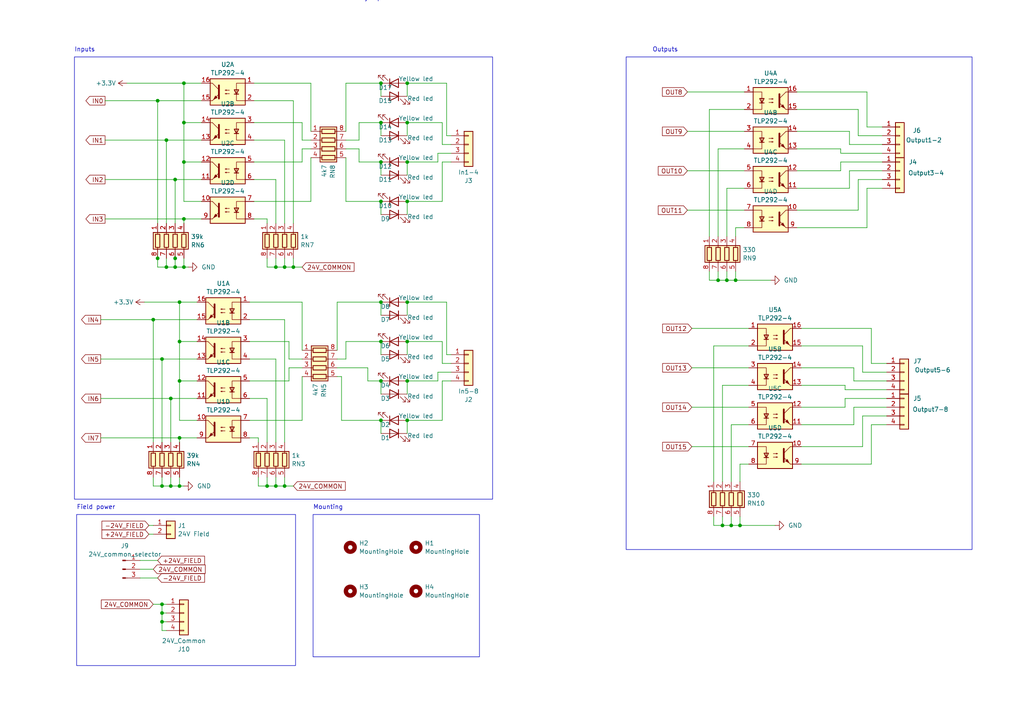
<source format=kicad_sch>
(kicad_sch
	(version 20231120)
	(generator "eeschema")
	(generator_version "8.0")
	(uuid "d19c7c83-0eea-4332-958a-4c973a41eedf")
	(paper "A4")
	(title_block
		(title "MetalMusings EaserCAT 3000")
	)
	(lib_symbols
		(symbol "Connector:Conn_01x03_Pin"
			(pin_names
				(offset 1.016) hide)
			(exclude_from_sim no)
			(in_bom yes)
			(on_board yes)
			(property "Reference" "J"
				(at 0 5.08 0)
				(effects
					(font
						(size 1.27 1.27)
					)
				)
			)
			(property "Value" "Conn_01x03_Pin"
				(at 0 -5.08 0)
				(effects
					(font
						(size 1.27 1.27)
					)
				)
			)
			(property "Footprint" ""
				(at 0 0 0)
				(effects
					(font
						(size 1.27 1.27)
					)
					(hide yes)
				)
			)
			(property "Datasheet" "~"
				(at 0 0 0)
				(effects
					(font
						(size 1.27 1.27)
					)
					(hide yes)
				)
			)
			(property "Description" "Generic connector, single row, 01x03, script generated"
				(at 0 0 0)
				(effects
					(font
						(size 1.27 1.27)
					)
					(hide yes)
				)
			)
			(property "ki_locked" ""
				(at 0 0 0)
				(effects
					(font
						(size 1.27 1.27)
					)
				)
			)
			(property "ki_keywords" "connector"
				(at 0 0 0)
				(effects
					(font
						(size 1.27 1.27)
					)
					(hide yes)
				)
			)
			(property "ki_fp_filters" "Connector*:*_1x??_*"
				(at 0 0 0)
				(effects
					(font
						(size 1.27 1.27)
					)
					(hide yes)
				)
			)
			(symbol "Conn_01x03_Pin_1_1"
				(polyline
					(pts
						(xy 1.27 -2.54) (xy 0.8636 -2.54)
					)
					(stroke
						(width 0.1524)
						(type default)
					)
					(fill
						(type none)
					)
				)
				(polyline
					(pts
						(xy 1.27 0) (xy 0.8636 0)
					)
					(stroke
						(width 0.1524)
						(type default)
					)
					(fill
						(type none)
					)
				)
				(polyline
					(pts
						(xy 1.27 2.54) (xy 0.8636 2.54)
					)
					(stroke
						(width 0.1524)
						(type default)
					)
					(fill
						(type none)
					)
				)
				(rectangle
					(start 0.8636 -2.413)
					(end 0 -2.667)
					(stroke
						(width 0.1524)
						(type default)
					)
					(fill
						(type outline)
					)
				)
				(rectangle
					(start 0.8636 0.127)
					(end 0 -0.127)
					(stroke
						(width 0.1524)
						(type default)
					)
					(fill
						(type outline)
					)
				)
				(rectangle
					(start 0.8636 2.667)
					(end 0 2.413)
					(stroke
						(width 0.1524)
						(type default)
					)
					(fill
						(type outline)
					)
				)
				(pin passive line
					(at 5.08 2.54 180)
					(length 3.81)
					(name "Pin_1"
						(effects
							(font
								(size 1.27 1.27)
							)
						)
					)
					(number "1"
						(effects
							(font
								(size 1.27 1.27)
							)
						)
					)
				)
				(pin passive line
					(at 5.08 0 180)
					(length 3.81)
					(name "Pin_2"
						(effects
							(font
								(size 1.27 1.27)
							)
						)
					)
					(number "2"
						(effects
							(font
								(size 1.27 1.27)
							)
						)
					)
				)
				(pin passive line
					(at 5.08 -2.54 180)
					(length 3.81)
					(name "Pin_3"
						(effects
							(font
								(size 1.27 1.27)
							)
						)
					)
					(number "3"
						(effects
							(font
								(size 1.27 1.27)
							)
						)
					)
				)
			)
		)
		(symbol "Connector_Generic:Conn_01x02"
			(pin_names
				(offset 1.016) hide)
			(exclude_from_sim no)
			(in_bom yes)
			(on_board yes)
			(property "Reference" "J"
				(at 0 2.54 0)
				(effects
					(font
						(size 1.27 1.27)
					)
				)
			)
			(property "Value" "Conn_01x02"
				(at 0 -5.08 0)
				(effects
					(font
						(size 1.27 1.27)
					)
				)
			)
			(property "Footprint" ""
				(at 0 0 0)
				(effects
					(font
						(size 1.27 1.27)
					)
					(hide yes)
				)
			)
			(property "Datasheet" "~"
				(at 0 0 0)
				(effects
					(font
						(size 1.27 1.27)
					)
					(hide yes)
				)
			)
			(property "Description" "Generic connector, single row, 01x02, script generated (kicad-library-utils/schlib/autogen/connector/)"
				(at 0 0 0)
				(effects
					(font
						(size 1.27 1.27)
					)
					(hide yes)
				)
			)
			(property "ki_keywords" "connector"
				(at 0 0 0)
				(effects
					(font
						(size 1.27 1.27)
					)
					(hide yes)
				)
			)
			(property "ki_fp_filters" "Connector*:*_1x??_*"
				(at 0 0 0)
				(effects
					(font
						(size 1.27 1.27)
					)
					(hide yes)
				)
			)
			(symbol "Conn_01x02_1_1"
				(rectangle
					(start -1.27 -2.413)
					(end 0 -2.667)
					(stroke
						(width 0.1524)
						(type default)
					)
					(fill
						(type none)
					)
				)
				(rectangle
					(start -1.27 0.127)
					(end 0 -0.127)
					(stroke
						(width 0.1524)
						(type default)
					)
					(fill
						(type none)
					)
				)
				(rectangle
					(start -1.27 1.27)
					(end 1.27 -3.81)
					(stroke
						(width 0.254)
						(type default)
					)
					(fill
						(type background)
					)
				)
				(pin passive line
					(at -5.08 0 0)
					(length 3.81)
					(name "Pin_1"
						(effects
							(font
								(size 1.27 1.27)
							)
						)
					)
					(number "1"
						(effects
							(font
								(size 1.27 1.27)
							)
						)
					)
				)
				(pin passive line
					(at -5.08 -2.54 0)
					(length 3.81)
					(name "Pin_2"
						(effects
							(font
								(size 1.27 1.27)
							)
						)
					)
					(number "2"
						(effects
							(font
								(size 1.27 1.27)
							)
						)
					)
				)
			)
		)
		(symbol "Connector_Generic:Conn_01x04"
			(pin_names
				(offset 1.016) hide)
			(exclude_from_sim no)
			(in_bom yes)
			(on_board yes)
			(property "Reference" "J"
				(at 0 5.08 0)
				(effects
					(font
						(size 1.27 1.27)
					)
				)
			)
			(property "Value" "Conn_01x04"
				(at 0 -7.62 0)
				(effects
					(font
						(size 1.27 1.27)
					)
				)
			)
			(property "Footprint" ""
				(at 0 0 0)
				(effects
					(font
						(size 1.27 1.27)
					)
					(hide yes)
				)
			)
			(property "Datasheet" "~"
				(at 0 0 0)
				(effects
					(font
						(size 1.27 1.27)
					)
					(hide yes)
				)
			)
			(property "Description" "Generic connector, single row, 01x04, script generated (kicad-library-utils/schlib/autogen/connector/)"
				(at 0 0 0)
				(effects
					(font
						(size 1.27 1.27)
					)
					(hide yes)
				)
			)
			(property "ki_keywords" "connector"
				(at 0 0 0)
				(effects
					(font
						(size 1.27 1.27)
					)
					(hide yes)
				)
			)
			(property "ki_fp_filters" "Connector*:*_1x??_*"
				(at 0 0 0)
				(effects
					(font
						(size 1.27 1.27)
					)
					(hide yes)
				)
			)
			(symbol "Conn_01x04_1_1"
				(rectangle
					(start -1.27 -4.953)
					(end 0 -5.207)
					(stroke
						(width 0.1524)
						(type default)
					)
					(fill
						(type none)
					)
				)
				(rectangle
					(start -1.27 -2.413)
					(end 0 -2.667)
					(stroke
						(width 0.1524)
						(type default)
					)
					(fill
						(type none)
					)
				)
				(rectangle
					(start -1.27 0.127)
					(end 0 -0.127)
					(stroke
						(width 0.1524)
						(type default)
					)
					(fill
						(type none)
					)
				)
				(rectangle
					(start -1.27 2.667)
					(end 0 2.413)
					(stroke
						(width 0.1524)
						(type default)
					)
					(fill
						(type none)
					)
				)
				(rectangle
					(start -1.27 3.81)
					(end 1.27 -6.35)
					(stroke
						(width 0.254)
						(type default)
					)
					(fill
						(type background)
					)
				)
				(pin passive line
					(at -5.08 2.54 0)
					(length 3.81)
					(name "Pin_1"
						(effects
							(font
								(size 1.27 1.27)
							)
						)
					)
					(number "1"
						(effects
							(font
								(size 1.27 1.27)
							)
						)
					)
				)
				(pin passive line
					(at -5.08 0 0)
					(length 3.81)
					(name "Pin_2"
						(effects
							(font
								(size 1.27 1.27)
							)
						)
					)
					(number "2"
						(effects
							(font
								(size 1.27 1.27)
							)
						)
					)
				)
				(pin passive line
					(at -5.08 -2.54 0)
					(length 3.81)
					(name "Pin_3"
						(effects
							(font
								(size 1.27 1.27)
							)
						)
					)
					(number "3"
						(effects
							(font
								(size 1.27 1.27)
							)
						)
					)
				)
				(pin passive line
					(at -5.08 -5.08 0)
					(length 3.81)
					(name "Pin_4"
						(effects
							(font
								(size 1.27 1.27)
							)
						)
					)
					(number "4"
						(effects
							(font
								(size 1.27 1.27)
							)
						)
					)
				)
			)
		)
		(symbol "Device:LED"
			(pin_numbers hide)
			(pin_names
				(offset 1.016) hide)
			(exclude_from_sim no)
			(in_bom yes)
			(on_board yes)
			(property "Reference" "D"
				(at 0 2.54 0)
				(effects
					(font
						(size 1.27 1.27)
					)
				)
			)
			(property "Value" "LED"
				(at 0 -2.54 0)
				(effects
					(font
						(size 1.27 1.27)
					)
				)
			)
			(property "Footprint" ""
				(at 0 0 0)
				(effects
					(font
						(size 1.27 1.27)
					)
					(hide yes)
				)
			)
			(property "Datasheet" "~"
				(at 0 0 0)
				(effects
					(font
						(size 1.27 1.27)
					)
					(hide yes)
				)
			)
			(property "Description" "Light emitting diode"
				(at 0 0 0)
				(effects
					(font
						(size 1.27 1.27)
					)
					(hide yes)
				)
			)
			(property "ki_keywords" "LED diode"
				(at 0 0 0)
				(effects
					(font
						(size 1.27 1.27)
					)
					(hide yes)
				)
			)
			(property "ki_fp_filters" "LED* LED_SMD:* LED_THT:*"
				(at 0 0 0)
				(effects
					(font
						(size 1.27 1.27)
					)
					(hide yes)
				)
			)
			(symbol "LED_0_1"
				(polyline
					(pts
						(xy -1.27 -1.27) (xy -1.27 1.27)
					)
					(stroke
						(width 0.254)
						(type default)
					)
					(fill
						(type none)
					)
				)
				(polyline
					(pts
						(xy -1.27 0) (xy 1.27 0)
					)
					(stroke
						(width 0)
						(type default)
					)
					(fill
						(type none)
					)
				)
				(polyline
					(pts
						(xy 1.27 -1.27) (xy 1.27 1.27) (xy -1.27 0) (xy 1.27 -1.27)
					)
					(stroke
						(width 0.254)
						(type default)
					)
					(fill
						(type none)
					)
				)
				(polyline
					(pts
						(xy -3.048 -0.762) (xy -4.572 -2.286) (xy -3.81 -2.286) (xy -4.572 -2.286) (xy -4.572 -1.524)
					)
					(stroke
						(width 0)
						(type default)
					)
					(fill
						(type none)
					)
				)
				(polyline
					(pts
						(xy -1.778 -0.762) (xy -3.302 -2.286) (xy -2.54 -2.286) (xy -3.302 -2.286) (xy -3.302 -1.524)
					)
					(stroke
						(width 0)
						(type default)
					)
					(fill
						(type none)
					)
				)
			)
			(symbol "LED_1_1"
				(pin passive line
					(at -3.81 0 0)
					(length 2.54)
					(name "K"
						(effects
							(font
								(size 1.27 1.27)
							)
						)
					)
					(number "1"
						(effects
							(font
								(size 1.27 1.27)
							)
						)
					)
				)
				(pin passive line
					(at 3.81 0 180)
					(length 2.54)
					(name "A"
						(effects
							(font
								(size 1.27 1.27)
							)
						)
					)
					(number "2"
						(effects
							(font
								(size 1.27 1.27)
							)
						)
					)
				)
			)
		)
		(symbol "Device:R_Pack04"
			(pin_names
				(offset 0) hide)
			(exclude_from_sim no)
			(in_bom yes)
			(on_board yes)
			(property "Reference" "RN"
				(at -7.62 0 90)
				(effects
					(font
						(size 1.27 1.27)
					)
				)
			)
			(property "Value" "R_Pack04"
				(at 5.08 0 90)
				(effects
					(font
						(size 1.27 1.27)
					)
				)
			)
			(property "Footprint" ""
				(at 6.985 0 90)
				(effects
					(font
						(size 1.27 1.27)
					)
					(hide yes)
				)
			)
			(property "Datasheet" "~"
				(at 0 0 0)
				(effects
					(font
						(size 1.27 1.27)
					)
					(hide yes)
				)
			)
			(property "Description" "4 resistor network, parallel topology"
				(at 0 0 0)
				(effects
					(font
						(size 1.27 1.27)
					)
					(hide yes)
				)
			)
			(property "ki_keywords" "R network parallel topology isolated"
				(at 0 0 0)
				(effects
					(font
						(size 1.27 1.27)
					)
					(hide yes)
				)
			)
			(property "ki_fp_filters" "DIP* SOIC* R*Array*Concave* R*Array*Convex* MSOP*"
				(at 0 0 0)
				(effects
					(font
						(size 1.27 1.27)
					)
					(hide yes)
				)
			)
			(symbol "R_Pack04_0_1"
				(rectangle
					(start -6.35 -2.413)
					(end 3.81 2.413)
					(stroke
						(width 0.254)
						(type default)
					)
					(fill
						(type background)
					)
				)
				(rectangle
					(start -5.715 1.905)
					(end -4.445 -1.905)
					(stroke
						(width 0.254)
						(type default)
					)
					(fill
						(type none)
					)
				)
				(rectangle
					(start -3.175 1.905)
					(end -1.905 -1.905)
					(stroke
						(width 0.254)
						(type default)
					)
					(fill
						(type none)
					)
				)
				(rectangle
					(start -0.635 1.905)
					(end 0.635 -1.905)
					(stroke
						(width 0.254)
						(type default)
					)
					(fill
						(type none)
					)
				)
				(polyline
					(pts
						(xy -5.08 -2.54) (xy -5.08 -1.905)
					)
					(stroke
						(width 0)
						(type default)
					)
					(fill
						(type none)
					)
				)
				(polyline
					(pts
						(xy -5.08 1.905) (xy -5.08 2.54)
					)
					(stroke
						(width 0)
						(type default)
					)
					(fill
						(type none)
					)
				)
				(polyline
					(pts
						(xy -2.54 -2.54) (xy -2.54 -1.905)
					)
					(stroke
						(width 0)
						(type default)
					)
					(fill
						(type none)
					)
				)
				(polyline
					(pts
						(xy -2.54 1.905) (xy -2.54 2.54)
					)
					(stroke
						(width 0)
						(type default)
					)
					(fill
						(type none)
					)
				)
				(polyline
					(pts
						(xy 0 -2.54) (xy 0 -1.905)
					)
					(stroke
						(width 0)
						(type default)
					)
					(fill
						(type none)
					)
				)
				(polyline
					(pts
						(xy 0 1.905) (xy 0 2.54)
					)
					(stroke
						(width 0)
						(type default)
					)
					(fill
						(type none)
					)
				)
				(polyline
					(pts
						(xy 2.54 -2.54) (xy 2.54 -1.905)
					)
					(stroke
						(width 0)
						(type default)
					)
					(fill
						(type none)
					)
				)
				(polyline
					(pts
						(xy 2.54 1.905) (xy 2.54 2.54)
					)
					(stroke
						(width 0)
						(type default)
					)
					(fill
						(type none)
					)
				)
				(rectangle
					(start 1.905 1.905)
					(end 3.175 -1.905)
					(stroke
						(width 0.254)
						(type default)
					)
					(fill
						(type none)
					)
				)
			)
			(symbol "R_Pack04_1_1"
				(pin passive line
					(at -5.08 -5.08 90)
					(length 2.54)
					(name "R1.1"
						(effects
							(font
								(size 1.27 1.27)
							)
						)
					)
					(number "1"
						(effects
							(font
								(size 1.27 1.27)
							)
						)
					)
				)
				(pin passive line
					(at -2.54 -5.08 90)
					(length 2.54)
					(name "R2.1"
						(effects
							(font
								(size 1.27 1.27)
							)
						)
					)
					(number "2"
						(effects
							(font
								(size 1.27 1.27)
							)
						)
					)
				)
				(pin passive line
					(at 0 -5.08 90)
					(length 2.54)
					(name "R3.1"
						(effects
							(font
								(size 1.27 1.27)
							)
						)
					)
					(number "3"
						(effects
							(font
								(size 1.27 1.27)
							)
						)
					)
				)
				(pin passive line
					(at 2.54 -5.08 90)
					(length 2.54)
					(name "R4.1"
						(effects
							(font
								(size 1.27 1.27)
							)
						)
					)
					(number "4"
						(effects
							(font
								(size 1.27 1.27)
							)
						)
					)
				)
				(pin passive line
					(at 2.54 5.08 270)
					(length 2.54)
					(name "R4.2"
						(effects
							(font
								(size 1.27 1.27)
							)
						)
					)
					(number "5"
						(effects
							(font
								(size 1.27 1.27)
							)
						)
					)
				)
				(pin passive line
					(at 0 5.08 270)
					(length 2.54)
					(name "R3.2"
						(effects
							(font
								(size 1.27 1.27)
							)
						)
					)
					(number "6"
						(effects
							(font
								(size 1.27 1.27)
							)
						)
					)
				)
				(pin passive line
					(at -2.54 5.08 270)
					(length 2.54)
					(name "R2.2"
						(effects
							(font
								(size 1.27 1.27)
							)
						)
					)
					(number "7"
						(effects
							(font
								(size 1.27 1.27)
							)
						)
					)
				)
				(pin passive line
					(at -5.08 5.08 270)
					(length 2.54)
					(name "R1.2"
						(effects
							(font
								(size 1.27 1.27)
							)
						)
					)
					(number "8"
						(effects
							(font
								(size 1.27 1.27)
							)
						)
					)
				)
			)
		)
		(symbol "Isolator:TLP291-4"
			(exclude_from_sim no)
			(in_bom yes)
			(on_board yes)
			(property "Reference" "U"
				(at -5.08 5.08 0)
				(effects
					(font
						(size 1.27 1.27)
					)
					(justify left)
				)
			)
			(property "Value" "TLP291-4"
				(at 0 5.08 0)
				(effects
					(font
						(size 1.27 1.27)
					)
					(justify left)
				)
			)
			(property "Footprint" "Package_SO:SOIC-16_4.55x10.3mm_P1.27mm"
				(at -5.08 -5.08 0)
				(effects
					(font
						(size 1.27 1.27)
						(italic yes)
					)
					(justify left)
					(hide yes)
				)
			)
			(property "Datasheet" "https://toshiba.semicon-storage.com/info/docget.jsp?did=12858&prodName=TLP291-4"
				(at 0 0 0)
				(effects
					(font
						(size 1.27 1.27)
					)
					(justify left)
					(hide yes)
				)
			)
			(property "Description" "Quad DC Optocoupler, Vce 80V, CTR 50-100%, SOP16"
				(at 0 0 0)
				(effects
					(font
						(size 1.27 1.27)
					)
					(hide yes)
				)
			)
			(property "ki_keywords" "NPN DC Quad Optocoupler"
				(at 0 0 0)
				(effects
					(font
						(size 1.27 1.27)
					)
					(hide yes)
				)
			)
			(property "ki_fp_filters" "SOIC*4.55x10.3mm*P1.27mm*"
				(at 0 0 0)
				(effects
					(font
						(size 1.27 1.27)
					)
					(hide yes)
				)
			)
			(symbol "TLP291-4_0_1"
				(rectangle
					(start -5.08 3.81)
					(end 5.08 -3.81)
					(stroke
						(width 0.254)
						(type default)
					)
					(fill
						(type background)
					)
				)
				(polyline
					(pts
						(xy -3.175 -0.635) (xy -1.905 -0.635)
					)
					(stroke
						(width 0.254)
						(type default)
					)
					(fill
						(type none)
					)
				)
				(polyline
					(pts
						(xy 2.54 0.635) (xy 4.445 2.54)
					)
					(stroke
						(width 0)
						(type default)
					)
					(fill
						(type none)
					)
				)
				(polyline
					(pts
						(xy 4.445 -2.54) (xy 2.54 -0.635)
					)
					(stroke
						(width 0)
						(type default)
					)
					(fill
						(type outline)
					)
				)
				(polyline
					(pts
						(xy 4.445 -2.54) (xy 5.08 -2.54)
					)
					(stroke
						(width 0)
						(type default)
					)
					(fill
						(type none)
					)
				)
				(polyline
					(pts
						(xy 4.445 2.54) (xy 5.08 2.54)
					)
					(stroke
						(width 0)
						(type default)
					)
					(fill
						(type none)
					)
				)
				(polyline
					(pts
						(xy -5.08 2.54) (xy -2.54 2.54) (xy -2.54 0.635)
					)
					(stroke
						(width 0)
						(type default)
					)
					(fill
						(type none)
					)
				)
				(polyline
					(pts
						(xy -2.54 0.635) (xy -2.54 -2.54) (xy -5.08 -2.54)
					)
					(stroke
						(width 0)
						(type default)
					)
					(fill
						(type none)
					)
				)
				(polyline
					(pts
						(xy 2.54 1.905) (xy 2.54 -1.905) (xy 2.54 -1.905)
					)
					(stroke
						(width 0.508)
						(type default)
					)
					(fill
						(type none)
					)
				)
				(polyline
					(pts
						(xy -2.54 -0.635) (xy -3.175 0.635) (xy -1.905 0.635) (xy -2.54 -0.635)
					)
					(stroke
						(width 0.254)
						(type default)
					)
					(fill
						(type none)
					)
				)
				(polyline
					(pts
						(xy -0.508 -0.508) (xy 0.762 -0.508) (xy 0.381 -0.635) (xy 0.381 -0.381) (xy 0.762 -0.508)
					)
					(stroke
						(width 0)
						(type default)
					)
					(fill
						(type none)
					)
				)
				(polyline
					(pts
						(xy -0.508 0.508) (xy 0.762 0.508) (xy 0.381 0.381) (xy 0.381 0.635) (xy 0.762 0.508)
					)
					(stroke
						(width 0)
						(type default)
					)
					(fill
						(type none)
					)
				)
				(polyline
					(pts
						(xy 3.048 -1.651) (xy 3.556 -1.143) (xy 4.064 -2.159) (xy 3.048 -1.651) (xy 3.048 -1.651)
					)
					(stroke
						(width 0)
						(type default)
					)
					(fill
						(type outline)
					)
				)
			)
			(symbol "TLP291-4_1_1"
				(pin passive line
					(at -7.62 2.54 0)
					(length 2.54)
					(name "~"
						(effects
							(font
								(size 1.27 1.27)
							)
						)
					)
					(number "1"
						(effects
							(font
								(size 1.27 1.27)
							)
						)
					)
				)
				(pin passive line
					(at 7.62 -2.54 180)
					(length 2.54)
					(name "~"
						(effects
							(font
								(size 1.27 1.27)
							)
						)
					)
					(number "15"
						(effects
							(font
								(size 1.27 1.27)
							)
						)
					)
				)
				(pin passive line
					(at 7.62 2.54 180)
					(length 2.54)
					(name "~"
						(effects
							(font
								(size 1.27 1.27)
							)
						)
					)
					(number "16"
						(effects
							(font
								(size 1.27 1.27)
							)
						)
					)
				)
				(pin passive line
					(at -7.62 -2.54 0)
					(length 2.54)
					(name "~"
						(effects
							(font
								(size 1.27 1.27)
							)
						)
					)
					(number "2"
						(effects
							(font
								(size 1.27 1.27)
							)
						)
					)
				)
			)
			(symbol "TLP291-4_2_1"
				(pin passive line
					(at 7.62 -2.54 180)
					(length 2.54)
					(name "~"
						(effects
							(font
								(size 1.27 1.27)
							)
						)
					)
					(number "13"
						(effects
							(font
								(size 1.27 1.27)
							)
						)
					)
				)
				(pin passive line
					(at 7.62 2.54 180)
					(length 2.54)
					(name "~"
						(effects
							(font
								(size 1.27 1.27)
							)
						)
					)
					(number "14"
						(effects
							(font
								(size 1.27 1.27)
							)
						)
					)
				)
				(pin passive line
					(at -7.62 2.54 0)
					(length 2.54)
					(name "~"
						(effects
							(font
								(size 1.27 1.27)
							)
						)
					)
					(number "3"
						(effects
							(font
								(size 1.27 1.27)
							)
						)
					)
				)
				(pin passive line
					(at -7.62 -2.54 0)
					(length 2.54)
					(name "~"
						(effects
							(font
								(size 1.27 1.27)
							)
						)
					)
					(number "4"
						(effects
							(font
								(size 1.27 1.27)
							)
						)
					)
				)
			)
			(symbol "TLP291-4_3_1"
				(pin passive line
					(at 7.62 -2.54 180)
					(length 2.54)
					(name "~"
						(effects
							(font
								(size 1.27 1.27)
							)
						)
					)
					(number "11"
						(effects
							(font
								(size 1.27 1.27)
							)
						)
					)
				)
				(pin passive line
					(at 7.62 2.54 180)
					(length 2.54)
					(name "~"
						(effects
							(font
								(size 1.27 1.27)
							)
						)
					)
					(number "12"
						(effects
							(font
								(size 1.27 1.27)
							)
						)
					)
				)
				(pin passive line
					(at -7.62 2.54 0)
					(length 2.54)
					(name "~"
						(effects
							(font
								(size 1.27 1.27)
							)
						)
					)
					(number "5"
						(effects
							(font
								(size 1.27 1.27)
							)
						)
					)
				)
				(pin passive line
					(at -7.62 -2.54 0)
					(length 2.54)
					(name "~"
						(effects
							(font
								(size 1.27 1.27)
							)
						)
					)
					(number "6"
						(effects
							(font
								(size 1.27 1.27)
							)
						)
					)
				)
			)
			(symbol "TLP291-4_4_1"
				(pin passive line
					(at 7.62 2.54 180)
					(length 2.54)
					(name "~"
						(effects
							(font
								(size 1.27 1.27)
							)
						)
					)
					(number "10"
						(effects
							(font
								(size 1.27 1.27)
							)
						)
					)
				)
				(pin passive line
					(at -7.62 2.54 0)
					(length 2.54)
					(name "~"
						(effects
							(font
								(size 1.27 1.27)
							)
						)
					)
					(number "7"
						(effects
							(font
								(size 1.27 1.27)
							)
						)
					)
				)
				(pin passive line
					(at -7.62 -2.54 0)
					(length 2.54)
					(name "~"
						(effects
							(font
								(size 1.27 1.27)
							)
						)
					)
					(number "8"
						(effects
							(font
								(size 1.27 1.27)
							)
						)
					)
				)
				(pin passive line
					(at 7.62 -2.54 180)
					(length 2.54)
					(name "~"
						(effects
							(font
								(size 1.27 1.27)
							)
						)
					)
					(number "9"
						(effects
							(font
								(size 1.27 1.27)
							)
						)
					)
				)
			)
		)
		(symbol "Mechanical:MountingHole"
			(pin_names
				(offset 1.016)
			)
			(exclude_from_sim yes)
			(in_bom no)
			(on_board yes)
			(property "Reference" "H"
				(at 0 5.08 0)
				(effects
					(font
						(size 1.27 1.27)
					)
				)
			)
			(property "Value" "MountingHole"
				(at 0 3.175 0)
				(effects
					(font
						(size 1.27 1.27)
					)
				)
			)
			(property "Footprint" ""
				(at 0 0 0)
				(effects
					(font
						(size 1.27 1.27)
					)
					(hide yes)
				)
			)
			(property "Datasheet" "~"
				(at 0 0 0)
				(effects
					(font
						(size 1.27 1.27)
					)
					(hide yes)
				)
			)
			(property "Description" "Mounting Hole without connection"
				(at 0 0 0)
				(effects
					(font
						(size 1.27 1.27)
					)
					(hide yes)
				)
			)
			(property "ki_keywords" "mounting hole"
				(at 0 0 0)
				(effects
					(font
						(size 1.27 1.27)
					)
					(hide yes)
				)
			)
			(property "ki_fp_filters" "MountingHole*"
				(at 0 0 0)
				(effects
					(font
						(size 1.27 1.27)
					)
					(hide yes)
				)
			)
			(symbol "MountingHole_0_1"
				(circle
					(center 0 0)
					(radius 1.27)
					(stroke
						(width 1.27)
						(type default)
					)
					(fill
						(type none)
					)
				)
			)
		)
		(symbol "power:+3.3V"
			(power)
			(pin_names
				(offset 0)
			)
			(exclude_from_sim no)
			(in_bom yes)
			(on_board yes)
			(property "Reference" "#PWR"
				(at 0 -3.81 0)
				(effects
					(font
						(size 1.27 1.27)
					)
					(hide yes)
				)
			)
			(property "Value" "+3.3V"
				(at 0 3.556 0)
				(effects
					(font
						(size 1.27 1.27)
					)
				)
			)
			(property "Footprint" ""
				(at 0 0 0)
				(effects
					(font
						(size 1.27 1.27)
					)
					(hide yes)
				)
			)
			(property "Datasheet" ""
				(at 0 0 0)
				(effects
					(font
						(size 1.27 1.27)
					)
					(hide yes)
				)
			)
			(property "Description" "Power symbol creates a global label with name \"+3.3V\""
				(at 0 0 0)
				(effects
					(font
						(size 1.27 1.27)
					)
					(hide yes)
				)
			)
			(property "ki_keywords" "global power"
				(at 0 0 0)
				(effects
					(font
						(size 1.27 1.27)
					)
					(hide yes)
				)
			)
			(symbol "+3.3V_0_1"
				(polyline
					(pts
						(xy -0.762 1.27) (xy 0 2.54)
					)
					(stroke
						(width 0)
						(type default)
					)
					(fill
						(type none)
					)
				)
				(polyline
					(pts
						(xy 0 0) (xy 0 2.54)
					)
					(stroke
						(width 0)
						(type default)
					)
					(fill
						(type none)
					)
				)
				(polyline
					(pts
						(xy 0 2.54) (xy 0.762 1.27)
					)
					(stroke
						(width 0)
						(type default)
					)
					(fill
						(type none)
					)
				)
			)
			(symbol "+3.3V_1_1"
				(pin power_in line
					(at 0 0 90)
					(length 0) hide
					(name "+3.3V"
						(effects
							(font
								(size 1.27 1.27)
							)
						)
					)
					(number "1"
						(effects
							(font
								(size 1.27 1.27)
							)
						)
					)
				)
			)
		)
		(symbol "power:GND"
			(power)
			(pin_names
				(offset 0)
			)
			(exclude_from_sim no)
			(in_bom yes)
			(on_board yes)
			(property "Reference" "#PWR"
				(at 0 -6.35 0)
				(effects
					(font
						(size 1.27 1.27)
					)
					(hide yes)
				)
			)
			(property "Value" "GND"
				(at 0 -3.81 0)
				(effects
					(font
						(size 1.27 1.27)
					)
				)
			)
			(property "Footprint" ""
				(at 0 0 0)
				(effects
					(font
						(size 1.27 1.27)
					)
					(hide yes)
				)
			)
			(property "Datasheet" ""
				(at 0 0 0)
				(effects
					(font
						(size 1.27 1.27)
					)
					(hide yes)
				)
			)
			(property "Description" "Power symbol creates a global label with name \"GND\" , ground"
				(at 0 0 0)
				(effects
					(font
						(size 1.27 1.27)
					)
					(hide yes)
				)
			)
			(property "ki_keywords" "global power"
				(at 0 0 0)
				(effects
					(font
						(size 1.27 1.27)
					)
					(hide yes)
				)
			)
			(symbol "GND_0_1"
				(polyline
					(pts
						(xy 0 0) (xy 0 -1.27) (xy 1.27 -1.27) (xy 0 -2.54) (xy -1.27 -1.27) (xy 0 -1.27)
					)
					(stroke
						(width 0)
						(type default)
					)
					(fill
						(type none)
					)
				)
			)
			(symbol "GND_1_1"
				(pin power_in line
					(at 0 0 270)
					(length 0) hide
					(name "GND"
						(effects
							(font
								(size 1.27 1.27)
							)
						)
					)
					(number "1"
						(effects
							(font
								(size 1.27 1.27)
							)
						)
					)
				)
			)
		)
	)
	(junction
		(at 110.49 58.42)
		(diameter 0)
		(color 0 0 0 0)
		(uuid "00be6be6-3df2-4b1b-a6fa-a8cfd5da6ad4")
	)
	(junction
		(at 110.49 35.56)
		(diameter 0)
		(color 0 0 0 0)
		(uuid "01028bdc-8bdc-49e8-90ce-7430de850ebe")
	)
	(junction
		(at 214.63 152.4)
		(diameter 0)
		(color 0 0 0 0)
		(uuid "046c02a2-ab1c-4b8b-8a22-bfaacf341592")
	)
	(junction
		(at 53.34 35.56)
		(diameter 0)
		(color 0 0 0 0)
		(uuid "07cbb7b7-3f83-4128-b766-89904e8b2b59")
	)
	(junction
		(at 212.09 152.4)
		(diameter 0)
		(color 0 0 0 0)
		(uuid "092e258b-4514-4b3a-9a97-e8396c05fb87")
	)
	(junction
		(at 82.55 140.97)
		(diameter 0)
		(color 0 0 0 0)
		(uuid "0ce3305d-b018-4ec3-81d0-c16e90099259")
	)
	(junction
		(at 44.45 92.71)
		(diameter 0)
		(color 0 0 0 0)
		(uuid "10df9d2d-77cc-449b-9c25-983999fb39a4")
	)
	(junction
		(at 50.8 74.93)
		(diameter 0)
		(color 0 0 0 0)
		(uuid "119a5a2a-edc3-4e75-a373-4cb0b083fbcc")
	)
	(junction
		(at 118.11 121.92)
		(diameter 0)
		(color 0 0 0 0)
		(uuid "1772e9d8-df6e-48d2-8fb1-f1793a23447d")
	)
	(junction
		(at 52.07 87.63)
		(diameter 0)
		(color 0 0 0 0)
		(uuid "1dd69ea6-5360-49cc-8337-ba61698ad8d1")
	)
	(junction
		(at 110.49 99.06)
		(diameter 0)
		(color 0 0 0 0)
		(uuid "1df26744-bb4f-4b20-ac7d-53c6187d4892")
	)
	(junction
		(at 46.99 175.26)
		(diameter 0)
		(color 0 0 0 0)
		(uuid "21476e8c-bd1b-433b-a6ec-286ef29860d5")
	)
	(junction
		(at 118.11 24.13)
		(diameter 0)
		(color 0 0 0 0)
		(uuid "23e010e4-0a90-493f-96dd-2ca7a741c3e5")
	)
	(junction
		(at 118.11 87.63)
		(diameter 0)
		(color 0 0 0 0)
		(uuid "28ac4952-b529-45b6-a0ab-ed7ef2a5ec15")
	)
	(junction
		(at 213.36 81.28)
		(diameter 0)
		(color 0 0 0 0)
		(uuid "2d803870-5643-4efd-ab18-90f4ac4e9022")
	)
	(junction
		(at 110.49 46.99)
		(diameter 0)
		(color 0 0 0 0)
		(uuid "3a185e11-4c73-4386-8e94-62ddad7c4929")
	)
	(junction
		(at 45.72 74.93)
		(diameter 0)
		(color 0 0 0 0)
		(uuid "3ba58936-514d-48a2-9d94-204e5d436579")
	)
	(junction
		(at 210.82 81.28)
		(diameter 0)
		(color 0 0 0 0)
		(uuid "401d8808-b5ca-48ff-9f52-86a566725263")
	)
	(junction
		(at 118.11 110.49)
		(diameter 0)
		(color 0 0 0 0)
		(uuid "466320a3-de3e-4a12-80b5-e7e1992627b0")
	)
	(junction
		(at 53.34 24.13)
		(diameter 0)
		(color 0 0 0 0)
		(uuid "5354ec96-5fcd-4894-93ea-88bc52835846")
	)
	(junction
		(at 53.34 63.5)
		(diameter 0)
		(color 0 0 0 0)
		(uuid "5779957c-f6d2-40dc-ad82-9d7099d36594")
	)
	(junction
		(at 52.07 99.06)
		(diameter 0)
		(color 0 0 0 0)
		(uuid "5a15d30a-c4dc-4c13-9286-2334ea4bda86")
	)
	(junction
		(at 118.11 35.56)
		(diameter 0)
		(color 0 0 0 0)
		(uuid "5b64b4ea-78aa-4ad4-8807-df2c8db625b6")
	)
	(junction
		(at 45.72 29.21)
		(diameter 0)
		(color 0 0 0 0)
		(uuid "616af3f3-f203-4c74-8cc4-224fcc8f2a5a")
	)
	(junction
		(at 110.49 110.49)
		(diameter 0)
		(color 0 0 0 0)
		(uuid "630e7165-c463-4b76-b19e-e58b1175e068")
	)
	(junction
		(at 49.53 115.57)
		(diameter 0)
		(color 0 0 0 0)
		(uuid "64a7af42-9287-4537-ac9c-5404d589331d")
	)
	(junction
		(at 46.99 104.14)
		(diameter 0)
		(color 0 0 0 0)
		(uuid "671be165-0eab-4b07-b79b-bae89dcf4d84")
	)
	(junction
		(at 52.07 140.97)
		(diameter 0)
		(color 0 0 0 0)
		(uuid "6773cbc7-4f2c-4d1f-86f2-e69a493defdf")
	)
	(junction
		(at 46.99 140.97)
		(diameter 0)
		(color 0 0 0 0)
		(uuid "6825418b-f15b-49ea-b163-48e7e9d6133c")
	)
	(junction
		(at 209.55 152.4)
		(diameter 0)
		(color 0 0 0 0)
		(uuid "6e6005cc-303d-4e9d-8d7a-635eeb937c92")
	)
	(junction
		(at 46.99 180.34)
		(diameter 0)
		(color 0 0 0 0)
		(uuid "74eafded-6af8-4f1a-95da-43156dc4c8de")
	)
	(junction
		(at 49.53 140.97)
		(diameter 0)
		(color 0 0 0 0)
		(uuid "79c42b6a-4a75-498a-82af-a701f3b86e1b")
	)
	(junction
		(at 82.55 77.47)
		(diameter 0)
		(color 0 0 0 0)
		(uuid "7b2d94b1-231f-486d-b90b-b2d7fa699191")
	)
	(junction
		(at 118.11 58.42)
		(diameter 0)
		(color 0 0 0 0)
		(uuid "7c0f1626-4afb-43b6-8eca-ea467008f338")
	)
	(junction
		(at 53.34 46.99)
		(diameter 0)
		(color 0 0 0 0)
		(uuid "80b8b24f-c137-4b6c-b9c5-1deb55f47fcd")
	)
	(junction
		(at 53.34 77.47)
		(diameter 0)
		(color 0 0 0 0)
		(uuid "93dc0ec0-dd2e-4722-9eb9-3c6722c5defc")
	)
	(junction
		(at 46.99 177.8)
		(diameter 0)
		(color 0 0 0 0)
		(uuid "a5f65b0a-1847-4c8c-8d91-38bf359b0eca")
	)
	(junction
		(at 48.26 40.64)
		(diameter 0)
		(color 0 0 0 0)
		(uuid "a869d333-59dd-4d47-9a9a-5ba8cd70a38e")
	)
	(junction
		(at 110.49 24.13)
		(diameter 0)
		(color 0 0 0 0)
		(uuid "a9a66a71-d73b-4cf9-9ee8-a6564e083f66")
	)
	(junction
		(at 110.49 121.92)
		(diameter 0)
		(color 0 0 0 0)
		(uuid "aa3523d6-607a-4ce9-9509-22e97387f640")
	)
	(junction
		(at 50.8 52.07)
		(diameter 0)
		(color 0 0 0 0)
		(uuid "aca97284-6bd7-4f8f-899b-36d89632830c")
	)
	(junction
		(at 80.01 77.47)
		(diameter 0)
		(color 0 0 0 0)
		(uuid "b91ead4c-9dff-4ff7-8ead-976fe585d0a2")
	)
	(junction
		(at 52.07 110.49)
		(diameter 0)
		(color 0 0 0 0)
		(uuid "bcd73f2a-3be9-4aca-8a55-4302737a928c")
	)
	(junction
		(at 85.09 77.47)
		(diameter 0)
		(color 0 0 0 0)
		(uuid "cd8634d5-5c7c-43d9-853a-8ff44053edf0")
	)
	(junction
		(at 110.49 87.63)
		(diameter 0)
		(color 0 0 0 0)
		(uuid "d25f9376-a911-4e7e-8ae4-975fea0c7e5a")
	)
	(junction
		(at 118.11 99.06)
		(diameter 0)
		(color 0 0 0 0)
		(uuid "d3561e96-3419-4d0e-bb03-f1a33b6e87af")
	)
	(junction
		(at 52.07 127)
		(diameter 0)
		(color 0 0 0 0)
		(uuid "dbdc9b51-e141-48d8-99d0-69d85a41db83")
	)
	(junction
		(at 77.47 140.97)
		(diameter 0)
		(color 0 0 0 0)
		(uuid "e1b67c05-e5cc-44cf-877f-54ca0b26815e")
	)
	(junction
		(at 118.11 46.99)
		(diameter 0)
		(color 0 0 0 0)
		(uuid "e20aabd4-bf8b-453f-884a-373332dca291")
	)
	(junction
		(at 80.01 140.97)
		(diameter 0)
		(color 0 0 0 0)
		(uuid "e30a1995-37f5-4bdc-960f-fca0b86e68b5")
	)
	(junction
		(at 208.28 81.28)
		(diameter 0)
		(color 0 0 0 0)
		(uuid "ee3d9981-c203-4bbc-891e-201e7abec66f")
	)
	(junction
		(at 48.26 77.47)
		(diameter 0)
		(color 0 0 0 0)
		(uuid "f48d5329-71ea-49b0-aaea-c1a534f7d532")
	)
	(junction
		(at 50.8 77.47)
		(diameter 0)
		(color 0 0 0 0)
		(uuid "f6e15fa5-1282-4963-b6dd-779b285179c9")
	)
	(wire
		(pts
			(xy 52.07 140.97) (xy 52.07 138.43)
		)
		(stroke
			(width 0)
			(type default)
		)
		(uuid "01aa9c27-d352-4667-b835-e453bf17e36d")
	)
	(wire
		(pts
			(xy 49.53 140.97) (xy 46.99 140.97)
		)
		(stroke
			(width 0)
			(type default)
		)
		(uuid "023cb741-4d9c-46ba-a7b7-ba0cd4bc5838")
	)
	(wire
		(pts
			(xy 130.81 46.99) (xy 128.27 46.99)
		)
		(stroke
			(width 0)
			(type default)
		)
		(uuid "02439b9a-9557-479c-ac82-1fc5d86ccc0d")
	)
	(wire
		(pts
			(xy 53.34 35.56) (xy 53.34 24.13)
		)
		(stroke
			(width 0)
			(type default)
		)
		(uuid "0289e346-4623-4c75-a126-b936e7b2a041")
	)
	(wire
		(pts
			(xy 30.48 29.21) (xy 45.72 29.21)
		)
		(stroke
			(width 0)
			(type default)
		)
		(uuid "02ff09f6-ea15-4d71-91d9-926ac32de6ff")
	)
	(wire
		(pts
			(xy 245.11 113.03) (xy 257.175 113.03)
		)
		(stroke
			(width 0)
			(type default)
		)
		(uuid "03755292-5f22-4078-97b8-9b2b363eea2f")
	)
	(wire
		(pts
			(xy 252.73 123.19) (xy 257.175 123.19)
		)
		(stroke
			(width 0)
			(type default)
		)
		(uuid "054df72a-9ae3-4808-9bbb-82504799e0f6")
	)
	(wire
		(pts
			(xy 87.63 35.56) (xy 87.63 40.64)
		)
		(stroke
			(width 0)
			(type default)
		)
		(uuid "063bf299-2b79-4f2d-98a6-b4dfefb74e85")
	)
	(wire
		(pts
			(xy 207.01 152.4) (xy 209.55 152.4)
		)
		(stroke
			(width 0)
			(type default)
		)
		(uuid "06e56baa-eafe-4fbb-bfa9-ed657ba31bc5")
	)
	(wire
		(pts
			(xy 245.11 111.76) (xy 245.11 113.03)
		)
		(stroke
			(width 0)
			(type default)
		)
		(uuid "07e20d64-6782-4e9f-a76e-001213ea03c3")
	)
	(wire
		(pts
			(xy 72.39 121.92) (xy 87.63 121.92)
		)
		(stroke
			(width 0)
			(type default)
		)
		(uuid "083fb933-814a-46e0-8119-46789d7d8b63")
	)
	(wire
		(pts
			(xy 100.33 45.72) (xy 100.33 58.42)
		)
		(stroke
			(width 0)
			(type default)
		)
		(uuid "090be02c-abac-4bcb-ba6f-7d24f8e6e309")
	)
	(wire
		(pts
			(xy 53.34 46.99) (xy 58.42 46.99)
		)
		(stroke
			(width 0)
			(type default)
		)
		(uuid "0ab240a3-6720-4011-981f-6c5a837bd051")
	)
	(wire
		(pts
			(xy 46.99 104.14) (xy 57.15 104.14)
		)
		(stroke
			(width 0)
			(type default)
		)
		(uuid "0b4df079-5858-42cf-8dcc-63965d9dadf2")
	)
	(wire
		(pts
			(xy 80.01 52.07) (xy 80.01 64.77)
		)
		(stroke
			(width 0)
			(type default)
		)
		(uuid "0c1a8c4a-db6d-474a-8567-1c143b30289f")
	)
	(wire
		(pts
			(xy 53.34 77.47) (xy 50.8 77.47)
		)
		(stroke
			(width 0)
			(type default)
		)
		(uuid "0d54e2a0-fd23-44d8-83ad-dafb003a2fdc")
	)
	(wire
		(pts
			(xy 100.33 43.18) (xy 104.14 43.18)
		)
		(stroke
			(width 0)
			(type default)
		)
		(uuid "0d86b07e-1e41-47f7-bb41-59b7bf9a3db1")
	)
	(wire
		(pts
			(xy 210.82 78.74) (xy 210.82 81.28)
		)
		(stroke
			(width 0)
			(type default)
		)
		(uuid "0e0d41e3-b76a-4e8f-8d48-9be1207060cd")
	)
	(wire
		(pts
			(xy 129.54 102.87) (xy 130.81 102.87)
		)
		(stroke
			(width 0)
			(type default)
		)
		(uuid "0fa7ae37-9663-4c90-8f1d-80d4ab2d3414")
	)
	(wire
		(pts
			(xy 72.39 104.14) (xy 80.01 104.14)
		)
		(stroke
			(width 0)
			(type default)
		)
		(uuid "1052673e-1444-48ba-9be1-e7c073871e8a")
	)
	(wire
		(pts
			(xy 97.79 109.22) (xy 99.06 109.22)
		)
		(stroke
			(width 0)
			(type default)
		)
		(uuid "107e9acb-b95f-4b24-bcd8-3eb2f5e4e8bd")
	)
	(wire
		(pts
			(xy 128.27 46.99) (xy 128.27 58.42)
		)
		(stroke
			(width 0)
			(type default)
		)
		(uuid "108bbc18-3dd6-4210-bd4c-971afdfc4915")
	)
	(wire
		(pts
			(xy 53.34 24.13) (xy 58.42 24.13)
		)
		(stroke
			(width 0)
			(type default)
		)
		(uuid "114d4d12-b233-45f0-a723-006566e7dbb9")
	)
	(wire
		(pts
			(xy 245.11 118.11) (xy 245.11 115.57)
		)
		(stroke
			(width 0)
			(type default)
		)
		(uuid "13bb7f52-a162-4985-90dd-a7c5b45c2d1e")
	)
	(wire
		(pts
			(xy 52.07 87.63) (xy 41.91 87.63)
		)
		(stroke
			(width 0)
			(type default)
		)
		(uuid "1400da5b-9e6f-43d6-abbb-9e91cad1d375")
	)
	(wire
		(pts
			(xy 104.14 43.18) (xy 104.14 46.99)
		)
		(stroke
			(width 0)
			(type default)
		)
		(uuid "14ed926f-62bf-4437-a6a7-6c796e1bbd84")
	)
	(wire
		(pts
			(xy 255.905 49.53) (xy 246.38 49.53)
		)
		(stroke
			(width 0)
			(type default)
		)
		(uuid "15054ad7-02fd-44ac-82e7-a067dce46f3f")
	)
	(wire
		(pts
			(xy 85.09 29.21) (xy 85.09 64.77)
		)
		(stroke
			(width 0)
			(type default)
		)
		(uuid "1600e191-53bc-4fb1-a168-e9d4cf5145bb")
	)
	(wire
		(pts
			(xy 48.26 40.64) (xy 48.26 64.77)
		)
		(stroke
			(width 0)
			(type default)
		)
		(uuid "1749c514-aa0d-4554-865a-38ce1fdec8b7")
	)
	(wire
		(pts
			(xy 44.45 152.4) (xy 43.18 152.4)
		)
		(stroke
			(width 0)
			(type default)
		)
		(uuid "18f152f7-ccc2-47bd-9f77-5a99f840fce4")
	)
	(wire
		(pts
			(xy 87.63 87.63) (xy 87.63 101.6)
		)
		(stroke
			(width 0)
			(type default)
		)
		(uuid "19e9acc2-da67-4a41-9b03-c5a81e16d5fb")
	)
	(wire
		(pts
			(xy 208.28 43.18) (xy 208.28 68.58)
		)
		(stroke
			(width 0)
			(type default)
		)
		(uuid "19f3d7d3-dc1a-4360-882f-ca68bdddf549")
	)
	(wire
		(pts
			(xy 232.41 111.76) (xy 245.11 111.76)
		)
		(stroke
			(width 0)
			(type default)
		)
		(uuid "1a366645-7f9c-4396-a540-fc869d9cada5")
	)
	(wire
		(pts
			(xy 30.48 52.07) (xy 50.8 52.07)
		)
		(stroke
			(width 0)
			(type default)
		)
		(uuid "1a5788a9-9f4f-49a7-b2f9-9fa0f9518593")
	)
	(wire
		(pts
			(xy 118.11 24.13) (xy 118.11 27.94)
		)
		(stroke
			(width 0)
			(type default)
		)
		(uuid "1aa453fb-afac-4807-9a71-94614d7fdda0")
	)
	(wire
		(pts
			(xy 83.82 110.49) (xy 72.39 110.49)
		)
		(stroke
			(width 0)
			(type default)
		)
		(uuid "1c0f06cd-6f96-4dbd-8be1-a40b50241857")
	)
	(wire
		(pts
			(xy 130.81 107.95) (xy 127 107.95)
		)
		(stroke
			(width 0)
			(type default)
		)
		(uuid "1cc68282-b6c1-43f0-ad81-9d3e7e6b2043")
	)
	(wire
		(pts
			(xy 44.45 175.26) (xy 46.99 175.26)
		)
		(stroke
			(width 0)
			(type default)
		)
		(uuid "1ceec781-99fa-498a-9720-c3470a3fe3e9")
	)
	(wire
		(pts
			(xy 30.48 63.5) (xy 53.34 63.5)
		)
		(stroke
			(width 0)
			(type default)
		)
		(uuid "1d6727f4-2f0a-4670-b5ac-b31feac5badd")
	)
	(wire
		(pts
			(xy 213.36 78.74) (xy 213.36 81.28)
		)
		(stroke
			(width 0)
			(type default)
		)
		(uuid "1e6bc9cc-e3ad-45b5-8369-1315d921e683")
	)
	(wire
		(pts
			(xy 53.34 140.97) (xy 52.07 140.97)
		)
		(stroke
			(width 0)
			(type default)
		)
		(uuid "1f11268d-0b2b-4dcf-bb51-73e8240c4ae6")
	)
	(wire
		(pts
			(xy 118.11 121.92) (xy 118.11 125.73)
		)
		(stroke
			(width 0)
			(type default)
		)
		(uuid "1fdd7450-d7c0-45b9-b450-53f8d1c153f7")
	)
	(wire
		(pts
			(xy 40.64 165.1) (xy 44.45 165.1)
		)
		(stroke
			(width 0)
			(type default)
		)
		(uuid "201553f0-d846-4443-a409-15a147e45a7c")
	)
	(wire
		(pts
			(xy 50.8 52.07) (xy 50.8 64.77)
		)
		(stroke
			(width 0)
			(type default)
		)
		(uuid "20b7e73f-7633-4127-a47e-811ec0498d3e")
	)
	(wire
		(pts
			(xy 73.66 52.07) (xy 80.01 52.07)
		)
		(stroke
			(width 0)
			(type default)
		)
		(uuid "218faa41-ff38-40bb-8362-85d88d8d1f4f")
	)
	(wire
		(pts
			(xy 80.01 140.97) (xy 82.55 140.97)
		)
		(stroke
			(width 0)
			(type default)
		)
		(uuid "21971fb8-3dfd-4866-8812-74bd648e2eca")
	)
	(wire
		(pts
			(xy 217.17 111.76) (xy 209.55 111.76)
		)
		(stroke
			(width 0)
			(type default)
		)
		(uuid "221fc1a3-4082-43ca-a6ea-5f065062c670")
	)
	(wire
		(pts
			(xy 246.38 38.1) (xy 231.14 38.1)
		)
		(stroke
			(width 0)
			(type default)
		)
		(uuid "22973758-3fb4-4d6e-8c38-44771ed5c1c7")
	)
	(wire
		(pts
			(xy 104.14 35.56) (xy 104.14 40.64)
		)
		(stroke
			(width 0)
			(type default)
		)
		(uuid "23188769-ed41-4b94-b246-100c752194b4")
	)
	(wire
		(pts
			(xy 50.8 73.66) (xy 50.8 74.93)
		)
		(stroke
			(width 0)
			(type default)
		)
		(uuid "243db3f2-4bea-47f6-977b-f88bad57784b")
	)
	(wire
		(pts
			(xy 232.41 129.54) (xy 250.19 129.54)
		)
		(stroke
			(width 0)
			(type default)
		)
		(uuid "24aaa8ff-e7ce-4a01-b4ab-e668fd545e06")
	)
	(wire
		(pts
			(xy 87.63 40.64) (xy 90.17 40.64)
		)
		(stroke
			(width 0)
			(type default)
		)
		(uuid "24d46f15-75b0-4fe1-8448-0eb53bd1b452")
	)
	(wire
		(pts
			(xy 50.8 52.07) (xy 58.42 52.07)
		)
		(stroke
			(width 0)
			(type default)
		)
		(uuid "250a860d-457d-4667-afd1-c0fdd94d76d1")
	)
	(wire
		(pts
			(xy 83.82 99.06) (xy 83.82 104.14)
		)
		(stroke
			(width 0)
			(type default)
		)
		(uuid "2571d43b-f027-43d9-81ed-0a21fd81887c")
	)
	(wire
		(pts
			(xy 53.34 58.42) (xy 53.34 46.99)
		)
		(stroke
			(width 0)
			(type default)
		)
		(uuid "25874bd8-0d2a-4e8b-92cb-6d85640545d0")
	)
	(wire
		(pts
			(xy 49.53 140.97) (xy 49.53 138.43)
		)
		(stroke
			(width 0)
			(type default)
		)
		(uuid "25bd6fc9-bf62-4ff0-a195-c4ed4c6bcfd7")
	)
	(wire
		(pts
			(xy 205.74 78.74) (xy 205.74 81.28)
		)
		(stroke
			(width 0)
			(type default)
		)
		(uuid "2797d655-c8e8-402e-9bbe-ba61c9411f27")
	)
	(wire
		(pts
			(xy 46.99 175.26) (xy 48.26 175.26)
		)
		(stroke
			(width 0)
			(type default)
		)
		(uuid "280297a0-5279-48dd-8b43-8836156a212b")
	)
	(wire
		(pts
			(xy 251.46 36.83) (xy 255.905 36.83)
		)
		(stroke
			(width 0)
			(type default)
		)
		(uuid "286a84a1-87bd-4d0a-a25a-147f11fce04f")
	)
	(wire
		(pts
			(xy 72.39 115.57) (xy 77.47 115.57)
		)
		(stroke
			(width 0)
			(type default)
		)
		(uuid "29053923-60af-41a3-bd9e-97ab6bcce108")
	)
	(wire
		(pts
			(xy 46.99 180.34) (xy 46.99 177.8)
		)
		(stroke
			(width 0)
			(type default)
		)
		(uuid "2d82c882-7122-4d21-98b5-41d87593a428")
	)
	(wire
		(pts
			(xy 129.54 102.87) (xy 129.54 87.63)
		)
		(stroke
			(width 0)
			(type default)
		)
		(uuid "2d9f543a-9da4-43d5-b374-d8fb8f1f7984")
	)
	(wire
		(pts
			(xy 243.84 44.45) (xy 255.905 44.45)
		)
		(stroke
			(width 0)
			(type default)
		)
		(uuid "2da6c4be-b0a8-4b8e-b5f0-6c603f4ace23")
	)
	(wire
		(pts
			(xy 118.11 46.99) (xy 118.11 50.8)
		)
		(stroke
			(width 0)
			(type default)
		)
		(uuid "320a9ccd-27c4-490a-ba7b-c93307916ef9")
	)
	(wire
		(pts
			(xy 128.27 35.56) (xy 118.11 35.56)
		)
		(stroke
			(width 0)
			(type default)
		)
		(uuid "320b079f-41b5-412b-9671-8b5c864b07d2")
	)
	(wire
		(pts
			(xy 53.34 63.5) (xy 58.42 63.5)
		)
		(stroke
			(width 0)
			(type default)
		)
		(uuid "32337502-ea28-45fa-b04c-751aaac8e66c")
	)
	(wire
		(pts
			(xy 243.84 46.99) (xy 255.905 46.99)
		)
		(stroke
			(width 0)
			(type default)
		)
		(uuid "32ade1bc-9379-46f8-b527-0d4c06559905")
	)
	(wire
		(pts
			(xy 46.99 177.8) (xy 46.99 175.26)
		)
		(stroke
			(width 0)
			(type default)
		)
		(uuid "33527c90-99e4-4c9c-8f46-4980215da38e")
	)
	(wire
		(pts
			(xy 231.14 49.53) (xy 243.84 49.53)
		)
		(stroke
			(width 0)
			(type default)
		)
		(uuid "339b73d1-ab38-4b18-b3f2-3821684f2dea")
	)
	(wire
		(pts
			(xy 252.73 123.19) (xy 252.73 134.62)
		)
		(stroke
			(width 0)
			(type default)
		)
		(uuid "33b81f1c-ad95-4174-9408-457fff80e07a")
	)
	(wire
		(pts
			(xy 118.11 110.49) (xy 118.11 114.3)
		)
		(stroke
			(width 0)
			(type default)
		)
		(uuid "36871d32-c9ea-46df-ae6a-26c0d033a154")
	)
	(wire
		(pts
			(xy 87.63 43.18) (xy 87.63 46.99)
		)
		(stroke
			(width 0)
			(type default)
		)
		(uuid "37e43cc1-a2c9-4f90-80f7-afa7170c7f19")
	)
	(wire
		(pts
			(xy 53.34 77.47) (xy 53.34 74.93)
		)
		(stroke
			(width 0)
			(type default)
		)
		(uuid "38b4c120-20c0-4a67-b58b-cd9436ee5312")
	)
	(wire
		(pts
			(xy 128.27 99.06) (xy 118.11 99.06)
		)
		(stroke
			(width 0)
			(type default)
		)
		(uuid "3972b15a-71c8-41da-871e-91cb89f080c3")
	)
	(wire
		(pts
			(xy 248.92 31.75) (xy 248.92 39.37)
		)
		(stroke
			(width 0)
			(type default)
		)
		(uuid "398b89bd-f573-4af0-9799-1cd8fa9083ea")
	)
	(wire
		(pts
			(xy 72.39 127) (xy 74.93 127)
		)
		(stroke
			(width 0)
			(type default)
		)
		(uuid "39ab5452-c0f8-48d8-9e17-6ae0d5c6c509")
	)
	(wire
		(pts
			(xy 251.46 54.61) (xy 255.905 54.61)
		)
		(stroke
			(width 0)
			(type default)
		)
		(uuid "3a08d8fd-d078-404a-a63c-1cfa2bea067e")
	)
	(wire
		(pts
			(xy 52.07 127) (xy 57.15 127)
		)
		(stroke
			(width 0)
			(type default)
		)
		(uuid "3aa4347c-48e5-41b5-98e9-29d916c3335f")
	)
	(wire
		(pts
			(xy 100.33 104.14) (xy 97.79 104.14)
		)
		(stroke
			(width 0)
			(type default)
		)
		(uuid "3c1d1b0c-ba9d-4e05-bdfe-7c9faab7e312")
	)
	(wire
		(pts
			(xy 99.06 109.22) (xy 99.06 121.92)
		)
		(stroke
			(width 0)
			(type default)
		)
		(uuid "3c23ea87-24f1-4a10-959a-31a03fb7c832")
	)
	(wire
		(pts
			(xy 231.14 60.96) (xy 248.92 60.96)
		)
		(stroke
			(width 0)
			(type default)
		)
		(uuid "3dad7724-6a64-4cb5-a2fa-997e1577006e")
	)
	(wire
		(pts
			(xy 130.81 105.41) (xy 128.27 105.41)
		)
		(stroke
			(width 0)
			(type default)
		)
		(uuid "4013b057-7e3f-418e-baeb-f81b52c380f6")
	)
	(wire
		(pts
			(xy 128.27 105.41) (xy 128.27 99.06)
		)
		(stroke
			(width 0)
			(type default)
		)
		(uuid "403aa0ea-7e2b-44d1-82a1-63f25024185d")
	)
	(wire
		(pts
			(xy 232.41 100.33) (xy 250.19 100.33)
		)
		(stroke
			(width 0)
			(type default)
		)
		(uuid "41475324-fb92-4aa4-be9a-ac778ad26c3c")
	)
	(wire
		(pts
			(xy 247.65 123.19) (xy 232.41 123.19)
		)
		(stroke
			(width 0)
			(type default)
		)
		(uuid "41835d83-66dc-4235-9c2c-954d19fbcc95")
	)
	(wire
		(pts
			(xy 77.47 77.47) (xy 80.01 77.47)
		)
		(stroke
			(width 0)
			(type default)
		)
		(uuid "4200542a-be0f-4b2a-8d47-7b9ce15b8886")
	)
	(wire
		(pts
			(xy 251.46 36.83) (xy 251.46 26.67)
		)
		(stroke
			(width 0)
			(type default)
		)
		(uuid "435333dc-5ea5-422c-a9f6-00192a4e95c6")
	)
	(wire
		(pts
			(xy 127 107.95) (xy 127 110.49)
		)
		(stroke
			(width 0)
			(type default)
		)
		(uuid "44a3fc0f-2853-43c9-8784-868579e2cf6a")
	)
	(wire
		(pts
			(xy 213.36 66.04) (xy 213.36 68.58)
		)
		(stroke
			(width 0)
			(type default)
		)
		(uuid "46949eaf-ae0d-4356-bd2d-40f3b349d5c8")
	)
	(wire
		(pts
			(xy 73.66 24.13) (xy 90.17 24.13)
		)
		(stroke
			(width 0)
			(type default)
		)
		(uuid "4861b5fd-8773-4858-a021-f25c3d35c18f")
	)
	(wire
		(pts
			(xy 100.33 24.13) (xy 110.49 24.13)
		)
		(stroke
			(width 0)
			(type default)
		)
		(uuid "48b898ff-0bd6-436a-a849-c468c47b6139")
	)
	(wire
		(pts
			(xy 48.26 77.47) (xy 48.26 74.93)
		)
		(stroke
			(width 0)
			(type default)
		)
		(uuid "4b2cb331-887f-4c9c-aa03-8c7a1545098b")
	)
	(wire
		(pts
			(xy 110.49 121.92) (xy 110.49 125.73)
		)
		(stroke
			(width 0)
			(type default)
		)
		(uuid "4cad1653-4a04-46ac-97d6-9c6748cc0522")
	)
	(wire
		(pts
			(xy 118.11 99.06) (xy 118.11 102.87)
		)
		(stroke
			(width 0)
			(type default)
		)
		(uuid "4f60bb24-127b-49db-b605-84e777f01969")
	)
	(wire
		(pts
			(xy 45.72 73.66) (xy 45.72 74.93)
		)
		(stroke
			(width 0)
			(type default)
		)
		(uuid "50516828-b87b-4de4-8465-09a8d3496c88")
	)
	(wire
		(pts
			(xy 200.66 118.11) (xy 217.17 118.11)
		)
		(stroke
			(width 0)
			(type default)
		)
		(uuid "5074ad1f-b6ee-4a23-8fa9-a05760c6033e")
	)
	(wire
		(pts
			(xy 208.28 81.28) (xy 210.82 81.28)
		)
		(stroke
			(width 0)
			(type default)
		)
		(uuid "52702e3d-e462-4602-8bc1-36da416eff01")
	)
	(wire
		(pts
			(xy 49.53 115.57) (xy 57.15 115.57)
		)
		(stroke
			(width 0)
			(type default)
		)
		(uuid "52dc9229-168a-4f99-a506-756848d28230")
	)
	(wire
		(pts
			(xy 215.9 66.04) (xy 213.36 66.04)
		)
		(stroke
			(width 0)
			(type default)
		)
		(uuid "534a0e45-b903-4f85-bc1c-30baaf1876c8")
	)
	(wire
		(pts
			(xy 248.92 60.96) (xy 248.92 52.07)
		)
		(stroke
			(width 0)
			(type default)
		)
		(uuid "53a23c7a-f1c4-4fc5-8345-9741e041973d")
	)
	(wire
		(pts
			(xy 243.84 43.18) (xy 243.84 44.45)
		)
		(stroke
			(width 0)
			(type default)
		)
		(uuid "544a68da-64e0-42a8-8430-52b7516d34f2")
	)
	(wire
		(pts
			(xy 85.09 74.93) (xy 85.09 77.47)
		)
		(stroke
			(width 0)
			(type default)
		)
		(uuid "55838c9c-583b-49d4-bc9d-40cdc593b2bb")
	)
	(wire
		(pts
			(xy 72.39 99.06) (xy 83.82 99.06)
		)
		(stroke
			(width 0)
			(type default)
		)
		(uuid "5600ce4f-75c3-46da-8f73-d0ea7010c44d")
	)
	(wire
		(pts
			(xy 130.81 41.91) (xy 128.27 41.91)
		)
		(stroke
			(width 0)
			(type default)
		)
		(uuid "568eceae-6536-4983-97d1-d40ec3e8a0c4")
	)
	(wire
		(pts
			(xy 46.99 128.27) (xy 46.99 104.14)
		)
		(stroke
			(width 0)
			(type default)
		)
		(uuid "570be87b-9c31-458b-9006-74a3986fdef2")
	)
	(wire
		(pts
			(xy 48.26 40.64) (xy 58.42 40.64)
		)
		(stroke
			(width 0)
			(type default)
		)
		(uuid "57925cc4-4bcc-4997-89d3-bd6f5f4012d6")
	)
	(wire
		(pts
			(xy 50.8 77.47) (xy 48.26 77.47)
		)
		(stroke
			(width 0)
			(type default)
		)
		(uuid "582c0710-3b84-46f4-adee-2e69e3b08137")
	)
	(wire
		(pts
			(xy 215.9 54.61) (xy 210.82 54.61)
		)
		(stroke
			(width 0)
			(type default)
		)
		(uuid "5867f722-b951-482d-bee9-43a0eebf6e0c")
	)
	(wire
		(pts
			(xy 257.175 118.11) (xy 247.65 118.11)
		)
		(stroke
			(width 0)
			(type default)
		)
		(uuid "59a54304-5065-4af2-8b04-7c4400cfa01f")
	)
	(wire
		(pts
			(xy 127 44.45) (xy 127 46.99)
		)
		(stroke
			(width 0)
			(type default)
		)
		(uuid "5bd0ecfe-8707-4bd4-97da-f4185e185d6c")
	)
	(wire
		(pts
			(xy 72.39 87.63) (xy 87.63 87.63)
		)
		(stroke
			(width 0)
			(type default)
		)
		(uuid "5d39af52-b6d0-440f-924a-c98b97dec93d")
	)
	(wire
		(pts
			(xy 83.82 106.68) (xy 83.82 110.49)
		)
		(stroke
			(width 0)
			(type default)
		)
		(uuid "5df2b1ee-0316-446a-8438-452ea230b854")
	)
	(wire
		(pts
			(xy 199.39 26.67) (xy 215.9 26.67)
		)
		(stroke
			(width 0)
			(type default)
		)
		(uuid "6180c00f-b7ea-437b-9c4f-ae12ff0a8251")
	)
	(wire
		(pts
			(xy 200.66 95.25) (xy 217.17 95.25)
		)
		(stroke
			(width 0)
			(type default)
		)
		(uuid "634326d3-2227-4fe2-b25a-a42cc6708c46")
	)
	(wire
		(pts
			(xy 232.41 118.11) (xy 245.11 118.11)
		)
		(stroke
			(width 0)
			(type default)
		)
		(uuid "65756bde-9741-4d6f-95dd-05652b9e9180")
	)
	(wire
		(pts
			(xy 104.14 46.99) (xy 110.49 46.99)
		)
		(stroke
			(width 0)
			(type default)
		)
		(uuid "65919d1a-a7f1-46a5-af43-b44e1ad328e7")
	)
	(wire
		(pts
			(xy 82.55 74.93) (xy 82.55 77.47)
		)
		(stroke
			(width 0)
			(type default)
		)
		(uuid "65ae8e4b-c243-45b2-859a-46c60dea3583")
	)
	(wire
		(pts
			(xy 74.93 138.43) (xy 74.93 140.97)
		)
		(stroke
			(width 0)
			(type default)
		)
		(uuid "677ca25f-177d-4124-b80a-7d6f33e0bc30")
	)
	(wire
		(pts
			(xy 77.47 115.57) (xy 77.47 128.27)
		)
		(stroke
			(width 0)
			(type default)
		)
		(uuid "6843215b-1f8a-45ae-b690-2e2fa7ca1edf")
	)
	(wire
		(pts
			(xy 247.65 110.49) (xy 247.65 106.68)
		)
		(stroke
			(width 0)
			(type default)
		)
		(uuid "6a827a56-a176-41a1-b461-d05e7cc07e52")
	)
	(wire
		(pts
			(xy 106.68 110.49) (xy 110.49 110.49)
		)
		(stroke
			(width 0)
			(type default)
		)
		(uuid "6d0450db-1f12-4644-9949-1a1ac634ac2f")
	)
	(wire
		(pts
			(xy 130.81 44.45) (xy 127 44.45)
		)
		(stroke
			(width 0)
			(type default)
		)
		(uuid "6d3e4db4-91e4-4e92-b6cb-b51c668c1aa2")
	)
	(wire
		(pts
			(xy 250.19 107.95) (xy 257.175 107.95)
		)
		(stroke
			(width 0)
			(type default)
		)
		(uuid "6dd465fd-e704-4e0a-80c0-938e430fcd30")
	)
	(wire
		(pts
			(xy 48.26 77.47) (xy 45.72 77.47)
		)
		(stroke
			(width 0)
			(type default)
		)
		(uuid "6f15e240-0733-4de4-9d47-db6050adc133")
	)
	(wire
		(pts
			(xy 215.9 31.75) (xy 205.74 31.75)
		)
		(stroke
			(width 0)
			(type default)
		)
		(uuid "6f243086-7690-4453-bcbe-8d791bbbfb30")
	)
	(wire
		(pts
			(xy 200.66 106.68) (xy 217.17 106.68)
		)
		(stroke
			(width 0)
			(type default)
		)
		(uuid "6f880755-1fd8-4fd6-bef1-952777d6a7a1")
	)
	(wire
		(pts
			(xy 100.33 38.1) (xy 100.33 24.13)
		)
		(stroke
			(width 0)
			(type default)
		)
		(uuid "6f962735-0a98-4866-a691-df42114392d7")
	)
	(wire
		(pts
			(xy 45.72 29.21) (xy 45.72 64.77)
		)
		(stroke
			(width 0)
			(type default)
		)
		(uuid "72e3ad45-5141-429f-b952-b22b022a37dd")
	)
	(wire
		(pts
			(xy 247.65 106.68) (xy 232.41 106.68)
		)
		(stroke
			(width 0)
			(type default)
		)
		(uuid "73ac6c0c-3abc-40c0-9d14-66fb4a61a636")
	)
	(wire
		(pts
			(xy 82.55 92.71) (xy 82.55 128.27)
		)
		(stroke
			(width 0)
			(type default)
		)
		(uuid "73cc1c1d-a15c-40ff-b853-6649545d0800")
	)
	(wire
		(pts
			(xy 110.49 24.13) (xy 110.49 27.94)
		)
		(stroke
			(width 0)
			(type default)
		)
		(uuid "74d30983-f4ff-4bfd-80cd-8bcacb767be7")
	)
	(wire
		(pts
			(xy 205.74 81.28) (xy 208.28 81.28)
		)
		(stroke
			(width 0)
			(type default)
		)
		(uuid "74e33ffe-912a-43f3-9587-ba9640654d89")
	)
	(wire
		(pts
			(xy 77.47 140.97) (xy 80.01 140.97)
		)
		(stroke
			(width 0)
			(type default)
		)
		(uuid "751140da-286a-4cbb-8fd3-aa71fb510726")
	)
	(wire
		(pts
			(xy 110.49 110.49) (xy 110.49 114.3)
		)
		(stroke
			(width 0)
			(type default)
		)
		(uuid "75d6aa1c-fa07-424a-be9c-10d8f9db39ab")
	)
	(wire
		(pts
			(xy 46.99 140.97) (xy 44.45 140.97)
		)
		(stroke
			(width 0)
			(type default)
		)
		(uuid "76ac2d1c-8493-4bac-a58b-68ae1a605369")
	)
	(wire
		(pts
			(xy 209.55 152.4) (xy 212.09 152.4)
		)
		(stroke
			(width 0)
			(type default)
		)
		(uuid "7803dedb-8c47-4230-93bf-763b8249f0e6")
	)
	(wire
		(pts
			(xy 129.54 39.37) (xy 130.81 39.37)
		)
		(stroke
			(width 0)
			(type default)
		)
		(uuid "78537781-294c-4055-9504-aabf655d5d05")
	)
	(wire
		(pts
			(xy 248.92 39.37) (xy 255.905 39.37)
		)
		(stroke
			(width 0)
			(type default)
		)
		(uuid "7882170f-012c-41cc-8c5b-4a517c97b079")
	)
	(wire
		(pts
			(xy 72.39 92.71) (xy 82.55 92.71)
		)
		(stroke
			(width 0)
			(type default)
		)
		(uuid "78b95368-e5b5-49d0-875f-13496e3aae98")
	)
	(wire
		(pts
			(xy 44.45 128.27) (xy 44.45 92.71)
		)
		(stroke
			(width 0)
			(type default)
		)
		(uuid "7926be83-03c3-41f7-9898-7b07922cc187")
	)
	(wire
		(pts
			(xy 29.21 92.71) (xy 44.45 92.71)
		)
		(stroke
			(width 0)
			(type default)
		)
		(uuid "7b214e16-8396-4723-9621-66e43701d60f")
	)
	(wire
		(pts
			(xy 252.73 95.25) (xy 232.41 95.25)
		)
		(stroke
			(width 0)
			(type default)
		)
		(uuid "7b678182-cd8c-421a-9d97-293c13ca7b29")
	)
	(wire
		(pts
			(xy 77.47 138.43) (xy 77.47 140.97)
		)
		(stroke
			(width 0)
			(type default)
		)
		(uuid "7c7ae094-5146-4207-9262-f93c5788c380")
	)
	(wire
		(pts
			(xy 48.26 182.88) (xy 46.99 182.88)
		)
		(stroke
			(width 0)
			(type default)
		)
		(uuid "7eec7f04-61f8-490f-8bc7-87306c9d8b48")
	)
	(wire
		(pts
			(xy 214.63 152.4) (xy 224.79 152.4)
		)
		(stroke
			(width 0)
			(type default)
		)
		(uuid "7fe12ef0-7abd-43cd-b242-931294ad94da")
	)
	(wire
		(pts
			(xy 58.42 58.42) (xy 53.34 58.42)
		)
		(stroke
			(width 0)
			(type default)
		)
		(uuid "80b08255-3c3d-4b98-9789-7f32ec47b8ce")
	)
	(wire
		(pts
			(xy 53.34 35.56) (xy 58.42 35.56)
		)
		(stroke
			(width 0)
			(type default)
		)
		(uuid "81f816d8-4c6a-4fdc-820a-7d9cc5786a8f")
	)
	(wire
		(pts
			(xy 128.27 121.92) (xy 118.11 121.92)
		)
		(stroke
			(width 0)
			(type default)
		)
		(uuid "8230db7c-8662-4d0b-8476-d6e07fcf9cc8")
	)
	(wire
		(pts
			(xy 29.21 127) (xy 52.07 127)
		)
		(stroke
			(width 0)
			(type default)
		)
		(uuid "8230dc92-3c5e-4510-806c-72d5a700f39c")
	)
	(wire
		(pts
			(xy 217.17 134.62) (xy 214.63 134.62)
		)
		(stroke
			(width 0)
			(type default)
		)
		(uuid "83341fcd-8745-4df3-9010-d15d440b54e0")
	)
	(wire
		(pts
			(xy 45.72 29.21) (xy 58.42 29.21)
		)
		(stroke
			(width 0)
			(type default)
		)
		(uuid "836ba9cb-fc30-4296-b6d5-1426f0353464")
	)
	(wire
		(pts
			(xy 128.27 41.91) (xy 128.27 35.56)
		)
		(stroke
			(width 0)
			(type default)
		)
		(uuid "8412c215-4554-47ab-862e-82e74257aadd")
	)
	(wire
		(pts
			(xy 231.14 31.75) (xy 248.92 31.75)
		)
		(stroke
			(width 0)
			(type default)
		)
		(uuid "87508c45-6ea6-4c64-88fb-39b148f1c4f8")
	)
	(wire
		(pts
			(xy 74.93 127) (xy 74.93 128.27)
		)
		(stroke
			(width 0)
			(type default)
		)
		(uuid "87f88a5c-bebf-4722-9203-76c63eb97254")
	)
	(wire
		(pts
			(xy 118.11 35.56) (xy 118.11 39.37)
		)
		(stroke
			(width 0)
			(type default)
		)
		(uuid "8809aea2-b51f-46f0-ad7f-82d1e4403bf1")
	)
	(wire
		(pts
			(xy 231.14 43.18) (xy 243.84 43.18)
		)
		(stroke
			(width 0)
			(type default)
		)
		(uuid "8b79750a-0700-4d8b-a3f7-906d3ebc5f1e")
	)
	(wire
		(pts
			(xy 100.33 58.42) (xy 110.49 58.42)
		)
		(stroke
			(width 0)
			(type default)
		)
		(uuid "8c719c78-69a1-4bed-886e-69f97e45d51e")
	)
	(wire
		(pts
			(xy 87.63 77.47) (xy 85.09 77.47)
		)
		(stroke
			(width 0)
			(type default)
		)
		(uuid "8cba821a-afc8-4b19-9abb-8daabe57280a")
	)
	(wire
		(pts
			(xy 52.07 110.49) (xy 57.15 110.49)
		)
		(stroke
			(width 0)
			(type default)
		)
		(uuid "8d7a163c-4ffb-4e3a-9693-29c9efab75a8")
	)
	(wire
		(pts
			(xy 217.17 100.33) (xy 207.01 100.33)
		)
		(stroke
			(width 0)
			(type default)
		)
		(uuid "91674062-47cc-41d0-83b8-d01736ef31f0")
	)
	(wire
		(pts
			(xy 245.11 115.57) (xy 257.175 115.57)
		)
		(stroke
			(width 0)
			(type default)
		)
		(uuid "92a921c6-6a6f-4c83-bdfd-9aa1b6a5656e")
	)
	(wire
		(pts
			(xy 52.07 87.63) (xy 57.15 87.63)
		)
		(stroke
			(width 0)
			(type default)
		)
		(uuid "952e3dc1-4055-41a9-a778-42a03ecaaad6")
	)
	(wire
		(pts
			(xy 44.45 92.71) (xy 57.15 92.71)
		)
		(stroke
			(width 0)
			(type default)
		)
		(uuid "96f7f56c-5580-463a-8f31-16e5677871e0")
	)
	(wire
		(pts
			(xy 252.73 105.41) (xy 257.175 105.41)
		)
		(stroke
			(width 0)
			(type default)
		)
		(uuid "9741046a-b335-43f6-9136-ba9a08add4ba")
	)
	(wire
		(pts
			(xy 40.64 162.56) (xy 45.72 162.56)
		)
		(stroke
			(width 0)
			(type default)
		)
		(uuid "9849f03a-71df-4844-835d-8c80adf69bf4")
	)
	(wire
		(pts
			(xy 29.21 104.14) (xy 46.99 104.14)
		)
		(stroke
			(width 0)
			(type default)
		)
		(uuid "9863ed1b-40fc-4ba2-9896-79a41c183e05")
	)
	(wire
		(pts
			(xy 210.82 54.61) (xy 210.82 68.58)
		)
		(stroke
			(width 0)
			(type default)
		)
		(uuid "990a104e-ba27-4aef-8c9c-28c4444dcd79")
	)
	(wire
		(pts
			(xy 110.49 58.42) (xy 110.49 62.23)
		)
		(stroke
			(width 0)
			(type default)
		)
		(uuid "99284998-1a02-48fe-a2de-de78ddb212d4")
	)
	(wire
		(pts
			(xy 90.17 45.72) (xy 90.17 58.42)
		)
		(stroke
			(width 0)
			(type default)
		)
		(uuid "9aeec416-edb8-4c67-bef3-227ae49085cc")
	)
	(wire
		(pts
			(xy 252.73 134.62) (xy 232.41 134.62)
		)
		(stroke
			(width 0)
			(type default)
		)
		(uuid "9c4ce234-7991-4ad3-b280-635d83c02734")
	)
	(wire
		(pts
			(xy 255.905 41.91) (xy 246.38 41.91)
		)
		(stroke
			(width 0)
			(type default)
		)
		(uuid "9d9fe205-a12b-49ea-b79d-1cc17deb7cda")
	)
	(wire
		(pts
			(xy 46.99 177.8) (xy 48.26 177.8)
		)
		(stroke
			(width 0)
			(type default)
		)
		(uuid "9e4097d1-f8bc-450e-9a7b-e16457dc4a84")
	)
	(wire
		(pts
			(xy 251.46 66.04) (xy 231.14 66.04)
		)
		(stroke
			(width 0)
			(type default)
		)
		(uuid "9f29b612-2dd5-473e-9ff9-c960ab6f59a9")
	)
	(wire
		(pts
			(xy 214.63 134.62) (xy 214.63 139.7)
		)
		(stroke
			(width 0)
			(type default)
		)
		(uuid "a23a3876-f0b9-4228-89f4-34bf3443ee89")
	)
	(wire
		(pts
			(xy 129.54 39.37) (xy 129.54 24.13)
		)
		(stroke
			(width 0)
			(type default)
		)
		(uuid "a3bd8b7c-28f7-4cef-b70b-9c257a21bcff")
	)
	(wire
		(pts
			(xy 250.19 129.54) (xy 250.19 120.65)
		)
		(stroke
			(width 0)
			(type default)
		)
		(uuid "a54b75dd-ce50-4a8b-bb28-dfa456609d0d")
	)
	(wire
		(pts
			(xy 46.99 140.97) (xy 46.99 138.43)
		)
		(stroke
			(width 0)
			(type default)
		)
		(uuid "a5fd8248-d2a0-42d2-926a-4a240b9037b9")
	)
	(wire
		(pts
			(xy 80.01 138.43) (xy 80.01 140.97)
		)
		(stroke
			(width 0)
			(type default)
		)
		(uuid "a64a8c98-3b15-4a65-a41d-7579a7eb215d")
	)
	(wire
		(pts
			(xy 82.55 77.47) (xy 85.09 77.47)
		)
		(stroke
			(width 0)
			(type default)
		)
		(uuid "a73be6a9-70b7-4b4b-b400-327f31ac076b")
	)
	(wire
		(pts
			(xy 50.8 77.47) (xy 50.8 74.93)
		)
		(stroke
			(width 0)
			(type default)
		)
		(uuid "a82c202f-f87a-4b28-a15b-80a3825477d9")
	)
	(wire
		(pts
			(xy 73.66 46.99) (xy 87.63 46.99)
		)
		(stroke
			(width 0)
			(type default)
		)
		(uuid "a9ea5322-49da-4b67-ba0c-251e8ff3c5d6")
	)
	(wire
		(pts
			(xy 246.38 49.53) (xy 246.38 54.61)
		)
		(stroke
			(width 0)
			(type default)
		)
		(uuid "ab891b2b-5008-4d26-bbea-ddc0f0cf0bf1")
	)
	(wire
		(pts
			(xy 214.63 149.86) (xy 214.63 152.4)
		)
		(stroke
			(width 0)
			(type default)
		)
		(uuid "ae09d5ad-295d-4658-9fb6-85d471a1e6a6")
	)
	(wire
		(pts
			(xy 246.38 54.61) (xy 231.14 54.61)
		)
		(stroke
			(width 0)
			(type default)
		)
		(uuid "ae35ab4f-9f9e-442c-82ce-fa240dd7e4cc")
	)
	(wire
		(pts
			(xy 110.49 46.99) (xy 110.49 50.8)
		)
		(stroke
			(width 0)
			(type default)
		)
		(uuid "af137f0b-e87d-48a1-9008-515621e4e08e")
	)
	(wire
		(pts
			(xy 99.06 121.92) (xy 110.49 121.92)
		)
		(stroke
			(width 0)
			(type default)
		)
		(uuid "af32a1a8-5ebb-47e6-9178-0710cefbea86")
	)
	(wire
		(pts
			(xy 100.33 99.06) (xy 100.33 104.14)
		)
		(stroke
			(width 0)
			(type default)
		)
		(uuid "b0689a42-e558-49fb-95ad-5f6e715d1f3f")
	)
	(wire
		(pts
			(xy 128.27 110.49) (xy 128.27 121.92)
		)
		(stroke
			(width 0)
			(type default)
		)
		(uuid "b1a8d1f5-0884-490f-9f4d-698579a39c1e")
	)
	(wire
		(pts
			(xy 199.39 38.1) (xy 215.9 38.1)
		)
		(stroke
			(width 0)
			(type default)
		)
		(uuid "b1e464f3-00d4-49ff-923f-2ba0c16aace1")
	)
	(wire
		(pts
			(xy 247.65 118.11) (xy 247.65 123.19)
		)
		(stroke
			(width 0)
			(type default)
		)
		(uuid "b3e00127-0dff-4f34-b7a8-bce0685802a8")
	)
	(wire
		(pts
			(xy 251.46 54.61) (xy 251.46 66.04)
		)
		(stroke
			(width 0)
			(type default)
		)
		(uuid "b3fdbb0f-681c-4125-980b-af2c17ae9634")
	)
	(wire
		(pts
			(xy 53.34 63.5) (xy 53.34 64.77)
		)
		(stroke
			(width 0)
			(type default)
		)
		(uuid "b4bb352e-4888-490e-8bc4-7f8aab0a3bd1")
	)
	(wire
		(pts
			(xy 129.54 87.63) (xy 118.11 87.63)
		)
		(stroke
			(width 0)
			(type default)
		)
		(uuid "b5a44966-214a-418d-bf01-cac129d89689")
	)
	(wire
		(pts
			(xy 97.79 101.6) (xy 97.79 87.63)
		)
		(stroke
			(width 0)
			(type default)
		)
		(uuid "b5dd281e-ae78-4b9c-8a4a-fce89431f4a4")
	)
	(wire
		(pts
			(xy 52.07 121.92) (xy 52.07 110.49)
		)
		(stroke
			(width 0)
			(type default)
		)
		(uuid "b5ee065f-f7a3-466d-9e6e-63fb6ab97bb2")
	)
	(wire
		(pts
			(xy 212.09 123.19) (xy 212.09 139.7)
		)
		(stroke
			(width 0)
			(type default)
		)
		(uuid "b7347436-ba15-4bbe-98b0-bfc897ca25a8")
	)
	(wire
		(pts
			(xy 77.47 74.93) (xy 77.47 77.47)
		)
		(stroke
			(width 0)
			(type default)
		)
		(uuid "b7886b87-302f-40d9-8f77-fbebe104b76e")
	)
	(wire
		(pts
			(xy 250.19 100.33) (xy 250.19 107.95)
		)
		(stroke
			(width 0)
			(type default)
		)
		(uuid "b7977eac-a0b5-4c48-bbf4-c0c51a2317cc")
	)
	(wire
		(pts
			(xy 106.68 106.68) (xy 106.68 110.49)
		)
		(stroke
			(width 0)
			(type default)
		)
		(uuid "b8475d20-4fd5-4625-aaa3-2a1273590d89")
	)
	(wire
		(pts
			(xy 215.9 43.18) (xy 208.28 43.18)
		)
		(stroke
			(width 0)
			(type default)
		)
		(uuid "bc885c12-c837-4936-848d-386c5f4b05bc")
	)
	(wire
		(pts
			(xy 127 110.49) (xy 118.11 110.49)
		)
		(stroke
			(width 0)
			(type default)
		)
		(uuid "bd78625d-4ad0-4e4a-803e-64592fa29f03")
	)
	(wire
		(pts
			(xy 73.66 35.56) (xy 87.63 35.56)
		)
		(stroke
			(width 0)
			(type default)
		)
		(uuid "bdc681ea-d0a0-47d2-8882-08ac74e9ffa5")
	)
	(wire
		(pts
			(xy 110.49 99.06) (xy 110.49 102.87)
		)
		(stroke
			(width 0)
			(type default)
		)
		(uuid "bed7fb44-8623-4317-860d-d5f33a47431d")
	)
	(wire
		(pts
			(xy 251.46 26.67) (xy 231.14 26.67)
		)
		(stroke
			(width 0)
			(type default)
		)
		(uuid "befb17df-fc4e-4f90-bde6-296c9b9261a6")
	)
	(wire
		(pts
			(xy 80.01 77.47) (xy 82.55 77.47)
		)
		(stroke
			(width 0)
			(type default)
		)
		(uuid "bfba34d7-9f0b-4aea-996d-737224aaa594")
	)
	(wire
		(pts
			(xy 46.99 182.88) (xy 46.99 180.34)
		)
		(stroke
			(width 0)
			(type default)
		)
		(uuid "bfd1d3c6-8408-4909-8da9-0868d1c49f3b")
	)
	(wire
		(pts
			(xy 90.17 43.18) (xy 87.63 43.18)
		)
		(stroke
			(width 0)
			(type default)
		)
		(uuid "c0ecf91a-3010-4bf3-ad71-1a841d6df0f3")
	)
	(wire
		(pts
			(xy 52.07 110.49) (xy 52.07 99.06)
		)
		(stroke
			(width 0)
			(type default)
		)
		(uuid "c0f8e30f-c8b5-4a23-85d1-e96b623b0ca3")
	)
	(wire
		(pts
			(xy 90.17 38.1) (xy 90.17 24.13)
		)
		(stroke
			(width 0)
			(type default)
		)
		(uuid "c1d8d8bb-be9c-48a3-ae35-f8e3191a4a6e")
	)
	(wire
		(pts
			(xy 44.45 140.97) (xy 44.45 138.43)
		)
		(stroke
			(width 0)
			(type default)
		)
		(uuid "c29a119c-7a47-49ae-b26b-b6ef19a430e2")
	)
	(wire
		(pts
			(xy 82.55 138.43) (xy 82.55 140.97)
		)
		(stroke
			(width 0)
			(type default)
		)
		(uuid "c376f766-cb70-411a-8e8e-74877a37fbc5")
	)
	(wire
		(pts
			(xy 52.07 140.97) (xy 49.53 140.97)
		)
		(stroke
			(width 0)
			(type default)
		)
		(uuid "c4c860a4-b28d-4f88-9447-96d7e55d75fa")
	)
	(wire
		(pts
			(xy 45.72 77.47) (xy 45.72 74.93)
		)
		(stroke
			(width 0)
			(type default)
		)
		(uuid "c57f15bc-f9ee-4fae-b0e3-219a5b457c3f")
	)
	(wire
		(pts
			(xy 73.66 40.64) (xy 82.55 40.64)
		)
		(stroke
			(width 0)
			(type default)
		)
		(uuid "c6dfef0d-b1c6-4e47-8445-c219751c1bb8")
	)
	(wire
		(pts
			(xy 199.39 60.96) (xy 215.9 60.96)
		)
		(stroke
			(width 0)
			(type default)
		)
		(uuid "c8e5f1a9-bc5a-4fef-a166-ba709a683f72")
	)
	(wire
		(pts
			(xy 74.93 140.97) (xy 77.47 140.97)
		)
		(stroke
			(width 0)
			(type default)
		)
		(uuid "c91b4e5d-b7fe-4dc9-95cb-f8dd8d0e848b")
	)
	(wire
		(pts
			(xy 53.34 46.99) (xy 53.34 35.56)
		)
		(stroke
			(width 0)
			(type default)
		)
		(uuid "c9283d3f-e1fd-40b0-9ac5-06111c0fbf45")
	)
	(wire
		(pts
			(xy 130.81 110.49) (xy 128.27 110.49)
		)
		(stroke
			(width 0)
			(type default)
		)
		(uuid "cb2095d2-de8e-4ec8-ab78-3fe20d7c349f")
	)
	(wire
		(pts
			(xy 57.15 121.92) (xy 52.07 121.92)
		)
		(stroke
			(width 0)
			(type default)
		)
		(uuid "cb3b49ba-11f4-4041-9fe0-7c6d52a57b3e")
	)
	(wire
		(pts
			(xy 205.74 31.75) (xy 205.74 68.58)
		)
		(stroke
			(width 0)
			(type default)
		)
		(uuid "ceee3bd8-41b3-423d-a9de-10585d1413ac")
	)
	(wire
		(pts
			(xy 207.01 100.33) (xy 207.01 139.7)
		)
		(stroke
			(width 0)
			(type default)
		)
		(uuid "cf006a41-eeb9-4d88-96a4-b7293ef77c2f")
	)
	(wire
		(pts
			(xy 52.07 128.27) (xy 52.07 127)
		)
		(stroke
			(width 0)
			(type default)
		)
		(uuid "cf8bc913-c9e5-43b5-a446-cdc07bb58a65")
	)
	(wire
		(pts
			(xy 43.18 154.94) (xy 44.45 154.94)
		)
		(stroke
			(width 0)
			(type default)
		)
		(uuid "d0790e64-3cb8-4005-aae8-754a7d3e1e5f")
	)
	(wire
		(pts
			(xy 210.82 81.28) (xy 213.36 81.28)
		)
		(stroke
			(width 0)
			(type default)
		)
		(uuid "d0ac87a1-27c6-4067-94a8-e18f099b4442")
	)
	(wire
		(pts
			(xy 128.27 58.42) (xy 118.11 58.42)
		)
		(stroke
			(width 0)
			(type default)
		)
		(uuid "d13f5db9-455f-41c2-8ccf-364eb59b34fa")
	)
	(wire
		(pts
			(xy 80.01 74.93) (xy 80.01 77.47)
		)
		(stroke
			(width 0)
			(type default)
		)
		(uuid "d1f68f56-7aa6-43d8-b35b-e6a9263a6ddf")
	)
	(wire
		(pts
			(xy 52.07 99.06) (xy 52.07 87.63)
		)
		(stroke
			(width 0)
			(type default)
		)
		(uuid "d29a6fef-77d1-4141-8a18-4bbd67fce207")
	)
	(wire
		(pts
			(xy 80.01 104.14) (xy 80.01 128.27)
		)
		(stroke
			(width 0)
			(type default)
		)
		(uuid "d3f61617-3b6d-4215-99c4-27d87df037bf")
	)
	(wire
		(pts
			(xy 53.34 24.13) (xy 36.83 24.13)
		)
		(stroke
			(width 0)
			(type default)
		)
		(uuid "d4128ac4-61e1-412c-9004-c11b7d0ad2e6")
	)
	(wire
		(pts
			(xy 110.49 87.63) (xy 110.49 91.44)
		)
		(stroke
			(width 0)
			(type default)
		)
		(uuid "d43a54d8-bcf7-442f-b886-a8e70556c93c")
	)
	(wire
		(pts
			(xy 40.64 167.64) (xy 45.72 167.64)
		)
		(stroke
			(width 0)
			(type default)
		)
		(uuid "d45e26f3-94ea-4a8c-893a-c6ab3e9042aa")
	)
	(wire
		(pts
			(xy 49.53 128.27) (xy 49.53 115.57)
		)
		(stroke
			(width 0)
			(type default)
		)
		(uuid "d48e56f9-9818-4c0e-8199-b4bedb2c58e2")
	)
	(wire
		(pts
			(xy 207.01 149.86) (xy 207.01 152.4)
		)
		(stroke
			(width 0)
			(type default)
		)
		(uuid "d57ba2af-2e01-43ee-92ef-d8d16da3aca9")
	)
	(wire
		(pts
			(xy 82.55 40.64) (xy 82.55 64.77)
		)
		(stroke
			(width 0)
			(type default)
		)
		(uuid "d68489bc-9182-46ff-9d3d-4b72d2836fd4")
	)
	(wire
		(pts
			(xy 104.14 35.56) (xy 110.49 35.56)
		)
		(stroke
			(width 0)
			(type default)
		)
		(uuid "d82cf328-9db0-4286-a52b-7a73008919d3")
	)
	(wire
		(pts
			(xy 213.36 81.28) (xy 223.52 81.28)
		)
		(stroke
			(width 0)
			(type default)
		)
		(uuid "d890f8ff-da34-4865-a29f-313acf782509")
	)
	(wire
		(pts
			(xy 127 46.99) (xy 118.11 46.99)
		)
		(stroke
			(width 0)
			(type default)
		)
		(uuid "d96a6b15-04a9-4236-8bb9-bf4cea20ec15")
	)
	(wire
		(pts
			(xy 252.73 105.41) (xy 252.73 95.25)
		)
		(stroke
			(width 0)
			(type default)
		)
		(uuid "d9c643a8-5d68-4ab5-b958-ee4c6e64142b")
	)
	(wire
		(pts
			(xy 73.66 63.5) (xy 77.47 63.5)
		)
		(stroke
			(width 0)
			(type default)
		)
		(uuid "ddeaed47-062a-46d5-8d90-cf7900ab9e8e")
	)
	(wire
		(pts
			(xy 46.99 180.34) (xy 48.26 180.34)
		)
		(stroke
			(width 0)
			(type default)
		)
		(uuid "de2db69b-59b4-4dd4-8ff7-bd29a930b252")
	)
	(wire
		(pts
			(xy 199.39 49.53) (xy 215.9 49.53)
		)
		(stroke
			(width 0)
			(type default)
		)
		(uuid "e21a3aa4-193a-48b1-bc3d-0ff1fb8d316a")
	)
	(wire
		(pts
			(xy 110.49 35.56) (xy 110.49 39.37)
		)
		(stroke
			(width 0)
			(type default)
		)
		(uuid "e21d77fb-dd8f-48ce-b244-d10856ae60c2")
	)
	(wire
		(pts
			(xy 217.17 123.19) (xy 212.09 123.19)
		)
		(stroke
			(width 0)
			(type default)
		)
		(uuid "e31a8e0c-fbb1-4477-be99-0345ec48bdbf")
	)
	(wire
		(pts
			(xy 87.63 121.92) (xy 87.63 109.22)
		)
		(stroke
			(width 0)
			(type default)
		)
		(uuid "e438590c-3147-4355-a007-653499a07838")
	)
	(wire
		(pts
			(xy 100.33 99.06) (xy 110.49 99.06)
		)
		(stroke
			(width 0)
			(type default)
		)
		(uuid "e522727e-5b3a-4d96-9cd3-e93ec22a5498")
	)
	(wire
		(pts
			(xy 87.63 106.68) (xy 83.82 106.68)
		)
		(stroke
			(width 0)
			(type default)
		)
		(uuid "e76e7c0c-2404-4e98-abcf-563e273c7ee5")
	)
	(wire
		(pts
			(xy 248.92 52.07) (xy 255.905 52.07)
		)
		(stroke
			(width 0)
			(type default)
		)
		(uuid "e7a011c8-118d-4ef9-a569-d2c9569deda6")
	)
	(wire
		(pts
			(xy 52.07 99.06) (xy 57.15 99.06)
		)
		(stroke
			(width 0)
			(type default)
		)
		(uuid "e949a201-5e95-475e-bd44-b1afbcb8e755")
	)
	(wire
		(pts
			(xy 209.55 149.86) (xy 209.55 152.4)
		)
		(stroke
			(width 0)
			(type default)
		)
		(uuid "e9f9f054-3efe-44e9-ad45-853935cdd364")
	)
	(wire
		(pts
			(xy 118.11 87.63) (xy 118.11 91.44)
		)
		(stroke
			(width 0)
			(type default)
		)
		(uuid "ea8caf10-1118-4cb7-b17f-69f61dbede45")
	)
	(wire
		(pts
			(xy 129.54 24.13) (xy 118.11 24.13)
		)
		(stroke
			(width 0)
			(type default)
		)
		(uuid "ea930971-a3a8-4825-a7d9-37bb4d668448")
	)
	(wire
		(pts
			(xy 257.175 110.49) (xy 247.65 110.49)
		)
		(stroke
			(width 0)
			(type default)
		)
		(uuid "ebaf8bb8-b3b1-4a1b-8e7d-e1ba631ad08f")
	)
	(wire
		(pts
			(xy 212.09 149.86) (xy 212.09 152.4)
		)
		(stroke
			(width 0)
			(type default)
		)
		(uuid "ec136f1e-7b0a-4340-906e-42773137aec2")
	)
	(wire
		(pts
			(xy 212.09 152.4) (xy 214.63 152.4)
		)
		(stroke
			(width 0)
			(type default)
		)
		(uuid "ec384b84-18ba-4dc6-a1e9-7b8eddde6bdd")
	)
	(wire
		(pts
			(xy 30.48 40.64) (xy 48.26 40.64)
		)
		(stroke
			(width 0)
			(type default)
		)
		(uuid "ed18f56c-6e38-4086-98b4-46fb7568e365")
	)
	(wire
		(pts
			(xy 29.21 115.57) (xy 49.53 115.57)
		)
		(stroke
			(width 0)
			(type default)
		)
		(uuid "ed638edc-1798-43e7-a055-d0d6f5882387")
	)
	(wire
		(pts
			(xy 250.19 120.65) (xy 257.175 120.65)
		)
		(stroke
			(width 0)
			(type default)
		)
		(uuid "efb9b4cf-5f8c-454a-b57f-3e8d42b05272")
	)
	(wire
		(pts
			(xy 209.55 111.76) (xy 209.55 139.7)
		)
		(stroke
			(width 0)
			(type default)
		)
		(uuid "f0e71916-8bbe-4b5c-8eb5-d021dbbde4d5")
	)
	(wire
		(pts
			(xy 208.28 78.74) (xy 208.28 81.28)
		)
		(stroke
			(width 0)
			(type default)
		)
		(uuid "f5e744ce-fde1-4abe-9f26-f9a87d85eaf8")
	)
	(wire
		(pts
			(xy 73.66 29.21) (xy 85.09 29.21)
		)
		(stroke
			(width 0)
			(type default)
		)
		(uuid "f7ac61a0-ff45-4219-9659-5ab155aabf84")
	)
	(wire
		(pts
			(xy 104.14 40.64) (xy 100.33 40.64)
		)
		(stroke
			(width 0)
			(type default)
		)
		(uuid "f80b833f-0795-4c30-91ba-237fbd3a5e3a")
	)
	(wire
		(pts
			(xy 118.11 58.42) (xy 118.11 62.23)
		)
		(stroke
			(width 0)
			(type default)
		)
		(uuid "f8303a30-1512-4cb7-ad5a-d5d15d214bac")
	)
	(wire
		(pts
			(xy 85.09 140.97) (xy 82.55 140.97)
		)
		(stroke
			(width 0)
			(type default)
		)
		(uuid "f9cfd54b-e8c3-4ead-bd07-78449a2bfe81")
	)
	(wire
		(pts
			(xy 97.79 87.63) (xy 110.49 87.63)
		)
		(stroke
			(width 0)
			(type default)
		)
		(uuid "fa3ceb17-2688-4b9c-a1ff-7c89e483fea3")
	)
	(wire
		(pts
			(xy 200.66 129.54) (xy 217.17 129.54)
		)
		(stroke
			(width 0)
			(type default)
		)
		(uuid "fa6917bc-4e95-4948-be48-f99e5d143e5b")
	)
	(wire
		(pts
			(xy 77.47 63.5) (xy 77.47 64.77)
		)
		(stroke
			(width 0)
			(type default)
		)
		(uuid "fb23d1b3-4ddf-47cc-ba6b-77ea6936e453")
	)
	(wire
		(pts
			(xy 54.61 77.47) (xy 53.34 77.47)
		)
		(stroke
			(width 0)
			(type default)
		)
		(uuid "fdfab8c9-c936-4f98-a2e2-c9933619f65d")
	)
	(wire
		(pts
			(xy 73.66 58.42) (xy 90.17 58.42)
		)
		(stroke
			(width 0)
			(type default)
		)
		(uuid "fe41bef8-7aeb-490b-ab14-f48b2c08e37a")
	)
	(wire
		(pts
			(xy 97.79 106.68) (xy 106.68 106.68)
		)
		(stroke
			(width 0)
			(type default)
		)
		(uuid "fea3e74f-d464-40b9-9f06-4f60bedfc358")
	)
	(wire
		(pts
			(xy 246.38 41.91) (xy 246.38 38.1)
		)
		(stroke
			(width 0)
			(type default)
		)
		(uuid "fee3507b-5302-4e70-a953-dd4e448e7f87")
	)
	(wire
		(pts
			(xy 83.82 104.14) (xy 87.63 104.14)
		)
		(stroke
			(width 0)
			(type default)
		)
		(uuid "ffa93328-a25b-4f4e-9741-34e7e67c69e1")
	)
	(wire
		(pts
			(xy 243.84 49.53) (xy 243.84 46.99)
		)
		(stroke
			(width 0)
			(type default)
		)
		(uuid "fff65685-17d9-42ec-928f-f574e9d70e70")
	)
	(rectangle
		(start 181.61 16.51)
		(end 281.94 159.385)
		(stroke
			(width 0)
			(type default)
		)
		(fill
			(type none)
		)
		(uuid 0d66d035-f9ef-4ac4-9976-8fb06cdbe478)
	)
	(rectangle
		(start 22.225 149.225)
		(end 85.725 193.04)
		(stroke
			(width 0)
			(type default)
		)
		(fill
			(type none)
		)
		(uuid 0f91dc56-cedd-48f8-b58d-677df0524c2c)
	)
	(rectangle
		(start 21.59 16.51)
		(end 142.875 144.78)
		(stroke
			(width 0)
			(type default)
		)
		(fill
			(type none)
		)
		(uuid 7885f8cc-1317-4d62-b931-d0216c7b1abe)
	)
	(rectangle
		(start 90.805 149.225)
		(end 139.065 190.5)
		(stroke
			(width 0)
			(type default)
		)
		(fill
			(type none)
		)
		(uuid d6429279-2ae6-4ccc-9e37-9cb6eeee0ee2)
	)
	(text "Inputs"
		(exclude_from_sim no)
		(at 21.59 15.24 0)
		(effects
			(font
				(size 1.27 1.27)
			)
			(justify left bottom)
		)
		(uuid "1fcb9f17-0f1f-433a-af4a-e4b336ad20d6")
	)
	(text "Mounting"
		(exclude_from_sim no)
		(at 90.805 147.955 0)
		(effects
			(font
				(size 1.27 1.27)
			)
			(justify left bottom)
		)
		(uuid "4a8c194c-fb80-4986-b8ac-8232399fd995")
	)
	(text "Outputs"
		(exclude_from_sim no)
		(at 189.23 15.24 0)
		(effects
			(font
				(size 1.27 1.27)
			)
			(justify left bottom)
		)
		(uuid "dcb1f5b3-7140-43f3-b7d7-b0f5e51d0213")
	)
	(text "Field power"
		(exclude_from_sim no)
		(at 22.225 147.955 0)
		(effects
			(font
				(size 1.27 1.27)
			)
			(justify left bottom)
		)
		(uuid "f01e230b-91e1-4d29-8ef6-d44c10073444")
	)
	(text "Note: TLP292-4 has two photo diodes with opposite polarity. \nIt can handle AC and any polarity DC.\nTherefore, 24V_COMMON can be either positive or negative.\nSelect with jumper"
		(exclude_from_sim no)
		(at 94.234 -3.556 0)
		(effects
			(font
				(size 1.27 1.27)
			)
			(justify left)
		)
		(uuid "f2d4d616-cd5a-4b34-8a8d-69d3734ea75a")
	)
	(global_label "-24V_FIELD"
		(shape input)
		(at 43.18 152.4 180)
		(fields_autoplaced yes)
		(effects
			(font
				(size 1.27 1.27)
			)
			(justify right)
		)
		(uuid "007f4348-dff5-43e4-8fe3-784ec609be44")
		(property "Intersheetrefs" "${INTERSHEET_REFS}"
			(at 29.0067 152.4 0)
			(effects
				(font
					(size 1.27 1.27)
				)
				(justify right)
				(hide yes)
			)
		)
	)
	(global_label "OUT12"
		(shape input)
		(at 200.66 95.25 180)
		(fields_autoplaced yes)
		(effects
			(font
				(size 1.27 1.27)
			)
			(justify right)
		)
		(uuid "0130075f-af13-41ae-81a3-1610962aa7c0")
		(property "Intersheetrefs" "${INTERSHEET_REFS}"
			(at 191.6272 95.25 0)
			(effects
				(font
					(size 1.27 1.27)
				)
				(justify right)
				(hide yes)
			)
		)
	)
	(global_label "OUT14"
		(shape input)
		(at 200.66 118.11 180)
		(fields_autoplaced yes)
		(effects
			(font
				(size 1.27 1.27)
			)
			(justify right)
		)
		(uuid "0aace703-2e70-4900-8e9f-30c8acf98e9d")
		(property "Intersheetrefs" "${INTERSHEET_REFS}"
			(at 191.6272 118.11 0)
			(effects
				(font
					(size 1.27 1.27)
				)
				(justify right)
				(hide yes)
			)
		)
	)
	(global_label "IN7"
		(shape output)
		(at 29.21 127 180)
		(fields_autoplaced yes)
		(effects
			(font
				(size 1.27 1.27)
			)
			(justify right)
		)
		(uuid "0be878c9-32c1-49c0-b86d-41808bc31a42")
		(property "Intersheetrefs" "${INTERSHEET_REFS}"
			(at 23.08 127 0)
			(effects
				(font
					(size 1.27 1.27)
				)
				(justify right)
				(hide yes)
			)
		)
	)
	(global_label "OUT9"
		(shape input)
		(at 199.39 38.1 180)
		(fields_autoplaced yes)
		(effects
			(font
				(size 1.27 1.27)
			)
			(justify right)
		)
		(uuid "290b1ee0-4f13-42ef-a5bf-d9d6299a8468")
		(property "Intersheetrefs" "${INTERSHEET_REFS}"
			(at 191.5667 38.1 0)
			(effects
				(font
					(size 1.27 1.27)
				)
				(justify right)
				(hide yes)
			)
		)
	)
	(global_label "24V_COMMON"
		(shape input)
		(at 85.09 140.97 0)
		(fields_autoplaced yes)
		(effects
			(font
				(size 1.27 1.27)
			)
			(justify left)
		)
		(uuid "4e539dfd-541e-4c1d-aa31-55ca88a09486")
		(property "Intersheetrefs" "${INTERSHEET_REFS}"
			(at 100.7147 140.97 0)
			(effects
				(font
					(size 1.27 1.27)
				)
				(justify left)
				(hide yes)
			)
		)
	)
	(global_label "IN5"
		(shape output)
		(at 29.21 104.14 180)
		(fields_autoplaced yes)
		(effects
			(font
				(size 1.27 1.27)
			)
			(justify right)
		)
		(uuid "4eae8c2a-49ad-4cf1-a5a3-24a0c4c4a07a")
		(property "Intersheetrefs" "${INTERSHEET_REFS}"
			(at 23.08 104.14 0)
			(effects
				(font
					(size 1.27 1.27)
				)
				(justify right)
				(hide yes)
			)
		)
	)
	(global_label "+24V_FIELD"
		(shape input)
		(at 45.72 162.56 0)
		(fields_autoplaced yes)
		(effects
			(font
				(size 1.27 1.27)
			)
			(justify left)
		)
		(uuid "50532939-3ed7-4f9f-b086-25b743525027")
		(property "Intersheetrefs" "${INTERSHEET_REFS}"
			(at 59.8933 162.56 0)
			(effects
				(font
					(size 1.27 1.27)
				)
				(justify left)
				(hide yes)
			)
		)
	)
	(global_label "OUT15"
		(shape input)
		(at 200.66 129.54 180)
		(fields_autoplaced yes)
		(effects
			(font
				(size 1.27 1.27)
			)
			(justify right)
		)
		(uuid "563a7516-7d82-4c75-bc15-cfb529beadef")
		(property "Intersheetrefs" "${INTERSHEET_REFS}"
			(at 191.6272 129.54 0)
			(effects
				(font
					(size 1.27 1.27)
				)
				(justify right)
				(hide yes)
			)
		)
	)
	(global_label "IN6"
		(shape output)
		(at 29.21 115.57 180)
		(fields_autoplaced yes)
		(effects
			(font
				(size 1.27 1.27)
			)
			(justify right)
		)
		(uuid "5bc73faa-cd90-4a57-9bc8-765c06bf9217")
		(property "Intersheetrefs" "${INTERSHEET_REFS}"
			(at 23.08 115.57 0)
			(effects
				(font
					(size 1.27 1.27)
				)
				(justify right)
				(hide yes)
			)
		)
	)
	(global_label "+24V_FIELD"
		(shape input)
		(at 43.18 154.94 180)
		(fields_autoplaced yes)
		(effects
			(font
				(size 1.27 1.27)
			)
			(justify right)
		)
		(uuid "73d7ad29-a6bb-47e9-ba8a-0e69d3fda920")
		(property "Intersheetrefs" "${INTERSHEET_REFS}"
			(at 29.0067 154.94 0)
			(effects
				(font
					(size 1.27 1.27)
				)
				(justify right)
				(hide yes)
			)
		)
	)
	(global_label "OUT8"
		(shape input)
		(at 199.39 26.67 180)
		(fields_autoplaced yes)
		(effects
			(font
				(size 1.27 1.27)
			)
			(justify right)
		)
		(uuid "7bfa9bcb-3b8a-4a6a-a37d-8197ff70129c")
		(property "Intersheetrefs" "${INTERSHEET_REFS}"
			(at 191.5667 26.67 0)
			(effects
				(font
					(size 1.27 1.27)
				)
				(justify right)
				(hide yes)
			)
		)
	)
	(global_label "24V_COMMON"
		(shape input)
		(at 87.63 77.47 0)
		(fields_autoplaced yes)
		(effects
			(font
				(size 1.27 1.27)
			)
			(justify left)
		)
		(uuid "7cfb9eb4-41b1-4aca-9c6a-544b9989b203")
		(property "Intersheetrefs" "${INTERSHEET_REFS}"
			(at 103.2547 77.47 0)
			(effects
				(font
					(size 1.27 1.27)
				)
				(justify left)
				(hide yes)
			)
		)
	)
	(global_label "IN3"
		(shape output)
		(at 30.48 63.5 180)
		(fields_autoplaced yes)
		(effects
			(font
				(size 1.27 1.27)
			)
			(justify right)
		)
		(uuid "85c82a7b-47bb-483a-9536-3f09a58cec1b")
		(property "Intersheetrefs" "${INTERSHEET_REFS}"
			(at 24.35 63.5 0)
			(effects
				(font
					(size 1.27 1.27)
				)
				(justify right)
				(hide yes)
			)
		)
	)
	(global_label "24V_COMMON"
		(shape input)
		(at 44.45 165.1 0)
		(fields_autoplaced yes)
		(effects
			(font
				(size 1.27 1.27)
			)
			(justify left)
		)
		(uuid "89b4c9a2-3fbc-461b-9134-9c003d961c9e")
		(property "Intersheetrefs" "${INTERSHEET_REFS}"
			(at 60.0747 165.1 0)
			(effects
				(font
					(size 1.27 1.27)
				)
				(justify left)
				(hide yes)
			)
		)
	)
	(global_label "IN4"
		(shape output)
		(at 29.21 92.71 180)
		(fields_autoplaced yes)
		(effects
			(font
				(size 1.27 1.27)
			)
			(justify right)
		)
		(uuid "8b779a0c-c761-4a94-81ac-361210edc8a2")
		(property "Intersheetrefs" "${INTERSHEET_REFS}"
			(at 23.08 92.71 0)
			(effects
				(font
					(size 1.27 1.27)
				)
				(justify right)
				(hide yes)
			)
		)
	)
	(global_label "OUT13"
		(shape input)
		(at 200.66 106.68 180)
		(fields_autoplaced yes)
		(effects
			(font
				(size 1.27 1.27)
			)
			(justify right)
		)
		(uuid "9f8018dc-2d0d-4608-9734-3e5d21bcde3a")
		(property "Intersheetrefs" "${INTERSHEET_REFS}"
			(at 191.6272 106.68 0)
			(effects
				(font
					(size 1.27 1.27)
				)
				(justify right)
				(hide yes)
			)
		)
	)
	(global_label "IN0"
		(shape output)
		(at 30.48 29.21 180)
		(fields_autoplaced yes)
		(effects
			(font
				(size 1.27 1.27)
			)
			(justify right)
		)
		(uuid "ab48db84-9d36-4dce-82c8-70eb5e99ebbd")
		(property "Intersheetrefs" "${INTERSHEET_REFS}"
			(at 24.35 29.21 0)
			(effects
				(font
					(size 1.27 1.27)
				)
				(justify right)
				(hide yes)
			)
		)
	)
	(global_label "IN1"
		(shape output)
		(at 30.48 40.64 180)
		(fields_autoplaced yes)
		(effects
			(font
				(size 1.27 1.27)
			)
			(justify right)
		)
		(uuid "c7e92e12-f177-4642-87ca-e3599de0c661")
		(property "Intersheetrefs" "${INTERSHEET_REFS}"
			(at 24.35 40.64 0)
			(effects
				(font
					(size 1.27 1.27)
				)
				(justify right)
				(hide yes)
			)
		)
	)
	(global_label "OUT11"
		(shape input)
		(at 199.39 60.96 180)
		(fields_autoplaced yes)
		(effects
			(font
				(size 1.27 1.27)
			)
			(justify right)
		)
		(uuid "cce0294d-8ba4-4f0e-8e71-b0ef74336d9d")
		(property "Intersheetrefs" "${INTERSHEET_REFS}"
			(at 190.3572 60.96 0)
			(effects
				(font
					(size 1.27 1.27)
				)
				(justify right)
				(hide yes)
			)
		)
	)
	(global_label "-24V_FIELD"
		(shape input)
		(at 45.72 167.64 0)
		(fields_autoplaced yes)
		(effects
			(font
				(size 1.27 1.27)
			)
			(justify left)
		)
		(uuid "ded55aac-a237-452a-9500-59e9d99570a0")
		(property "Intersheetrefs" "${INTERSHEET_REFS}"
			(at 59.8933 167.64 0)
			(effects
				(font
					(size 1.27 1.27)
				)
				(justify left)
				(hide yes)
			)
		)
	)
	(global_label "OUT10"
		(shape input)
		(at 199.39 49.53 180)
		(fields_autoplaced yes)
		(effects
			(font
				(size 1.27 1.27)
			)
			(justify right)
		)
		(uuid "e7a60cda-9719-4173-b6c2-4f4cc3fde37f")
		(property "Intersheetrefs" "${INTERSHEET_REFS}"
			(at 190.3572 49.53 0)
			(effects
				(font
					(size 1.27 1.27)
				)
				(justify right)
				(hide yes)
			)
		)
	)
	(global_label "IN2"
		(shape output)
		(at 30.48 52.07 180)
		(fields_autoplaced yes)
		(effects
			(font
				(size 1.27 1.27)
			)
			(justify right)
		)
		(uuid "f7be5652-b86e-44c4-b677-6d4635efcfff")
		(property "Intersheetrefs" "${INTERSHEET_REFS}"
			(at 24.35 52.07 0)
			(effects
				(font
					(size 1.27 1.27)
				)
				(justify right)
				(hide yes)
			)
		)
	)
	(global_label "24V_COMMON"
		(shape input)
		(at 44.45 175.26 180)
		(fields_autoplaced yes)
		(effects
			(font
				(size 1.27 1.27)
			)
			(justify right)
		)
		(uuid "f97db64a-02d2-47ea-94ae-9c4f49045b0a")
		(property "Intersheetrefs" "${INTERSHEET_REFS}"
			(at 28.8253 175.26 0)
			(effects
				(font
					(size 1.27 1.27)
				)
				(justify right)
				(hide yes)
			)
		)
	)
	(symbol
		(lib_id "Isolator:TLP291-4")
		(at 66.04 38.1 0)
		(mirror y)
		(unit 2)
		(exclude_from_sim no)
		(in_bom yes)
		(on_board yes)
		(dnp no)
		(fields_autoplaced yes)
		(uuid "0063676f-9fbb-4e58-b416-c0bbde50e1a9")
		(property "Reference" "U2"
			(at 66.04 30.1457 0)
			(effects
				(font
					(size 1.27 1.27)
				)
			)
		)
		(property "Value" "TLP292-4"
			(at 66.04 32.5699 0)
			(effects
				(font
					(size 1.27 1.27)
				)
			)
		)
		(property "Footprint" "Package_SO:SOIC-16_4.55x10.3mm_P1.27mm"
			(at 71.12 43.18 0)
			(effects
				(font
					(size 1.27 1.27)
					(italic yes)
				)
				(justify left)
				(hide yes)
			)
		)
		(property "Datasheet" "https://toshiba.semicon-storage.com/info/docget.jsp?did=12858&prodName=TLP291-4"
			(at 66.04 38.1 0)
			(effects
				(font
					(size 1.27 1.27)
				)
				(justify left)
				(hide yes)
			)
		)
		(property "Description" ""
			(at 66.04 38.1 0)
			(effects
				(font
					(size 1.27 1.27)
				)
				(hide yes)
			)
		)
		(pin "10"
			(uuid "6c4c30ff-5178-4107-a287-95a6b9e60e85")
		)
		(pin "11"
			(uuid "a19fb357-9eac-4b0f-9ed0-d5629c713fe1")
		)
		(pin "6"
			(uuid "0ba2739c-d9a1-4263-9562-5c4c38d9557d")
		)
		(pin "12"
			(uuid "79ad1f5a-5973-4531-87fa-de7716c9bd24")
		)
		(pin "7"
			(uuid "5119a297-c90e-43c6-a6bb-aaaa1e8a5874")
		)
		(pin "15"
			(uuid "1c2125d8-27db-41f5-a00e-49ed6ef2d0c5")
		)
		(pin "2"
			(uuid "befd0a1e-30d4-4a0e-bf90-3e768912a768")
		)
		(pin "8"
			(uuid "6527b396-a6ea-405b-8d39-1836b401ae73")
		)
		(pin "4"
			(uuid "64225e08-7691-4f99-a0a7-dfdc57ec2ff8")
		)
		(pin "9"
			(uuid "b20aff88-5854-4053-8d2d-c18c408553cd")
		)
		(pin "14"
			(uuid "000d11a2-2ccf-4325-b1bf-435aeeecdc2b")
		)
		(pin "16"
			(uuid "7d3b3b4f-b830-4a63-869a-b2b5ab461d19")
		)
		(pin "3"
			(uuid "bb970c94-300e-43db-8369-d826736a14f2")
		)
		(pin "13"
			(uuid "44994e7c-ea9a-4dd5-8c34-237824fb9e33")
		)
		(pin "5"
			(uuid "97436f36-f7f7-4874-9a78-bca2f17a9b3d")
		)
		(pin "1"
			(uuid "b96b518a-7d3f-44b4-b5f2-8b44a264c103")
		)
		(instances
			(project "Ax58100-stm32-ethercat"
				(path "/5597aedc-b607-407f-bbfd-31b3b298ecb1/45005d36-32a6-4cf1-9332-8ee34a34eab1"
					(reference "U2")
					(unit 2)
				)
			)
		)
	)
	(symbol
		(lib_id "Device:LED")
		(at 114.3 110.49 0)
		(mirror x)
		(unit 1)
		(exclude_from_sim no)
		(in_bom yes)
		(on_board yes)
		(dnp no)
		(uuid "008e40d1-12d0-4be8-8e67-60662a169782")
		(property "Reference" "D4"
			(at 111.76 111.76 0)
			(effects
				(font
					(size 1.27 1.27)
				)
			)
		)
		(property "Value" "Yellow led"
			(at 120.65 109.22 0)
			(effects
				(font
					(size 1.27 1.27)
				)
			)
		)
		(property "Footprint" "LED_SMD:LED_0603_1608Metric"
			(at 114.3 110.49 0)
			(effects
				(font
					(size 1.27 1.27)
				)
				(hide yes)
			)
		)
		(property "Datasheet" "~"
			(at 114.3 110.49 0)
			(effects
				(font
					(size 1.27 1.27)
				)
				(hide yes)
			)
		)
		(property "Description" ""
			(at 114.3 110.49 0)
			(effects
				(font
					(size 1.27 1.27)
				)
				(hide yes)
			)
		)
		(pin "1"
			(uuid "b6e78ab6-7888-4a7f-8de3-75ecafe26b5e")
		)
		(pin "2"
			(uuid "4a412764-85fb-490e-be3c-783d197e7fd7")
		)
		(instances
			(project "Ax58100-stm32-ethercat"
				(path "/5597aedc-b607-407f-bbfd-31b3b298ecb1/45005d36-32a6-4cf1-9332-8ee34a34eab1"
					(reference "D4")
					(unit 1)
				)
			)
		)
	)
	(symbol
		(lib_id "power:GND")
		(at 223.52 81.28 90)
		(mirror x)
		(unit 1)
		(exclude_from_sim no)
		(in_bom yes)
		(on_board yes)
		(dnp no)
		(uuid "01964423-dc54-481e-a883-49fad9de00f8")
		(property "Reference" "#PWR045"
			(at 229.87 81.28 0)
			(effects
				(font
					(size 1.27 1.27)
				)
				(hide yes)
			)
		)
		(property "Value" "GND"
			(at 227.33 81.28 90)
			(effects
				(font
					(size 1.27 1.27)
				)
				(justify right)
			)
		)
		(property "Footprint" ""
			(at 223.52 81.28 0)
			(effects
				(font
					(size 1.27 1.27)
				)
				(hide yes)
			)
		)
		(property "Datasheet" ""
			(at 223.52 81.28 0)
			(effects
				(font
					(size 1.27 1.27)
				)
				(hide yes)
			)
		)
		(property "Description" ""
			(at 223.52 81.28 0)
			(effects
				(font
					(size 1.27 1.27)
				)
				(hide yes)
			)
		)
		(pin "1"
			(uuid "c4199e21-1626-4997-a58a-4a4992b7f787")
		)
		(instances
			(project "Ax58100-stm32-ethercat"
				(path "/5597aedc-b607-407f-bbfd-31b3b298ecb1/45005d36-32a6-4cf1-9332-8ee34a34eab1"
					(reference "#PWR045")
					(unit 1)
				)
			)
		)
	)
	(symbol
		(lib_id "Connector_Generic:Conn_01x04")
		(at 135.89 41.91 0)
		(unit 1)
		(exclude_from_sim no)
		(in_bom yes)
		(on_board yes)
		(dnp no)
		(uuid "07b7def0-4c89-40c1-a4d1-e19cfedfc040")
		(property "Reference" "J3"
			(at 135.89 52.4043 0)
			(effects
				(font
					(size 1.27 1.27)
				)
			)
		)
		(property "Value" "In1-4"
			(at 135.89 49.9801 0)
			(effects
				(font
					(size 1.27 1.27)
				)
			)
		)
		(property "Footprint" "Connector_Phoenix_MC:PhoenixContact_MCV_1,5_4-G-3.5_1x04_P3.50mm_Vertical"
			(at 135.89 41.91 0)
			(effects
				(font
					(size 1.27 1.27)
				)
				(hide yes)
			)
		)
		(property "Datasheet" "~"
			(at 135.89 41.91 0)
			(effects
				(font
					(size 1.27 1.27)
				)
				(hide yes)
			)
		)
		(property "Description" ""
			(at 135.89 41.91 0)
			(effects
				(font
					(size 1.27 1.27)
				)
				(hide yes)
			)
		)
		(pin "1"
			(uuid "c9f2f2ce-04f4-46b3-a25c-d4ad2191b05f")
		)
		(pin "2"
			(uuid "975fc415-15ec-4a3d-a074-b325ba3d6ad3")
		)
		(pin "3"
			(uuid "55b83a0b-b987-4f47-96b8-d7ab5cb0822d")
		)
		(pin "4"
			(uuid "8cd2810d-587f-48e3-907b-4d6bcac53281")
		)
		(instances
			(project "8In-8Out-LAN9252-only"
				(path "/5597aedc-b607-407f-bbfd-31b3b298ecb1/45005d36-32a6-4cf1-9332-8ee34a34eab1"
					(reference "J3")
					(unit 1)
				)
			)
		)
	)
	(symbol
		(lib_id "Connector_Generic:Conn_01x04")
		(at 262.255 118.11 0)
		(unit 1)
		(exclude_from_sim no)
		(in_bom yes)
		(on_board yes)
		(dnp no)
		(uuid "0b83bd8f-cedf-4176-810a-6bc01f584c4c")
		(property "Reference" "J5"
			(at 266.065 115.57 0)
			(effects
				(font
					(size 1.27 1.27)
				)
			)
		)
		(property "Value" "Output7-8"
			(at 269.875 118.745 0)
			(effects
				(font
					(size 1.27 1.27)
				)
			)
		)
		(property "Footprint" "Connector_Phoenix_MC:PhoenixContact_MCV_1,5_4-G-3.5_1x04_P3.50mm_Vertical"
			(at 262.255 118.11 0)
			(effects
				(font
					(size 1.27 1.27)
				)
				(hide yes)
			)
		)
		(property "Datasheet" "~"
			(at 262.255 118.11 0)
			(effects
				(font
					(size 1.27 1.27)
				)
				(hide yes)
			)
		)
		(property "Description" ""
			(at 262.255 118.11 0)
			(effects
				(font
					(size 1.27 1.27)
				)
				(hide yes)
			)
		)
		(pin "1"
			(uuid "a5deb485-f7b7-489f-a73c-30de1c31c498")
		)
		(pin "2"
			(uuid "13be35d6-65c6-4fa4-88c1-3bcc02f958dc")
		)
		(pin "3"
			(uuid "4402174c-a84a-4ee3-90e6-cf1a5e5e37df")
		)
		(pin "4"
			(uuid "81117813-21a4-4c66-96c9-aea22dcd334c")
		)
		(instances
			(project "8In-8Out-LAN9252-only"
				(path "/5597aedc-b607-407f-bbfd-31b3b298ecb1/45005d36-32a6-4cf1-9332-8ee34a34eab1"
					(reference "J5")
					(unit 1)
				)
			)
		)
	)
	(symbol
		(lib_id "Isolator:TLP291-4")
		(at 224.79 109.22 0)
		(unit 2)
		(exclude_from_sim no)
		(in_bom yes)
		(on_board yes)
		(dnp no)
		(fields_autoplaced yes)
		(uuid "0bbbae85-9efa-41e1-8c4f-5ee81edd8ce4")
		(property "Reference" "U5"
			(at 224.79 101.2657 0)
			(effects
				(font
					(size 1.27 1.27)
				)
			)
		)
		(property "Value" "TLP292-4"
			(at 224.79 103.6899 0)
			(effects
				(font
					(size 1.27 1.27)
				)
			)
		)
		(property "Footprint" "Package_SO:SOIC-16_4.55x10.3mm_P1.27mm"
			(at 219.71 114.3 0)
			(effects
				(font
					(size 1.27 1.27)
					(italic yes)
				)
				(justify left)
				(hide yes)
			)
		)
		(property "Datasheet" "https://toshiba.semicon-storage.com/info/docget.jsp?did=12858&prodName=TLP291-4"
			(at 224.79 109.22 0)
			(effects
				(font
					(size 1.27 1.27)
				)
				(justify left)
				(hide yes)
			)
		)
		(property "Description" ""
			(at 224.79 109.22 0)
			(effects
				(font
					(size 1.27 1.27)
				)
				(hide yes)
			)
		)
		(pin "10"
			(uuid "6c4c30ff-5178-4107-a287-95a6b9e60e8b")
		)
		(pin "11"
			(uuid "a19fb357-9eac-4b0f-9ed0-d5629c713fe8")
		)
		(pin "6"
			(uuid "0ba2739c-d9a1-4263-9562-5c4c38d95584")
		)
		(pin "12"
			(uuid "79ad1f5a-5973-4531-87fa-de7716c9bd2b")
		)
		(pin "7"
			(uuid "5119a297-c90e-43c6-a6bb-aaaa1e8a587a")
		)
		(pin "15"
			(uuid "1c2125d8-27db-41f5-a00e-49ed6ef2d0cb")
		)
		(pin "2"
			(uuid "befd0a1e-30d4-4a0e-bf90-3e768912a76e")
		)
		(pin "8"
			(uuid "6527b396-a6ea-405b-8d39-1836b401ae79")
		)
		(pin "4"
			(uuid "f37b723a-ebf7-4715-97f0-c39534314c23")
		)
		(pin "9"
			(uuid "b20aff88-5854-4053-8d2d-c18c408553d3")
		)
		(pin "14"
			(uuid "ed0f5de0-b18e-48f0-9090-4f7fa1bf743f")
		)
		(pin "16"
			(uuid "7d3b3b4f-b830-4a63-869a-b2b5ab461d1f")
		)
		(pin "3"
			(uuid "3b52ffa3-1a77-4342-acdf-aab67390790b")
		)
		(pin "13"
			(uuid "bf7a8070-2e65-4a79-8d75-7ae79b6c3a77")
		)
		(pin "5"
			(uuid "97436f36-f7f7-4874-9a78-bca2f17a9b44")
		)
		(pin "1"
			(uuid "b96b518a-7d3f-44b4-b5f2-8b44a264c109")
		)
		(instances
			(project "8In-8Out-LAN9252-only"
				(path "/5597aedc-b607-407f-bbfd-31b3b298ecb1/45005d36-32a6-4cf1-9332-8ee34a34eab1"
					(reference "U5")
					(unit 2)
				)
			)
		)
	)
	(symbol
		(lib_id "power:GND")
		(at 54.61 77.47 90)
		(mirror x)
		(unit 1)
		(exclude_from_sim no)
		(in_bom yes)
		(on_board yes)
		(dnp no)
		(uuid "122c141a-9232-4a03-96e0-97e32c4d42ab")
		(property "Reference" "#PWR041"
			(at 60.96 77.47 0)
			(effects
				(font
					(size 1.27 1.27)
				)
				(hide yes)
			)
		)
		(property "Value" "GND"
			(at 58.42 77.47 90)
			(effects
				(font
					(size 1.27 1.27)
				)
				(justify right)
			)
		)
		(property "Footprint" ""
			(at 54.61 77.47 0)
			(effects
				(font
					(size 1.27 1.27)
				)
				(hide yes)
			)
		)
		(property "Datasheet" ""
			(at 54.61 77.47 0)
			(effects
				(font
					(size 1.27 1.27)
				)
				(hide yes)
			)
		)
		(property "Description" ""
			(at 54.61 77.47 0)
			(effects
				(font
					(size 1.27 1.27)
				)
				(hide yes)
			)
		)
		(pin "1"
			(uuid "0be389ae-c6d3-43e0-bebd-57ec28dbc09b")
		)
		(instances
			(project "Ax58100-stm32-ethercat"
				(path "/5597aedc-b607-407f-bbfd-31b3b298ecb1/45005d36-32a6-4cf1-9332-8ee34a34eab1"
					(reference "#PWR041")
					(unit 1)
				)
			)
		)
	)
	(symbol
		(lib_id "Device:R_Pack04")
		(at 50.8 69.85 0)
		(mirror x)
		(unit 1)
		(exclude_from_sim no)
		(in_bom yes)
		(on_board yes)
		(dnp no)
		(uuid "151de16d-db82-4df5-879a-4e3b00364f43")
		(property "Reference" "RN6"
			(at 55.372 71.0622 0)
			(effects
				(font
					(size 1.27 1.27)
				)
				(justify left)
			)
		)
		(property "Value" "39k"
			(at 55.372 68.6379 0)
			(effects
				(font
					(size 1.27 1.27)
				)
				(justify left)
			)
		)
		(property "Footprint" "Resistor_SMD:R_Array_Convex_4x0603"
			(at 57.785 69.85 90)
			(effects
				(font
					(size 1.27 1.27)
				)
				(hide yes)
			)
		)
		(property "Datasheet" "~"
			(at 50.8 69.85 0)
			(effects
				(font
					(size 1.27 1.27)
				)
				(hide yes)
			)
		)
		(property "Description" "4 resistor network, parallel topology"
			(at 50.8 69.85 0)
			(effects
				(font
					(size 1.27 1.27)
				)
				(hide yes)
			)
		)
		(pin "1"
			(uuid "d115361a-17d4-4d88-9624-9da5cdd38402")
		)
		(pin "2"
			(uuid "187ffd5f-6485-4dd7-8383-c038e80fbd67")
		)
		(pin "3"
			(uuid "8d9f6573-bceb-4e48-9c06-832a4efc2a91")
		)
		(pin "5"
			(uuid "0fa7b432-d9f8-4645-8433-25fe82ae21f5")
		)
		(pin "7"
			(uuid "84b5afc5-b7bc-4615-b8a6-28261e56a166")
		)
		(pin "6"
			(uuid "9e8b6850-b461-4769-acec-3cbd4b837ebf")
		)
		(pin "4"
			(uuid "72e4712c-6572-4810-b91e-88e7302cd4d7")
		)
		(pin "8"
			(uuid "36f65294-4815-44c0-b979-d71273f0785a")
		)
		(instances
			(project "8In-8Out-LAN9252-only"
				(path "/5597aedc-b607-407f-bbfd-31b3b298ecb1/45005d36-32a6-4cf1-9332-8ee34a34eab1"
					(reference "RN6")
					(unit 1)
				)
			)
		)
	)
	(symbol
		(lib_id "Device:R_Pack04")
		(at 82.55 69.85 0)
		(mirror x)
		(unit 1)
		(exclude_from_sim no)
		(in_bom yes)
		(on_board yes)
		(dnp no)
		(uuid "1b98e1d7-c8f2-4a81-a0fb-f304d2b347af")
		(property "Reference" "RN7"
			(at 87.122 71.0622 0)
			(effects
				(font
					(size 1.27 1.27)
				)
				(justify left)
			)
		)
		(property "Value" "1k"
			(at 87.122 68.6379 0)
			(effects
				(font
					(size 1.27 1.27)
				)
				(justify left)
			)
		)
		(property "Footprint" "Resistor_SMD:R_Array_Convex_4x0603"
			(at 89.535 69.85 90)
			(effects
				(font
					(size 1.27 1.27)
				)
				(hide yes)
			)
		)
		(property "Datasheet" "~"
			(at 82.55 69.85 0)
			(effects
				(font
					(size 1.27 1.27)
				)
				(hide yes)
			)
		)
		(property "Description" "4 resistor network, parallel topology"
			(at 82.55 69.85 0)
			(effects
				(font
					(size 1.27 1.27)
				)
				(hide yes)
			)
		)
		(pin "1"
			(uuid "71b20704-bc2a-49f3-913c-23ed2904a221")
		)
		(pin "2"
			(uuid "7f82ae6f-12b4-4fcc-8dce-4bf3a69b1de4")
		)
		(pin "3"
			(uuid "312a3006-f553-4e30-ad50-2ae3fa67bab7")
		)
		(pin "5"
			(uuid "95451396-4216-41ce-a1ad-5c5af9c84110")
		)
		(pin "7"
			(uuid "906f8900-389e-47b1-8620-3a94df5b9c12")
		)
		(pin "6"
			(uuid "abe34b1d-d878-41f8-88d8-15facf878b21")
		)
		(pin "4"
			(uuid "838d9fac-2701-4b3f-afa1-8518998b26c9")
		)
		(pin "8"
			(uuid "ff516b9a-5896-4520-b814-03488f972a6a")
		)
		(instances
			(project "8In-8Out-LAN9252-only"
				(path "/5597aedc-b607-407f-bbfd-31b3b298ecb1/45005d36-32a6-4cf1-9332-8ee34a34eab1"
					(reference "RN7")
					(unit 1)
				)
			)
		)
	)
	(symbol
		(lib_id "Device:LED")
		(at 114.3 99.06 0)
		(mirror x)
		(unit 1)
		(exclude_from_sim no)
		(in_bom yes)
		(on_board yes)
		(dnp no)
		(uuid "1c2bcf68-0468-49ae-ae90-0e595cace49e")
		(property "Reference" "D6"
			(at 111.76 100.33 0)
			(effects
				(font
					(size 1.27 1.27)
				)
			)
		)
		(property "Value" "Yellow led"
			(at 120.65 97.79 0)
			(effects
				(font
					(size 1.27 1.27)
				)
			)
		)
		(property "Footprint" "LED_SMD:LED_0603_1608Metric"
			(at 114.3 99.06 0)
			(effects
				(font
					(size 1.27 1.27)
				)
				(hide yes)
			)
		)
		(property "Datasheet" "~"
			(at 114.3 99.06 0)
			(effects
				(font
					(size 1.27 1.27)
				)
				(hide yes)
			)
		)
		(property "Description" ""
			(at 114.3 99.06 0)
			(effects
				(font
					(size 1.27 1.27)
				)
				(hide yes)
			)
		)
		(pin "1"
			(uuid "974e81d5-0ba3-45b1-a524-d5f44f085fce")
		)
		(pin "2"
			(uuid "66bac9d5-b467-40b5-918b-cfe3b549a13c")
		)
		(instances
			(project "Ax58100-stm32-ethercat"
				(path "/5597aedc-b607-407f-bbfd-31b3b298ecb1/45005d36-32a6-4cf1-9332-8ee34a34eab1"
					(reference "D6")
					(unit 1)
				)
			)
		)
	)
	(symbol
		(lib_id "Mechanical:MountingHole")
		(at 120.65 171.45 0)
		(unit 1)
		(exclude_from_sim yes)
		(in_bom no)
		(on_board yes)
		(dnp no)
		(fields_autoplaced yes)
		(uuid "20616fb1-b8ce-44dc-81fb-2c807139a5f1")
		(property "Reference" "H4"
			(at 123.19 170.2378 0)
			(effects
				(font
					(size 1.27 1.27)
				)
				(justify left)
			)
		)
		(property "Value" "MountingHole"
			(at 123.19 172.6621 0)
			(effects
				(font
					(size 1.27 1.27)
				)
				(justify left)
			)
		)
		(property "Footprint" "MountingHole:MountingHole_3.2mm_M3_ISO14580"
			(at 120.65 171.45 0)
			(effects
				(font
					(size 1.27 1.27)
				)
				(hide yes)
			)
		)
		(property "Datasheet" "~"
			(at 120.65 171.45 0)
			(effects
				(font
					(size 1.27 1.27)
				)
				(hide yes)
			)
		)
		(property "Description" "Mounting Hole without connection"
			(at 120.65 171.45 0)
			(effects
				(font
					(size 1.27 1.27)
				)
				(hide yes)
			)
		)
		(instances
			(project "8In-8Out-LAN9252-only"
				(path "/5597aedc-b607-407f-bbfd-31b3b298ecb1/45005d36-32a6-4cf1-9332-8ee34a34eab1"
					(reference "H4")
					(unit 1)
				)
			)
		)
	)
	(symbol
		(lib_id "Device:LED")
		(at 114.3 125.73 0)
		(mirror y)
		(unit 1)
		(exclude_from_sim no)
		(in_bom yes)
		(on_board yes)
		(dnp no)
		(uuid "2b3c359a-9df9-46c1-baf3-9c368f158cfd")
		(property "Reference" "D1"
			(at 111.76 127 0)
			(effects
				(font
					(size 1.27 1.27)
				)
			)
		)
		(property "Value" "Red led"
			(at 121.92 126.365 0)
			(effects
				(font
					(size 1.27 1.27)
				)
			)
		)
		(property "Footprint" "LED_SMD:LED_0603_1608Metric"
			(at 114.3 125.73 0)
			(effects
				(font
					(size 1.27 1.27)
				)
				(hide yes)
			)
		)
		(property "Datasheet" "~"
			(at 114.3 125.73 0)
			(effects
				(font
					(size 1.27 1.27)
				)
				(hide yes)
			)
		)
		(property "Description" ""
			(at 114.3 125.73 0)
			(effects
				(font
					(size 1.27 1.27)
				)
				(hide yes)
			)
		)
		(pin "1"
			(uuid "6f31b69a-b86f-4446-a3e3-fc76c8e52478")
		)
		(pin "2"
			(uuid "8f342d36-a88d-4db5-8768-444aecf94c09")
		)
		(instances
			(project "Ax58100-stm32-ethercat"
				(path "/5597aedc-b607-407f-bbfd-31b3b298ecb1/45005d36-32a6-4cf1-9332-8ee34a34eab1"
					(reference "D1")
					(unit 1)
				)
			)
		)
	)
	(symbol
		(lib_id "Isolator:TLP291-4")
		(at 64.77 90.17 0)
		(mirror y)
		(unit 1)
		(exclude_from_sim no)
		(in_bom yes)
		(on_board yes)
		(dnp no)
		(fields_autoplaced yes)
		(uuid "3195adda-bbb2-4c55-a4bd-9272d1e0e39e")
		(property "Reference" "U1"
			(at 64.77 82.2157 0)
			(effects
				(font
					(size 1.27 1.27)
				)
			)
		)
		(property "Value" "TLP292-4"
			(at 64.77 84.6399 0)
			(effects
				(font
					(size 1.27 1.27)
				)
			)
		)
		(property "Footprint" "Package_SO:SOIC-16_4.55x10.3mm_P1.27mm"
			(at 69.85 95.25 0)
			(effects
				(font
					(size 1.27 1.27)
					(italic yes)
				)
				(justify left)
				(hide yes)
			)
		)
		(property "Datasheet" "https://toshiba.semicon-storage.com/info/docget.jsp?did=12858&prodName=TLP291-4"
			(at 64.77 90.17 0)
			(effects
				(font
					(size 1.27 1.27)
				)
				(justify left)
				(hide yes)
			)
		)
		(property "Description" ""
			(at 64.77 90.17 0)
			(effects
				(font
					(size 1.27 1.27)
				)
				(hide yes)
			)
		)
		(pin "10"
			(uuid "6c4c30ff-5178-4107-a287-95a6b9e60e86")
		)
		(pin "11"
			(uuid "a19fb357-9eac-4b0f-9ed0-d5629c713fe2")
		)
		(pin "6"
			(uuid "0ba2739c-d9a1-4263-9562-5c4c38d9557e")
		)
		(pin "12"
			(uuid "79ad1f5a-5973-4531-87fa-de7716c9bd25")
		)
		(pin "7"
			(uuid "5119a297-c90e-43c6-a6bb-aaaa1e8a5875")
		)
		(pin "15"
			(uuid "2d6c68a6-cf18-4688-882a-be881aa537a6")
		)
		(pin "2"
			(uuid "0ebfc563-5269-4901-a7e7-beb2856916f5")
		)
		(pin "8"
			(uuid "6527b396-a6ea-405b-8d39-1836b401ae74")
		)
		(pin "4"
			(uuid "0030b690-0e96-497a-b544-a4745fe78c1c")
		)
		(pin "9"
			(uuid "b20aff88-5854-4053-8d2d-c18c408553ce")
		)
		(pin "14"
			(uuid "e8ed82fa-0f8d-489b-9717-5f319981040c")
		)
		(pin "16"
			(uuid "60276a32-3bc3-416d-a693-4059f6cf9ce1")
		)
		(pin "3"
			(uuid "0562c575-5329-4b60-bd3c-802ee14a5dee")
		)
		(pin "13"
			(uuid "f900e549-71b8-459e-b11d-3c870ab9c4fe")
		)
		(pin "5"
			(uuid "97436f36-f7f7-4874-9a78-bca2f17a9b3e")
		)
		(pin "1"
			(uuid "39438a27-2d87-43aa-8931-b31088d9bc62")
		)
		(instances
			(project "Ax58100-stm32-ethercat"
				(path "/5597aedc-b607-407f-bbfd-31b3b298ecb1/45005d36-32a6-4cf1-9332-8ee34a34eab1"
					(reference "U1")
					(unit 1)
				)
			)
		)
	)
	(symbol
		(lib_id "Mechanical:MountingHole")
		(at 101.6 171.45 0)
		(unit 1)
		(exclude_from_sim yes)
		(in_bom no)
		(on_board yes)
		(dnp no)
		(fields_autoplaced yes)
		(uuid "35f0a0a9-ec6b-4305-9b32-45715ac5e67b")
		(property "Reference" "H3"
			(at 104.14 170.2378 0)
			(effects
				(font
					(size 1.27 1.27)
				)
				(justify left)
			)
		)
		(property "Value" "MountingHole"
			(at 104.14 172.6621 0)
			(effects
				(font
					(size 1.27 1.27)
				)
				(justify left)
			)
		)
		(property "Footprint" "MountingHole:MountingHole_3.2mm_M3_ISO14580"
			(at 101.6 171.45 0)
			(effects
				(font
					(size 1.27 1.27)
				)
				(hide yes)
			)
		)
		(property "Datasheet" "~"
			(at 101.6 171.45 0)
			(effects
				(font
					(size 1.27 1.27)
				)
				(hide yes)
			)
		)
		(property "Description" "Mounting Hole without connection"
			(at 101.6 171.45 0)
			(effects
				(font
					(size 1.27 1.27)
				)
				(hide yes)
			)
		)
		(instances
			(project "8In-8Out-LAN9252-only"
				(path "/5597aedc-b607-407f-bbfd-31b3b298ecb1/45005d36-32a6-4cf1-9332-8ee34a34eab1"
					(reference "H3")
					(unit 1)
				)
			)
		)
	)
	(symbol
		(lib_id "Device:LED")
		(at 114.3 91.44 0)
		(mirror y)
		(unit 1)
		(exclude_from_sim no)
		(in_bom yes)
		(on_board yes)
		(dnp no)
		(uuid "3a63e859-4332-4086-82b5-93cc273a426e")
		(property "Reference" "D7"
			(at 111.76 92.71 0)
			(effects
				(font
					(size 1.27 1.27)
				)
			)
		)
		(property "Value" "Red led"
			(at 121.92 92.075 0)
			(effects
				(font
					(size 1.27 1.27)
				)
			)
		)
		(property "Footprint" "LED_SMD:LED_0603_1608Metric"
			(at 114.3 91.44 0)
			(effects
				(font
					(size 1.27 1.27)
				)
				(hide yes)
			)
		)
		(property "Datasheet" "~"
			(at 114.3 91.44 0)
			(effects
				(font
					(size 1.27 1.27)
				)
				(hide yes)
			)
		)
		(property "Description" ""
			(at 114.3 91.44 0)
			(effects
				(font
					(size 1.27 1.27)
				)
				(hide yes)
			)
		)
		(pin "1"
			(uuid "bfc40163-24ef-47fe-9ce3-0ec57335f195")
		)
		(pin "2"
			(uuid "64e0e24e-65ca-4183-ba89-fde35d0ff23f")
		)
		(instances
			(project "Ax58100-stm32-ethercat"
				(path "/5597aedc-b607-407f-bbfd-31b3b298ecb1/45005d36-32a6-4cf1-9332-8ee34a34eab1"
					(reference "D7")
					(unit 1)
				)
			)
		)
	)
	(symbol
		(lib_id "Isolator:TLP291-4")
		(at 223.52 63.5 0)
		(unit 4)
		(exclude_from_sim no)
		(in_bom yes)
		(on_board yes)
		(dnp no)
		(fields_autoplaced yes)
		(uuid "3b14df21-15dc-444a-bce0-73acd24921e7")
		(property "Reference" "U4"
			(at 223.52 55.5457 0)
			(effects
				(font
					(size 1.27 1.27)
				)
			)
		)
		(property "Value" "TLP292-4"
			(at 223.52 57.9699 0)
			(effects
				(font
					(size 1.27 1.27)
				)
			)
		)
		(property "Footprint" "Package_SO:SOIC-16_4.55x10.3mm_P1.27mm"
			(at 218.44 68.58 0)
			(effects
				(font
					(size 1.27 1.27)
					(italic yes)
				)
				(justify left)
				(hide yes)
			)
		)
		(property "Datasheet" "https://toshiba.semicon-storage.com/info/docget.jsp?did=12858&prodName=TLP291-4"
			(at 223.52 63.5 0)
			(effects
				(font
					(size 1.27 1.27)
				)
				(justify left)
				(hide yes)
			)
		)
		(property "Description" ""
			(at 223.52 63.5 0)
			(effects
				(font
					(size 1.27 1.27)
				)
				(hide yes)
			)
		)
		(pin "10"
			(uuid "9da24f5a-0bde-4027-b676-d0d87adbcb8a")
		)
		(pin "11"
			(uuid "a19fb357-9eac-4b0f-9ed0-d5629c713fe0")
		)
		(pin "6"
			(uuid "0ba2739c-d9a1-4263-9562-5c4c38d9557c")
		)
		(pin "12"
			(uuid "79ad1f5a-5973-4531-87fa-de7716c9bd23")
		)
		(pin "7"
			(uuid "37eeee48-c3b2-4f8f-942e-963df8d615eb")
		)
		(pin "15"
			(uuid "1c2125d8-27db-41f5-a00e-49ed6ef2d0c4")
		)
		(pin "2"
			(uuid "befd0a1e-30d4-4a0e-bf90-3e768912a767")
		)
		(pin "8"
			(uuid "461e378e-d4cb-479b-ae9a-8d4cfe5ec5d6")
		)
		(pin "4"
			(uuid "0030b690-0e96-497a-b544-a4745fe78c1a")
		)
		(pin "9"
			(uuid "216a465d-f0e3-4774-be0a-0ce5c3d8a381")
		)
		(pin "14"
			(uuid "e8ed82fa-0f8d-489b-9717-5f319981040a")
		)
		(pin "16"
			(uuid "7d3b3b4f-b830-4a63-869a-b2b5ab461d18")
		)
		(pin "3"
			(uuid "0562c575-5329-4b60-bd3c-802ee14a5dec")
		)
		(pin "13"
			(uuid "f900e549-71b8-459e-b11d-3c870ab9c4fc")
		)
		(pin "5"
			(uuid "97436f36-f7f7-4874-9a78-bca2f17a9b3c")
		)
		(pin "1"
			(uuid "b96b518a-7d3f-44b4-b5f2-8b44a264c102")
		)
		(instances
			(project "Ax58100-stm32-ethercat"
				(path "/5597aedc-b607-407f-bbfd-31b3b298ecb1/45005d36-32a6-4cf1-9332-8ee34a34eab1"
					(reference "U4")
					(unit 4)
				)
			)
		)
	)
	(symbol
		(lib_id "Isolator:TLP291-4")
		(at 224.79 97.79 0)
		(unit 1)
		(exclude_from_sim no)
		(in_bom yes)
		(on_board yes)
		(dnp no)
		(fields_autoplaced yes)
		(uuid "3b9a4694-2fc5-4bb9-95c9-d80dfc702986")
		(property "Reference" "U5"
			(at 224.79 89.8357 0)
			(effects
				(font
					(size 1.27 1.27)
				)
			)
		)
		(property "Value" "TLP292-4"
			(at 224.79 92.2599 0)
			(effects
				(font
					(size 1.27 1.27)
				)
			)
		)
		(property "Footprint" "Package_SO:SOIC-16_4.55x10.3mm_P1.27mm"
			(at 219.71 102.87 0)
			(effects
				(font
					(size 1.27 1.27)
					(italic yes)
				)
				(justify left)
				(hide yes)
			)
		)
		(property "Datasheet" "https://toshiba.semicon-storage.com/info/docget.jsp?did=12858&prodName=TLP291-4"
			(at 224.79 97.79 0)
			(effects
				(font
					(size 1.27 1.27)
				)
				(justify left)
				(hide yes)
			)
		)
		(property "Description" ""
			(at 224.79 97.79 0)
			(effects
				(font
					(size 1.27 1.27)
				)
				(hide yes)
			)
		)
		(pin "10"
			(uuid "6c4c30ff-5178-4107-a287-95a6b9e60e87")
		)
		(pin "11"
			(uuid "a19fb357-9eac-4b0f-9ed0-d5629c713fe4")
		)
		(pin "6"
			(uuid "0ba2739c-d9a1-4263-9562-5c4c38d95580")
		)
		(pin "12"
			(uuid "79ad1f5a-5973-4531-87fa-de7716c9bd27")
		)
		(pin "7"
			(uuid "5119a297-c90e-43c6-a6bb-aaaa1e8a5876")
		)
		(pin "15"
			(uuid "4cf46e10-e11a-4c60-a802-cfe8aa471d9f")
		)
		(pin "2"
			(uuid "34f149ed-b866-4dcc-bc50-98900a402b4b")
		)
		(pin "8"
			(uuid "6527b396-a6ea-405b-8d39-1836b401ae75")
		)
		(pin "4"
			(uuid "0030b690-0e96-497a-b544-a4745fe78c1d")
		)
		(pin "9"
			(uuid "b20aff88-5854-4053-8d2d-c18c408553cf")
		)
		(pin "14"
			(uuid "e8ed82fa-0f8d-489b-9717-5f319981040d")
		)
		(pin "16"
			(uuid "3366beb5-2ee2-4604-aec1-9f2679892696")
		)
		(pin "3"
			(uuid "0562c575-5329-4b60-bd3c-802ee14a5def")
		)
		(pin "13"
			(uuid "f900e549-71b8-459e-b11d-3c870ab9c4ff")
		)
		(pin "5"
			(uuid "97436f36-f7f7-4874-9a78-bca2f17a9b40")
		)
		(pin "1"
			(uuid "18b89d6e-3aa2-4484-a7dc-0e63e596e906")
		)
		(instances
			(project "8In-8Out-LAN9252-only"
				(path "/5597aedc-b607-407f-bbfd-31b3b298ecb1/45005d36-32a6-4cf1-9332-8ee34a34eab1"
					(reference "U5")
					(unit 1)
				)
			)
		)
	)
	(symbol
		(lib_id "Mechanical:MountingHole")
		(at 120.65 158.75 0)
		(unit 1)
		(exclude_from_sim yes)
		(in_bom no)
		(on_board yes)
		(dnp no)
		(fields_autoplaced yes)
		(uuid "3d7b60a1-f733-461a-b0cb-a7d3ce580f84")
		(property "Reference" "H1"
			(at 123.19 157.5378 0)
			(effects
				(font
					(size 1.27 1.27)
				)
				(justify left)
			)
		)
		(property "Value" "MountingHole"
			(at 123.19 159.9621 0)
			(effects
				(font
					(size 1.27 1.27)
				)
				(justify left)
			)
		)
		(property "Footprint" "MountingHole:MountingHole_3.2mm_M3_ISO14580"
			(at 120.65 158.75 0)
			(effects
				(font
					(size 1.27 1.27)
				)
				(hide yes)
			)
		)
		(property "Datasheet" "~"
			(at 120.65 158.75 0)
			(effects
				(font
					(size 1.27 1.27)
				)
				(hide yes)
			)
		)
		(property "Description" "Mounting Hole without connection"
			(at 120.65 158.75 0)
			(effects
				(font
					(size 1.27 1.27)
				)
				(hide yes)
			)
		)
		(instances
			(project ""
				(path "/5597aedc-b607-407f-bbfd-31b3b298ecb1/45005d36-32a6-4cf1-9332-8ee34a34eab1"
					(reference "H1")
					(unit 1)
				)
			)
		)
	)
	(symbol
		(lib_id "Device:R_Pack04")
		(at 210.82 73.66 0)
		(mirror x)
		(unit 1)
		(exclude_from_sim no)
		(in_bom yes)
		(on_board yes)
		(dnp no)
		(uuid "3dc0c39d-d8d6-4cd5-a370-634b58206f9b")
		(property "Reference" "RN9"
			(at 215.392 74.8722 0)
			(effects
				(font
					(size 1.27 1.27)
				)
				(justify left)
			)
		)
		(property "Value" "330"
			(at 215.392 72.4479 0)
			(effects
				(font
					(size 1.27 1.27)
				)
				(justify left)
			)
		)
		(property "Footprint" "Resistor_SMD:R_Array_Convex_4x0603"
			(at 217.805 73.66 90)
			(effects
				(font
					(size 1.27 1.27)
				)
				(hide yes)
			)
		)
		(property "Datasheet" "~"
			(at 210.82 73.66 0)
			(effects
				(font
					(size 1.27 1.27)
				)
				(hide yes)
			)
		)
		(property "Description" "4 resistor network, parallel topology"
			(at 210.82 73.66 0)
			(effects
				(font
					(size 1.27 1.27)
				)
				(hide yes)
			)
		)
		(pin "1"
			(uuid "c466c69b-bc7f-420a-a5cf-da8184130f6c")
		)
		(pin "2"
			(uuid "35fc3aa7-cbdd-4a4d-baad-4e9219dd4bcd")
		)
		(pin "3"
			(uuid "4832ef28-5402-42d1-91da-1525878d89e4")
		)
		(pin "5"
			(uuid "b1cfe9b3-fecc-4990-86ad-42eac2294b6c")
		)
		(pin "7"
			(uuid "f53c8506-fdce-41a9-82d3-4b7ad9c46a0e")
		)
		(pin "6"
			(uuid "176d6e22-acb4-455a-968d-20b4b8b846bb")
		)
		(pin "4"
			(uuid "cccea80d-5b72-4390-94ee-2020a2cf2aa9")
		)
		(pin "8"
			(uuid "ce8a90c4-6a40-403e-b112-4794ed693184")
		)
		(instances
			(project "8In-8Out-LAN9252-only"
				(path "/5597aedc-b607-407f-bbfd-31b3b298ecb1/45005d36-32a6-4cf1-9332-8ee34a34eab1"
					(reference "RN9")
					(unit 1)
				)
			)
		)
	)
	(symbol
		(lib_id "Isolator:TLP291-4")
		(at 66.04 60.96 0)
		(mirror y)
		(unit 4)
		(exclude_from_sim no)
		(in_bom yes)
		(on_board yes)
		(dnp no)
		(fields_autoplaced yes)
		(uuid "4263fc2c-6eac-4686-87d5-c8dc9829a1e5")
		(property "Reference" "U2"
			(at 66.04 53.0057 0)
			(effects
				(font
					(size 1.27 1.27)
				)
			)
		)
		(property "Value" "TLP292-4"
			(at 66.04 55.4299 0)
			(effects
				(font
					(size 1.27 1.27)
				)
			)
		)
		(property "Footprint" "Package_SO:SOIC-16_4.55x10.3mm_P1.27mm"
			(at 71.12 66.04 0)
			(effects
				(font
					(size 1.27 1.27)
					(italic yes)
				)
				(justify left)
				(hide yes)
			)
		)
		(property "Datasheet" "https://toshiba.semicon-storage.com/info/docget.jsp?did=12858&prodName=TLP291-4"
			(at 66.04 60.96 0)
			(effects
				(font
					(size 1.27 1.27)
				)
				(justify left)
				(hide yes)
			)
		)
		(property "Description" ""
			(at 66.04 60.96 0)
			(effects
				(font
					(size 1.27 1.27)
				)
				(hide yes)
			)
		)
		(pin "10"
			(uuid "dff760b3-4e2a-4ad3-8e2b-3ec5a6c7d5a3")
		)
		(pin "11"
			(uuid "a19fb357-9eac-4b0f-9ed0-d5629c713fe3")
		)
		(pin "6"
			(uuid "0ba2739c-d9a1-4263-9562-5c4c38d9557f")
		)
		(pin "12"
			(uuid "79ad1f5a-5973-4531-87fa-de7716c9bd26")
		)
		(pin "7"
			(uuid "75d4c234-9341-4ce8-9f59-a2f62602185a")
		)
		(pin "15"
			(uuid "1c2125d8-27db-41f5-a00e-49ed6ef2d0c6")
		)
		(pin "2"
			(uuid "befd0a1e-30d4-4a0e-bf90-3e768912a769")
		)
		(pin "8"
			(uuid "d9643ffb-6257-4a69-8710-3cab749818dc")
		)
		(pin "4"
			(uuid "0030b690-0e96-497a-b544-a4745fe78c1b")
		)
		(pin "9"
			(uuid "591de5d5-2abc-4408-bb73-68d406e06be5")
		)
		(pin "14"
			(uuid "e8ed82fa-0f8d-489b-9717-5f319981040b")
		)
		(pin "16"
			(uuid "7d3b3b4f-b830-4a63-869a-b2b5ab461d1a")
		)
		(pin "3"
			(uuid "0562c575-5329-4b60-bd3c-802ee14a5ded")
		)
		(pin "13"
			(uuid "f900e549-71b8-459e-b11d-3c870ab9c4fd")
		)
		(pin "5"
			(uuid "97436f36-f7f7-4874-9a78-bca2f17a9b3f")
		)
		(pin "1"
			(uuid "b96b518a-7d3f-44b4-b5f2-8b44a264c104")
		)
		(instances
			(project "Ax58100-stm32-ethercat"
				(path "/5597aedc-b607-407f-bbfd-31b3b298ecb1/45005d36-32a6-4cf1-9332-8ee34a34eab1"
					(reference "U2")
					(unit 4)
				)
			)
		)
	)
	(symbol
		(lib_id "Mechanical:MountingHole")
		(at 101.6 158.75 0)
		(unit 1)
		(exclude_from_sim yes)
		(in_bom no)
		(on_board yes)
		(dnp no)
		(fields_autoplaced yes)
		(uuid "433a5a8d-a44f-4aaf-8080-6f19c9f2cc6b")
		(property "Reference" "H2"
			(at 104.14 157.5378 0)
			(effects
				(font
					(size 1.27 1.27)
				)
				(justify left)
			)
		)
		(property "Value" "MountingHole"
			(at 104.14 159.9621 0)
			(effects
				(font
					(size 1.27 1.27)
				)
				(justify left)
			)
		)
		(property "Footprint" "MountingHole:MountingHole_3.2mm_M3_ISO14580"
			(at 101.6 158.75 0)
			(effects
				(font
					(size 1.27 1.27)
				)
				(hide yes)
			)
		)
		(property "Datasheet" "~"
			(at 101.6 158.75 0)
			(effects
				(font
					(size 1.27 1.27)
				)
				(hide yes)
			)
		)
		(property "Description" "Mounting Hole without connection"
			(at 101.6 158.75 0)
			(effects
				(font
					(size 1.27 1.27)
				)
				(hide yes)
			)
		)
		(instances
			(project "8In-8Out-LAN9252-only"
				(path "/5597aedc-b607-407f-bbfd-31b3b298ecb1/45005d36-32a6-4cf1-9332-8ee34a34eab1"
					(reference "H2")
					(unit 1)
				)
			)
		)
	)
	(symbol
		(lib_id "Isolator:TLP291-4")
		(at 223.52 29.21 0)
		(unit 1)
		(exclude_from_sim no)
		(in_bom yes)
		(on_board yes)
		(dnp no)
		(fields_autoplaced yes)
		(uuid "465d4948-c2f6-4eea-a40e-75836c809e78")
		(property "Reference" "U4"
			(at 223.52 21.2557 0)
			(effects
				(font
					(size 1.27 1.27)
				)
			)
		)
		(property "Value" "TLP292-4"
			(at 223.52 23.6799 0)
			(effects
				(font
					(size 1.27 1.27)
				)
			)
		)
		(property "Footprint" "Package_SO:SOIC-16_4.55x10.3mm_P1.27mm"
			(at 218.44 34.29 0)
			(effects
				(font
					(size 1.27 1.27)
					(italic yes)
				)
				(justify left)
				(hide yes)
			)
		)
		(property "Datasheet" "https://toshiba.semicon-storage.com/info/docget.jsp?did=12858&prodName=TLP291-4"
			(at 223.52 29.21 0)
			(effects
				(font
					(size 1.27 1.27)
				)
				(justify left)
				(hide yes)
			)
		)
		(property "Description" ""
			(at 223.52 29.21 0)
			(effects
				(font
					(size 1.27 1.27)
				)
				(hide yes)
			)
		)
		(pin "10"
			(uuid "6c4c30ff-5178-4107-a287-95a6b9e60e88")
		)
		(pin "11"
			(uuid "a19fb357-9eac-4b0f-9ed0-d5629c713fe5")
		)
		(pin "6"
			(uuid "0ba2739c-d9a1-4263-9562-5c4c38d95581")
		)
		(pin "12"
			(uuid "79ad1f5a-5973-4531-87fa-de7716c9bd28")
		)
		(pin "7"
			(uuid "5119a297-c90e-43c6-a6bb-aaaa1e8a5877")
		)
		(pin "15"
			(uuid "cabbc4c8-bc54-486a-8838-9612b8cc0a54")
		)
		(pin "2"
			(uuid "2fa8082a-9d5e-4d7f-94cb-7a5ff5d14c39")
		)
		(pin "8"
			(uuid "6527b396-a6ea-405b-8d39-1836b401ae76")
		)
		(pin "4"
			(uuid "0030b690-0e96-497a-b544-a4745fe78c1e")
		)
		(pin "9"
			(uuid "b20aff88-5854-4053-8d2d-c18c408553d0")
		)
		(pin "14"
			(uuid "e8ed82fa-0f8d-489b-9717-5f319981040e")
		)
		(pin "16"
			(uuid "9714b1aa-7720-427e-aaf5-288621e39d95")
		)
		(pin "3"
			(uuid "0562c575-5329-4b60-bd3c-802ee14a5df0")
		)
		(pin "13"
			(uuid "f900e549-71b8-459e-b11d-3c870ab9c500")
		)
		(pin "5"
			(uuid "97436f36-f7f7-4874-9a78-bca2f17a9b41")
		)
		(pin "1"
			(uuid "c9e08c41-6d9d-42a1-bb78-c38f34d8c685")
		)
		(instances
			(project "Ax58100-stm32-ethercat"
				(path "/5597aedc-b607-407f-bbfd-31b3b298ecb1/45005d36-32a6-4cf1-9332-8ee34a34eab1"
					(reference "U4")
					(unit 1)
				)
			)
		)
	)
	(symbol
		(lib_id "Device:LED")
		(at 114.3 114.3 0)
		(mirror y)
		(unit 1)
		(exclude_from_sim no)
		(in_bom yes)
		(on_board yes)
		(dnp no)
		(uuid "501ea4b5-0cd5-41b2-91c1-1e7e92df4afd")
		(property "Reference" "D3"
			(at 111.76 115.57 0)
			(effects
				(font
					(size 1.27 1.27)
				)
			)
		)
		(property "Value" "Red led"
			(at 121.92 114.935 0)
			(effects
				(font
					(size 1.27 1.27)
				)
			)
		)
		(property "Footprint" "LED_SMD:LED_0603_1608Metric"
			(at 114.3 114.3 0)
			(effects
				(font
					(size 1.27 1.27)
				)
				(hide yes)
			)
		)
		(property "Datasheet" "~"
			(at 114.3 114.3 0)
			(effects
				(font
					(size 1.27 1.27)
				)
				(hide yes)
			)
		)
		(property "Description" ""
			(at 114.3 114.3 0)
			(effects
				(font
					(size 1.27 1.27)
				)
				(hide yes)
			)
		)
		(pin "1"
			(uuid "3aad96f6-bd98-40bf-ba44-7a3d7c50a6c8")
		)
		(pin "2"
			(uuid "116cde39-f69d-4bb3-bb35-d6b57de847f9")
		)
		(instances
			(project "Ax58100-stm32-ethercat"
				(path "/5597aedc-b607-407f-bbfd-31b3b298ecb1/45005d36-32a6-4cf1-9332-8ee34a34eab1"
					(reference "D3")
					(unit 1)
				)
			)
		)
	)
	(symbol
		(lib_id "Connector_Generic:Conn_01x02")
		(at 49.53 152.4 0)
		(unit 1)
		(exclude_from_sim no)
		(in_bom yes)
		(on_board yes)
		(dnp no)
		(fields_autoplaced yes)
		(uuid "52cf381e-ce00-44e3-82a7-93a7f7416edc")
		(property "Reference" "J1"
			(at 51.562 152.4579 0)
			(effects
				(font
					(size 1.27 1.27)
				)
				(justify left)
			)
		)
		(property "Value" "24V Field"
			(at 51.562 154.8821 0)
			(effects
				(font
					(size 1.27 1.27)
				)
				(justify left)
			)
		)
		(property "Footprint" "Connector_Phoenix_MC:PhoenixContact_MCV_1,5_2-G-3.5_1x02_P3.50mm_Vertical"
			(at 49.53 152.4 0)
			(effects
				(font
					(size 1.27 1.27)
				)
				(hide yes)
			)
		)
		(property "Datasheet" "~"
			(at 49.53 152.4 0)
			(effects
				(font
					(size 1.27 1.27)
				)
				(hide yes)
			)
		)
		(property "Description" ""
			(at 49.53 152.4 0)
			(effects
				(font
					(size 1.27 1.27)
				)
				(hide yes)
			)
		)
		(pin "2"
			(uuid "a73bf6ca-3e29-4ef9-96d3-fc94c8a10e17")
		)
		(pin "1"
			(uuid "83621fe0-8c46-4b3b-8076-0f1924a6bd6d")
		)
		(instances
			(project "Ax58100-stm32-ethercat"
				(path "/5597aedc-b607-407f-bbfd-31b3b298ecb1/45005d36-32a6-4cf1-9332-8ee34a34eab1"
					(reference "J1")
					(unit 1)
				)
			)
		)
	)
	(symbol
		(lib_id "Device:LED")
		(at 114.3 50.8 0)
		(mirror y)
		(unit 1)
		(exclude_from_sim no)
		(in_bom yes)
		(on_board yes)
		(dnp no)
		(uuid "5587127d-aa3b-4e37-b18d-c446a66a45ba")
		(property "Reference" "D11"
			(at 111.76 52.07 0)
			(effects
				(font
					(size 1.27 1.27)
				)
			)
		)
		(property "Value" "Red led"
			(at 121.92 51.435 0)
			(effects
				(font
					(size 1.27 1.27)
				)
			)
		)
		(property "Footprint" "LED_SMD:LED_0603_1608Metric"
			(at 114.3 50.8 0)
			(effects
				(font
					(size 1.27 1.27)
				)
				(hide yes)
			)
		)
		(property "Datasheet" "~"
			(at 114.3 50.8 0)
			(effects
				(font
					(size 1.27 1.27)
				)
				(hide yes)
			)
		)
		(property "Description" ""
			(at 114.3 50.8 0)
			(effects
				(font
					(size 1.27 1.27)
				)
				(hide yes)
			)
		)
		(pin "1"
			(uuid "dec859b6-56a3-41ee-9143-62d709464e8b")
		)
		(pin "2"
			(uuid "ec347ffe-a618-4141-8d39-619d41e070da")
		)
		(instances
			(project "Ax58100-stm32-ethercat"
				(path "/5597aedc-b607-407f-bbfd-31b3b298ecb1/45005d36-32a6-4cf1-9332-8ee34a34eab1"
					(reference "D11")
					(unit 1)
				)
			)
		)
	)
	(symbol
		(lib_id "power:GND")
		(at 224.79 152.4 90)
		(mirror x)
		(unit 1)
		(exclude_from_sim no)
		(in_bom yes)
		(on_board yes)
		(dnp no)
		(uuid "5a2633a0-de11-40d3-8324-a38acd681943")
		(property "Reference" "#PWR046"
			(at 231.14 152.4 0)
			(effects
				(font
					(size 1.27 1.27)
				)
				(hide yes)
			)
		)
		(property "Value" "GND"
			(at 228.6 152.4 90)
			(effects
				(font
					(size 1.27 1.27)
				)
				(justify right)
			)
		)
		(property "Footprint" ""
			(at 224.79 152.4 0)
			(effects
				(font
					(size 1.27 1.27)
				)
				(hide yes)
			)
		)
		(property "Datasheet" ""
			(at 224.79 152.4 0)
			(effects
				(font
					(size 1.27 1.27)
				)
				(hide yes)
			)
		)
		(property "Description" ""
			(at 224.79 152.4 0)
			(effects
				(font
					(size 1.27 1.27)
				)
				(hide yes)
			)
		)
		(pin "1"
			(uuid "7e88eff9-ee49-4100-bdd0-5b89974e8cfe")
		)
		(instances
			(project "8In-8Out-LAN9252-only"
				(path "/5597aedc-b607-407f-bbfd-31b3b298ecb1/45005d36-32a6-4cf1-9332-8ee34a34eab1"
					(reference "#PWR046")
					(unit 1)
				)
			)
		)
	)
	(symbol
		(lib_id "Isolator:TLP291-4")
		(at 64.77 124.46 0)
		(mirror y)
		(unit 4)
		(exclude_from_sim no)
		(in_bom yes)
		(on_board yes)
		(dnp no)
		(fields_autoplaced yes)
		(uuid "5dfd5e29-0625-45bf-809c-a5ea758f0520")
		(property "Reference" "U1"
			(at 64.77 116.5057 0)
			(effects
				(font
					(size 1.27 1.27)
				)
			)
		)
		(property "Value" "TLP292-4"
			(at 64.77 118.9299 0)
			(effects
				(font
					(size 1.27 1.27)
				)
			)
		)
		(property "Footprint" "Package_SO:SOIC-16_4.55x10.3mm_P1.27mm"
			(at 69.85 129.54 0)
			(effects
				(font
					(size 1.27 1.27)
					(italic yes)
				)
				(justify left)
				(hide yes)
			)
		)
		(property "Datasheet" "https://toshiba.semicon-storage.com/info/docget.jsp?did=12858&prodName=TLP291-4"
			(at 64.77 124.46 0)
			(effects
				(font
					(size 1.27 1.27)
				)
				(justify left)
				(hide yes)
			)
		)
		(property "Description" ""
			(at 64.77 124.46 0)
			(effects
				(font
					(size 1.27 1.27)
				)
				(hide yes)
			)
		)
		(pin "10"
			(uuid "0913b354-b7e6-4d7d-ab36-33f8e206c07b")
		)
		(pin "11"
			(uuid "a19fb357-9eac-4b0f-9ed0-d5629c713fe6")
		)
		(pin "6"
			(uuid "0ba2739c-d9a1-4263-9562-5c4c38d95582")
		)
		(pin "12"
			(uuid "79ad1f5a-5973-4531-87fa-de7716c9bd29")
		)
		(pin "7"
			(uuid "d36ea9ad-7274-4ebb-b6cc-2130e072e2b8")
		)
		(pin "15"
			(uuid "1c2125d8-27db-41f5-a00e-49ed6ef2d0c7")
		)
		(pin "2"
			(uuid "befd0a1e-30d4-4a0e-bf90-3e768912a76a")
		)
		(pin "8"
			(uuid "ee2874a2-1b51-44aa-af14-8e773089a80d")
		)
		(pin "4"
			(uuid "0030b690-0e96-497a-b544-a4745fe78c1f")
		)
		(pin "9"
			(uuid "9346fe10-40b3-4868-8729-73c072f79e65")
		)
		(pin "14"
			(uuid "e8ed82fa-0f8d-489b-9717-5f319981040f")
		)
		(pin "16"
			(uuid "7d3b3b4f-b830-4a63-869a-b2b5ab461d1b")
		)
		(pin "3"
			(uuid "0562c575-5329-4b60-bd3c-802ee14a5df1")
		)
		(pin "13"
			(uuid "f900e549-71b8-459e-b11d-3c870ab9c501")
		)
		(pin "5"
			(uuid "97436f36-f7f7-4874-9a78-bca2f17a9b42")
		)
		(pin "1"
			(uuid "b96b518a-7d3f-44b4-b5f2-8b44a264c105")
		)
		(instances
			(project "Ax58100-stm32-ethercat"
				(path "/5597aedc-b607-407f-bbfd-31b3b298ecb1/45005d36-32a6-4cf1-9332-8ee34a34eab1"
					(reference "U1")
					(unit 4)
				)
			)
		)
	)
	(symbol
		(lib_id "Device:LED")
		(at 114.3 39.37 0)
		(mirror y)
		(unit 1)
		(exclude_from_sim no)
		(in_bom yes)
		(on_board yes)
		(dnp no)
		(uuid "5e9e500b-4633-4c51-8571-cc962ed5d242")
		(property "Reference" "D13"
			(at 111.76 40.64 0)
			(effects
				(font
					(size 1.27 1.27)
				)
			)
		)
		(property "Value" "Red led"
			(at 121.92 40.005 0)
			(effects
				(font
					(size 1.27 1.27)
				)
			)
		)
		(property "Footprint" "LED_SMD:LED_0603_1608Metric"
			(at 114.3 39.37 0)
			(effects
				(font
					(size 1.27 1.27)
				)
				(hide yes)
			)
		)
		(property "Datasheet" "~"
			(at 114.3 39.37 0)
			(effects
				(font
					(size 1.27 1.27)
				)
				(hide yes)
			)
		)
		(property "Description" ""
			(at 114.3 39.37 0)
			(effects
				(font
					(size 1.27 1.27)
				)
				(hide yes)
			)
		)
		(pin "1"
			(uuid "5c1735f1-e227-4207-8a90-6d0d1f760350")
		)
		(pin "2"
			(uuid "1df899a1-f29c-4614-8957-f144934bd85a")
		)
		(instances
			(project "Ax58100-stm32-ethercat"
				(path "/5597aedc-b607-407f-bbfd-31b3b298ecb1/45005d36-32a6-4cf1-9332-8ee34a34eab1"
					(reference "D13")
					(unit 1)
				)
			)
		)
	)
	(symbol
		(lib_id "Isolator:TLP291-4")
		(at 66.04 26.67 0)
		(mirror y)
		(unit 1)
		(exclude_from_sim no)
		(in_bom yes)
		(on_board yes)
		(dnp no)
		(fields_autoplaced yes)
		(uuid "5ef589bf-87a7-43f6-99bd-8429b3c56e1d")
		(property "Reference" "U2"
			(at 66.04 18.7157 0)
			(effects
				(font
					(size 1.27 1.27)
				)
			)
		)
		(property "Value" "TLP292-4"
			(at 66.04 21.1399 0)
			(effects
				(font
					(size 1.27 1.27)
				)
			)
		)
		(property "Footprint" "Package_SO:SOIC-16_4.55x10.3mm_P1.27mm"
			(at 71.12 31.75 0)
			(effects
				(font
					(size 1.27 1.27)
					(italic yes)
				)
				(justify left)
				(hide yes)
			)
		)
		(property "Datasheet" "https://toshiba.semicon-storage.com/info/docget.jsp?did=12858&prodName=TLP291-4"
			(at 66.04 26.67 0)
			(effects
				(font
					(size 1.27 1.27)
				)
				(justify left)
				(hide yes)
			)
		)
		(property "Description" ""
			(at 66.04 26.67 0)
			(effects
				(font
					(size 1.27 1.27)
				)
				(hide yes)
			)
		)
		(pin "10"
			(uuid "6c4c30ff-5178-4107-a287-95a6b9e60e89")
		)
		(pin "11"
			(uuid "a19fb357-9eac-4b0f-9ed0-d5629c713fe7")
		)
		(pin "6"
			(uuid "0ba2739c-d9a1-4263-9562-5c4c38d95583")
		)
		(pin "12"
			(uuid "79ad1f5a-5973-4531-87fa-de7716c9bd2a")
		)
		(pin "7"
			(uuid "5119a297-c90e-43c6-a6bb-aaaa1e8a5878")
		)
		(pin "15"
			(uuid "3bc5ce92-9a67-4b5d-8303-5efb4d53222d")
		)
		(pin "2"
			(uuid "86f13dea-779e-4315-9693-c827bf579bcb")
		)
		(pin "8"
			(uuid "6527b396-a6ea-405b-8d39-1836b401ae77")
		)
		(pin "4"
			(uuid "0030b690-0e96-497a-b544-a4745fe78c20")
		)
		(pin "9"
			(uuid "b20aff88-5854-4053-8d2d-c18c408553d1")
		)
		(pin "14"
			(uuid "e8ed82fa-0f8d-489b-9717-5f3199810410")
		)
		(pin "16"
			(uuid "a093dcee-059d-4f60-8cfc-90d1b7b0860f")
		)
		(pin "3"
			(uuid "0562c575-5329-4b60-bd3c-802ee14a5df2")
		)
		(pin "13"
			(uuid "f900e549-71b8-459e-b11d-3c870ab9c502")
		)
		(pin "5"
			(uuid "97436f36-f7f7-4874-9a78-bca2f17a9b43")
		)
		(pin "1"
			(uuid "e5e18667-a346-45f8-b856-6901aef77953")
		)
		(instances
			(project "Ax58100-stm32-ethercat"
				(path "/5597aedc-b607-407f-bbfd-31b3b298ecb1/45005d36-32a6-4cf1-9332-8ee34a34eab1"
					(reference "U2")
					(unit 1)
				)
			)
		)
	)
	(symbol
		(lib_id "Device:LED")
		(at 114.3 58.42 0)
		(mirror x)
		(unit 1)
		(exclude_from_sim no)
		(in_bom yes)
		(on_board yes)
		(dnp no)
		(uuid "6e5215a5-8d3f-417c-b753-bbba064dcf66")
		(property "Reference" "D10"
			(at 111.76 59.69 0)
			(effects
				(font
					(size 1.27 1.27)
				)
			)
		)
		(property "Value" "Yellow led"
			(at 120.65 57.15 0)
			(effects
				(font
					(size 1.27 1.27)
				)
			)
		)
		(property "Footprint" "LED_SMD:LED_0603_1608Metric"
			(at 114.3 58.42 0)
			(effects
				(font
					(size 1.27 1.27)
				)
				(hide yes)
			)
		)
		(property "Datasheet" "~"
			(at 114.3 58.42 0)
			(effects
				(font
					(size 1.27 1.27)
				)
				(hide yes)
			)
		)
		(property "Description" ""
			(at 114.3 58.42 0)
			(effects
				(font
					(size 1.27 1.27)
				)
				(hide yes)
			)
		)
		(pin "1"
			(uuid "81d7ff36-e285-42d1-9c57-375706e6e46c")
		)
		(pin "2"
			(uuid "0a3669e1-a3d0-4fec-a6aa-c2e6b2dd2454")
		)
		(instances
			(project "Ax58100-stm32-ethercat"
				(path "/5597aedc-b607-407f-bbfd-31b3b298ecb1/45005d36-32a6-4cf1-9332-8ee34a34eab1"
					(reference "D10")
					(unit 1)
				)
			)
		)
	)
	(symbol
		(lib_id "Device:LED")
		(at 114.3 102.87 0)
		(mirror y)
		(unit 1)
		(exclude_from_sim no)
		(in_bom yes)
		(on_board yes)
		(dnp no)
		(uuid "7660bdb3-f61a-4be9-911c-faa2621915a1")
		(property "Reference" "D5"
			(at 111.76 104.14 0)
			(effects
				(font
					(size 1.27 1.27)
				)
			)
		)
		(property "Value" "Red led"
			(at 121.92 103.505 0)
			(effects
				(font
					(size 1.27 1.27)
				)
			)
		)
		(property "Footprint" "LED_SMD:LED_0603_1608Metric"
			(at 114.3 102.87 0)
			(effects
				(font
					(size 1.27 1.27)
				)
				(hide yes)
			)
		)
		(property "Datasheet" "~"
			(at 114.3 102.87 0)
			(effects
				(font
					(size 1.27 1.27)
				)
				(hide yes)
			)
		)
		(property "Description" ""
			(at 114.3 102.87 0)
			(effects
				(font
					(size 1.27 1.27)
				)
				(hide yes)
			)
		)
		(pin "1"
			(uuid "55aee9c9-505c-489f-9906-bbe4ba7999dc")
		)
		(pin "2"
			(uuid "c34d053b-9041-4b17-9777-b1eeff3495ad")
		)
		(instances
			(project "Ax58100-stm32-ethercat"
				(path "/5597aedc-b607-407f-bbfd-31b3b298ecb1/45005d36-32a6-4cf1-9332-8ee34a34eab1"
					(reference "D5")
					(unit 1)
				)
			)
		)
	)
	(symbol
		(lib_id "Device:R_Pack04")
		(at 49.53 133.35 0)
		(mirror x)
		(unit 1)
		(exclude_from_sim no)
		(in_bom yes)
		(on_board yes)
		(dnp no)
		(uuid "788fb97d-dfb6-4951-bb5b-a2e931376977")
		(property "Reference" "RN4"
			(at 54.102 134.5622 0)
			(effects
				(font
					(size 1.27 1.27)
				)
				(justify left)
			)
		)
		(property "Value" "39k"
			(at 54.102 132.1379 0)
			(effects
				(font
					(size 1.27 1.27)
				)
				(justify left)
			)
		)
		(property "Footprint" "Resistor_SMD:R_Array_Convex_4x0603"
			(at 56.515 133.35 90)
			(effects
				(font
					(size 1.27 1.27)
				)
				(hide yes)
			)
		)
		(property "Datasheet" "~"
			(at 49.53 133.35 0)
			(effects
				(font
					(size 1.27 1.27)
				)
				(hide yes)
			)
		)
		(property "Description" "4 resistor network, parallel topology"
			(at 49.53 133.35 0)
			(effects
				(font
					(size 1.27 1.27)
				)
				(hide yes)
			)
		)
		(pin "1"
			(uuid "1f75e00b-bd3b-47b9-b0fe-22063c7ceea7")
		)
		(pin "2"
			(uuid "f3b9a5fc-05c0-4917-9088-b4545b51197b")
		)
		(pin "3"
			(uuid "83c30c5a-d547-419f-94b0-e48da23b156a")
		)
		(pin "5"
			(uuid "023ac3d8-990c-4fbb-a726-012a3f7cd5d9")
		)
		(pin "7"
			(uuid "599e8994-0312-418c-8a9e-00bc8229f8aa")
		)
		(pin "6"
			(uuid "6bdfbcb0-a893-4c97-b359-f2abb2089912")
		)
		(pin "4"
			(uuid "599e3e22-e254-4fe4-a7c8-4eead31678d5")
		)
		(pin "8"
			(uuid "e078fedf-9344-4ebb-9ac7-4b7508f8a6e2")
		)
		(instances
			(project "8In-8Out-LAN9252-only"
				(path "/5597aedc-b607-407f-bbfd-31b3b298ecb1/45005d36-32a6-4cf1-9332-8ee34a34eab1"
					(reference "RN4")
					(unit 1)
				)
			)
		)
	)
	(symbol
		(lib_id "Isolator:TLP291-4")
		(at 224.79 132.08 0)
		(unit 4)
		(exclude_from_sim no)
		(in_bom yes)
		(on_board yes)
		(dnp no)
		(fields_autoplaced yes)
		(uuid "79e31fb1-c5b7-41c7-8fd9-d6e01348e20e")
		(property "Reference" "U5"
			(at 224.79 124.1257 0)
			(effects
				(font
					(size 1.27 1.27)
				)
			)
		)
		(property "Value" "TLP292-4"
			(at 224.79 126.5499 0)
			(effects
				(font
					(size 1.27 1.27)
				)
			)
		)
		(property "Footprint" "Package_SO:SOIC-16_4.55x10.3mm_P1.27mm"
			(at 219.71 137.16 0)
			(effects
				(font
					(size 1.27 1.27)
					(italic yes)
				)
				(justify left)
				(hide yes)
			)
		)
		(property "Datasheet" "https://toshiba.semicon-storage.com/info/docget.jsp?did=12858&prodName=TLP291-4"
			(at 224.79 132.08 0)
			(effects
				(font
					(size 1.27 1.27)
				)
				(justify left)
				(hide yes)
			)
		)
		(property "Description" ""
			(at 224.79 132.08 0)
			(effects
				(font
					(size 1.27 1.27)
				)
				(hide yes)
			)
		)
		(pin "10"
			(uuid "b82923f8-8dbc-4bb9-bb51-3a541fc0524d")
		)
		(pin "11"
			(uuid "a19fb357-9eac-4b0f-9ed0-d5629c713fe9")
		)
		(pin "6"
			(uuid "0ba2739c-d9a1-4263-9562-5c4c38d95585")
		)
		(pin "12"
			(uuid "79ad1f5a-5973-4531-87fa-de7716c9bd2c")
		)
		(pin "7"
			(uuid "89c3fdcb-b3bd-4b24-8b24-4d41b0b0fc3f")
		)
		(pin "15"
			(uuid "1c2125d8-27db-41f5-a00e-49ed6ef2d0c8")
		)
		(pin "2"
			(uuid "befd0a1e-30d4-4a0e-bf90-3e768912a76b")
		)
		(pin "8"
			(uuid "56b9f603-1bc1-4b76-afc0-c2fedc28e684")
		)
		(pin "4"
			(uuid "0030b690-0e96-497a-b544-a4745fe78c21")
		)
		(pin "9"
			(uuid "a5cc8a9a-8d4e-4a3c-9391-eaa6f30655ad")
		)
		(pin "14"
			(uuid "e8ed82fa-0f8d-489b-9717-5f3199810411")
		)
		(pin "16"
			(uuid "7d3b3b4f-b830-4a63-869a-b2b5ab461d1c")
		)
		(pin "3"
			(uuid "0562c575-5329-4b60-bd3c-802ee14a5df3")
		)
		(pin "13"
			(uuid "f900e549-71b8-459e-b11d-3c870ab9c503")
		)
		(pin "5"
			(uuid "97436f36-f7f7-4874-9a78-bca2f17a9b45")
		)
		(pin "1"
			(uuid "b96b518a-7d3f-44b4-b5f2-8b44a264c106")
		)
		(instances
			(project "8In-8Out-LAN9252-only"
				(path "/5597aedc-b607-407f-bbfd-31b3b298ecb1/45005d36-32a6-4cf1-9332-8ee34a34eab1"
					(reference "U5")
					(unit 4)
				)
			)
		)
	)
	(symbol
		(lib_id "Connector_Generic:Conn_01x04")
		(at 135.89 105.41 0)
		(unit 1)
		(exclude_from_sim no)
		(in_bom yes)
		(on_board yes)
		(dnp no)
		(uuid "82cec7a7-e961-43f6-b874-f7ccc37619b7")
		(property "Reference" "J2"
			(at 135.89 115.9043 0)
			(effects
				(font
					(size 1.27 1.27)
				)
			)
		)
		(property "Value" "In5-8"
			(at 135.89 113.4801 0)
			(effects
				(font
					(size 1.27 1.27)
				)
			)
		)
		(property "Footprint" "Connector_Phoenix_MC:PhoenixContact_MCV_1,5_4-G-3.5_1x04_P3.50mm_Vertical"
			(at 135.89 105.41 0)
			(effects
				(font
					(size 1.27 1.27)
				)
				(hide yes)
			)
		)
		(property "Datasheet" "~"
			(at 135.89 105.41 0)
			(effects
				(font
					(size 1.27 1.27)
				)
				(hide yes)
			)
		)
		(property "Description" ""
			(at 135.89 105.41 0)
			(effects
				(font
					(size 1.27 1.27)
				)
				(hide yes)
			)
		)
		(pin "1"
			(uuid "a0303752-666a-49ce-bc0d-a3176d2b42c5")
		)
		(pin "2"
			(uuid "f7defb41-f2fe-432a-99c3-fee9c63aeaaf")
		)
		(pin "3"
			(uuid "3a06cfff-edee-4161-8545-064002510094")
		)
		(pin "4"
			(uuid "b36e3aa7-aeaf-4a7a-9fbe-c9a1f3debd4f")
		)
		(instances
			(project "8In-8Out-LAN9252-only"
				(path "/5597aedc-b607-407f-bbfd-31b3b298ecb1/45005d36-32a6-4cf1-9332-8ee34a34eab1"
					(reference "J2")
					(unit 1)
				)
			)
		)
	)
	(symbol
		(lib_id "Isolator:TLP291-4")
		(at 66.04 49.53 0)
		(mirror y)
		(unit 3)
		(exclude_from_sim no)
		(in_bom yes)
		(on_board yes)
		(dnp no)
		(fields_autoplaced yes)
		(uuid "83aaed36-08ea-4714-9dac-f33d8d962378")
		(property "Reference" "U2"
			(at 66.04 41.5757 0)
			(effects
				(font
					(size 1.27 1.27)
				)
			)
		)
		(property "Value" "TLP292-4"
			(at 66.04 43.9999 0)
			(effects
				(font
					(size 1.27 1.27)
				)
			)
		)
		(property "Footprint" "Package_SO:SOIC-16_4.55x10.3mm_P1.27mm"
			(at 71.12 54.61 0)
			(effects
				(font
					(size 1.27 1.27)
					(italic yes)
				)
				(justify left)
				(hide yes)
			)
		)
		(property "Datasheet" "https://toshiba.semicon-storage.com/info/docget.jsp?did=12858&prodName=TLP291-4"
			(at 66.04 49.53 0)
			(effects
				(font
					(size 1.27 1.27)
				)
				(justify left)
				(hide yes)
			)
		)
		(property "Description" ""
			(at 66.04 49.53 0)
			(effects
				(font
					(size 1.27 1.27)
				)
				(hide yes)
			)
		)
		(pin "10"
			(uuid "6c4c30ff-5178-4107-a287-95a6b9e60e83")
		)
		(pin "11"
			(uuid "a5badb82-cf87-4dc4-8329-bc16169923bd")
		)
		(pin "6"
			(uuid "a464e925-8448-4541-b60c-ab62351cdb82")
		)
		(pin "12"
			(uuid "bd0f27ee-4f9d-4a04-80aa-2558a2b725ed")
		)
		(pin "7"
			(uuid "5119a297-c90e-43c6-a6bb-aaaa1e8a5872")
		)
		(pin "15"
			(uuid "1c2125d8-27db-41f5-a00e-49ed6ef2d0c3")
		)
		(pin "2"
			(uuid "befd0a1e-30d4-4a0e-bf90-3e768912a766")
		)
		(pin "8"
			(uuid "6527b396-a6ea-405b-8d39-1836b401ae71")
		)
		(pin "4"
			(uuid "0030b690-0e96-497a-b544-a4745fe78c19")
		)
		(pin "9"
			(uuid "b20aff88-5854-4053-8d2d-c18c408553cb")
		)
		(pin "14"
			(uuid "e8ed82fa-0f8d-489b-9717-5f3199810409")
		)
		(pin "16"
			(uuid "7d3b3b4f-b830-4a63-869a-b2b5ab461d17")
		)
		(pin "3"
			(uuid "0562c575-5329-4b60-bd3c-802ee14a5deb")
		)
		(pin "13"
			(uuid "f900e549-71b8-459e-b11d-3c870ab9c4fb")
		)
		(pin "5"
			(uuid "0738f5d1-bb22-42e2-92c9-26c8e3749626")
		)
		(pin "1"
			(uuid "b96b518a-7d3f-44b4-b5f2-8b44a264c101")
		)
		(instances
			(project "Ax58100-stm32-ethercat"
				(path "/5597aedc-b607-407f-bbfd-31b3b298ecb1/45005d36-32a6-4cf1-9332-8ee34a34eab1"
					(reference "U2")
					(unit 3)
				)
			)
		)
	)
	(symbol
		(lib_id "Device:LED")
		(at 114.3 27.94 0)
		(mirror y)
		(unit 1)
		(exclude_from_sim no)
		(in_bom yes)
		(on_board yes)
		(dnp no)
		(uuid "8a7a6bda-2255-4fca-9dfd-f0d2b6520c97")
		(property "Reference" "D15"
			(at 111.76 29.21 0)
			(effects
				(font
					(size 1.27 1.27)
				)
			)
		)
		(property "Value" "Red led"
			(at 121.92 28.575 0)
			(effects
				(font
					(size 1.27 1.27)
				)
			)
		)
		(property "Footprint" "LED_SMD:LED_0603_1608Metric"
			(at 114.3 27.94 0)
			(effects
				(font
					(size 1.27 1.27)
				)
				(hide yes)
			)
		)
		(property "Datasheet" "~"
			(at 114.3 27.94 0)
			(effects
				(font
					(size 1.27 1.27)
				)
				(hide yes)
			)
		)
		(property "Description" ""
			(at 114.3 27.94 0)
			(effects
				(font
					(size 1.27 1.27)
				)
				(hide yes)
			)
		)
		(pin "1"
			(uuid "a4c6dfa4-00cf-4df0-bcad-9910ed1afd48")
		)
		(pin "2"
			(uuid "a72c5d69-e5da-43d7-874e-93527182cd82")
		)
		(instances
			(project "Ax58100-stm32-ethercat"
				(path "/5597aedc-b607-407f-bbfd-31b3b298ecb1/45005d36-32a6-4cf1-9332-8ee34a34eab1"
					(reference "D15")
					(unit 1)
				)
			)
		)
	)
	(symbol
		(lib_id "power:GND")
		(at 53.34 140.97 90)
		(mirror x)
		(unit 1)
		(exclude_from_sim no)
		(in_bom yes)
		(on_board yes)
		(dnp no)
		(uuid "8c220a76-3e3d-4416-99f1-ed430a2b9356")
		(property "Reference" "#PWR042"
			(at 59.69 140.97 0)
			(effects
				(font
					(size 1.27 1.27)
				)
				(hide yes)
			)
		)
		(property "Value" "GND"
			(at 57.15 140.97 90)
			(effects
				(font
					(size 1.27 1.27)
				)
				(justify right)
			)
		)
		(property "Footprint" ""
			(at 53.34 140.97 0)
			(effects
				(font
					(size 1.27 1.27)
				)
				(hide yes)
			)
		)
		(property "Datasheet" ""
			(at 53.34 140.97 0)
			(effects
				(font
					(size 1.27 1.27)
				)
				(hide yes)
			)
		)
		(property "Description" ""
			(at 53.34 140.97 0)
			(effects
				(font
					(size 1.27 1.27)
				)
				(hide yes)
			)
		)
		(pin "1"
			(uuid "ad97e64c-14e9-4480-9e44-d48e74bae626")
		)
		(instances
			(project "8In-8Out-LAN9252-only"
				(path "/5597aedc-b607-407f-bbfd-31b3b298ecb1/45005d36-32a6-4cf1-9332-8ee34a34eab1"
					(reference "#PWR042")
					(unit 1)
				)
			)
		)
	)
	(symbol
		(lib_id "Device:LED")
		(at 114.3 35.56 0)
		(mirror x)
		(unit 1)
		(exclude_from_sim no)
		(in_bom yes)
		(on_board yes)
		(dnp no)
		(uuid "8fc00490-c99e-40c6-a16c-88a292a85020")
		(property "Reference" "D14"
			(at 111.76 36.83 0)
			(effects
				(font
					(size 1.27 1.27)
				)
			)
		)
		(property "Value" "Yellow led"
			(at 120.65 34.29 0)
			(effects
				(font
					(size 1.27 1.27)
				)
			)
		)
		(property "Footprint" "LED_SMD:LED_0603_1608Metric"
			(at 114.3 35.56 0)
			(effects
				(font
					(size 1.27 1.27)
				)
				(hide yes)
			)
		)
		(property "Datasheet" "~"
			(at 114.3 35.56 0)
			(effects
				(font
					(size 1.27 1.27)
				)
				(hide yes)
			)
		)
		(property "Description" ""
			(at 114.3 35.56 0)
			(effects
				(font
					(size 1.27 1.27)
				)
				(hide yes)
			)
		)
		(pin "1"
			(uuid "368bc3d1-790d-4f99-b7b1-a0b1d4656f4e")
		)
		(pin "2"
			(uuid "1fc76801-2fa8-4a2a-9de8-22d8e070d80f")
		)
		(instances
			(project "Ax58100-stm32-ethercat"
				(path "/5597aedc-b607-407f-bbfd-31b3b298ecb1/45005d36-32a6-4cf1-9332-8ee34a34eab1"
					(reference "D14")
					(unit 1)
				)
			)
		)
	)
	(symbol
		(lib_id "power:+3.3V")
		(at 36.83 24.13 90)
		(mirror x)
		(unit 1)
		(exclude_from_sim no)
		(in_bom yes)
		(on_board yes)
		(dnp no)
		(fields_autoplaced yes)
		(uuid "95762870-c7fb-4d66-986f-5d4e6f681af4")
		(property "Reference" "#PWR043"
			(at 40.64 24.13 0)
			(effects
				(font
					(size 1.27 1.27)
				)
				(hide yes)
			)
		)
		(property "Value" "+3.3V"
			(at 33.655 24.13 90)
			(effects
				(font
					(size 1.27 1.27)
				)
				(justify left)
			)
		)
		(property "Footprint" ""
			(at 36.83 24.13 0)
			(effects
				(font
					(size 1.27 1.27)
				)
				(hide yes)
			)
		)
		(property "Datasheet" ""
			(at 36.83 24.13 0)
			(effects
				(font
					(size 1.27 1.27)
				)
				(hide yes)
			)
		)
		(property "Description" ""
			(at 36.83 24.13 0)
			(effects
				(font
					(size 1.27 1.27)
				)
				(hide yes)
			)
		)
		(pin "1"
			(uuid "407a37eb-2efb-48a6-b31d-422556fdf65e")
		)
		(instances
			(project "Ax58100-stm32-ethercat"
				(path "/5597aedc-b607-407f-bbfd-31b3b298ecb1/45005d36-32a6-4cf1-9332-8ee34a34eab1"
					(reference "#PWR043")
					(unit 1)
				)
			)
		)
	)
	(symbol
		(lib_id "Isolator:TLP291-4")
		(at 64.77 113.03 0)
		(mirror y)
		(unit 3)
		(exclude_from_sim no)
		(in_bom yes)
		(on_board yes)
		(dnp no)
		(fields_autoplaced yes)
		(uuid "a14b1e3d-0593-44f6-9aca-e417a3aa4c2a")
		(property "Reference" "U1"
			(at 64.77 105.0757 0)
			(effects
				(font
					(size 1.27 1.27)
				)
			)
		)
		(property "Value" "TLP292-4"
			(at 64.77 107.4999 0)
			(effects
				(font
					(size 1.27 1.27)
				)
			)
		)
		(property "Footprint" "Package_SO:SOIC-16_4.55x10.3mm_P1.27mm"
			(at 69.85 118.11 0)
			(effects
				(font
					(size 1.27 1.27)
					(italic yes)
				)
				(justify left)
				(hide yes)
			)
		)
		(property "Datasheet" "https://toshiba.semicon-storage.com/info/docget.jsp?did=12858&prodName=TLP291-4"
			(at 64.77 113.03 0)
			(effects
				(font
					(size 1.27 1.27)
				)
				(justify left)
				(hide yes)
			)
		)
		(property "Description" ""
			(at 64.77 113.03 0)
			(effects
				(font
					(size 1.27 1.27)
				)
				(hide yes)
			)
		)
		(pin "10"
			(uuid "6c4c30ff-5178-4107-a287-95a6b9e60e84")
		)
		(pin "11"
			(uuid "00368221-b84c-438d-bee3-8c685858144e")
		)
		(pin "6"
			(uuid "88446056-4623-4b98-90ab-918f26911a5a")
		)
		(pin "12"
			(uuid "c8c47de1-ab68-49d6-b291-472c29043677")
		)
		(pin "7"
			(uuid "5119a297-c90e-43c6-a6bb-aaaa1e8a5873")
		)
		(pin "15"
			(uuid "1c2125d8-27db-41f5-a00e-49ed6ef2d0c9")
		)
		(pin "2"
			(uuid "befd0a1e-30d4-4a0e-bf90-3e768912a76c")
		)
		(pin "8"
			(uuid "6527b396-a6ea-405b-8d39-1836b401ae72")
		)
		(pin "4"
			(uuid "0030b690-0e96-497a-b544-a4745fe78c22")
		)
		(pin "9"
			(uuid "b20aff88-5854-4053-8d2d-c18c408553cc")
		)
		(pin "14"
			(uuid "e8ed82fa-0f8d-489b-9717-5f3199810412")
		)
		(pin "16"
			(uuid "7d3b3b4f-b830-4a63-869a-b2b5ab461d1d")
		)
		(pin "3"
			(uuid "0562c575-5329-4b60-bd3c-802ee14a5df4")
		)
		(pin "13"
			(uuid "f900e549-71b8-459e-b11d-3c870ab9c504")
		)
		(pin "5"
			(uuid "ea91ddd3-62c6-4aff-9e42-54f03c60cfa3")
		)
		(pin "1"
			(uuid "b96b518a-7d3f-44b4-b5f2-8b44a264c107")
		)
		(instances
			(project "Ax58100-stm32-ethercat"
				(path "/5597aedc-b607-407f-bbfd-31b3b298ecb1/45005d36-32a6-4cf1-9332-8ee34a34eab1"
					(reference "U1")
					(unit 3)
				)
			)
		)
	)
	(symbol
		(lib_id "Isolator:TLP291-4")
		(at 64.77 101.6 0)
		(mirror y)
		(unit 2)
		(exclude_from_sim no)
		(in_bom yes)
		(on_board yes)
		(dnp no)
		(fields_autoplaced yes)
		(uuid "a3900afd-e25e-45e3-b9a1-9daf6869aae2")
		(property "Reference" "U1"
			(at 64.77 93.6457 0)
			(effects
				(font
					(size 1.27 1.27)
				)
			)
		)
		(property "Value" "TLP292-4"
			(at 64.77 96.0699 0)
			(effects
				(font
					(size 1.27 1.27)
				)
			)
		)
		(property "Footprint" "Package_SO:SOIC-16_4.55x10.3mm_P1.27mm"
			(at 69.85 106.68 0)
			(effects
				(font
					(size 1.27 1.27)
					(italic yes)
				)
				(justify left)
				(hide yes)
			)
		)
		(property "Datasheet" "https://toshiba.semicon-storage.com/info/docget.jsp?did=12858&prodName=TLP291-4"
			(at 64.77 101.6 0)
			(effects
				(font
					(size 1.27 1.27)
				)
				(justify left)
				(hide yes)
			)
		)
		(property "Description" ""
			(at 64.77 101.6 0)
			(effects
				(font
					(size 1.27 1.27)
				)
				(hide yes)
			)
		)
		(pin "10"
			(uuid "6c4c30ff-5178-4107-a287-95a6b9e60e8a")
		)
		(pin "11"
			(uuid "a19fb357-9eac-4b0f-9ed0-d5629c713fea")
		)
		(pin "6"
			(uuid "0ba2739c-d9a1-4263-9562-5c4c38d95586")
		)
		(pin "12"
			(uuid "79ad1f5a-5973-4531-87fa-de7716c9bd2d")
		)
		(pin "7"
			(uuid "5119a297-c90e-43c6-a6bb-aaaa1e8a5879")
		)
		(pin "15"
			(uuid "1c2125d8-27db-41f5-a00e-49ed6ef2d0ca")
		)
		(pin "2"
			(uuid "befd0a1e-30d4-4a0e-bf90-3e768912a76d")
		)
		(pin "8"
			(uuid "6527b396-a6ea-405b-8d39-1836b401ae78")
		)
		(pin "4"
			(uuid "60e8fab4-8789-4104-a325-32bf05f79f32")
		)
		(pin "9"
			(uuid "b20aff88-5854-4053-8d2d-c18c408553d2")
		)
		(pin "14"
			(uuid "83b5f77b-e170-419b-8457-ea6644d876bf")
		)
		(pin "16"
			(uuid "7d3b3b4f-b830-4a63-869a-b2b5ab461d1e")
		)
		(pin "3"
			(uuid "a010f663-40a5-4794-b5ce-a57da6462349")
		)
		(pin "13"
			(uuid "6d798195-05ce-4523-9e51-ffef91f284e1")
		)
		(pin "5"
			(uuid "97436f36-f7f7-4874-9a78-bca2f17a9b46")
		)
		(pin "1"
			(uuid "b96b518a-7d3f-44b4-b5f2-8b44a264c108")
		)
		(instances
			(project "Ax58100-stm32-ethercat"
				(path "/5597aedc-b607-407f-bbfd-31b3b298ecb1/45005d36-32a6-4cf1-9332-8ee34a34eab1"
					(reference "U1")
					(unit 2)
				)
			)
		)
	)
	(symbol
		(lib_id "Device:R_Pack04")
		(at 212.09 144.78 0)
		(mirror x)
		(unit 1)
		(exclude_from_sim no)
		(in_bom yes)
		(on_board yes)
		(dnp no)
		(uuid "a3a918ae-cad1-452a-96ae-41709750defa")
		(property "Reference" "RN10"
			(at 216.662 145.9922 0)
			(effects
				(font
					(size 1.27 1.27)
				)
				(justify left)
			)
		)
		(property "Value" "330"
			(at 216.662 143.5679 0)
			(effects
				(font
					(size 1.27 1.27)
				)
				(justify left)
			)
		)
		(property "Footprint" "Resistor_SMD:R_Array_Convex_4x0603"
			(at 219.075 144.78 90)
			(effects
				(font
					(size 1.27 1.27)
				)
				(hide yes)
			)
		)
		(property "Datasheet" "~"
			(at 212.09 144.78 0)
			(effects
				(font
					(size 1.27 1.27)
				)
				(hide yes)
			)
		)
		(property "Description" "4 resistor network, parallel topology"
			(at 212.09 144.78 0)
			(effects
				(font
					(size 1.27 1.27)
				)
				(hide yes)
			)
		)
		(pin "1"
			(uuid "e17bdecf-d588-4dd2-b7ef-36d9a5133506")
		)
		(pin "2"
			(uuid "5f923e35-1a35-49d6-9e3c-7d9e89799a1d")
		)
		(pin "3"
			(uuid "fc179d6b-7b96-4147-8060-11f3b2976ed4")
		)
		(pin "5"
			(uuid "3f83e035-4912-4c95-a4a9-18ad8145cbf6")
		)
		(pin "7"
			(uuid "d4793e6e-23ad-47e6-9025-5fe2b9c7f21a")
		)
		(pin "6"
			(uuid "f94d7347-262b-441c-947b-cd3667fd2581")
		)
		(pin "4"
			(uuid "52606557-40a8-40e4-be36-7f9afd3aaff6")
		)
		(pin "8"
			(uuid "cc721870-002d-4823-9aff-7ddcb4fa825d")
		)
		(instances
			(project "8In-8Out-LAN9252-only"
				(path "/5597aedc-b607-407f-bbfd-31b3b298ecb1/45005d36-32a6-4cf1-9332-8ee34a34eab1"
					(reference "RN10")
					(unit 1)
				)
			)
		)
	)
	(symbol
		(lib_id "Device:LED")
		(at 114.3 46.99 0)
		(mirror x)
		(unit 1)
		(exclude_from_sim no)
		(in_bom yes)
		(on_board yes)
		(dnp no)
		(uuid "a436bb75-35ba-462d-8bf5-a64a7466c5f7")
		(property "Reference" "D12"
			(at 111.76 48.26 0)
			(effects
				(font
					(size 1.27 1.27)
				)
			)
		)
		(property "Value" "Yellow led"
			(at 120.65 45.72 0)
			(effects
				(font
					(size 1.27 1.27)
				)
			)
		)
		(property "Footprint" "LED_SMD:LED_0603_1608Metric"
			(at 114.3 46.99 0)
			(effects
				(font
					(size 1.27 1.27)
				)
				(hide yes)
			)
		)
		(property "Datasheet" "~"
			(at 114.3 46.99 0)
			(effects
				(font
					(size 1.27 1.27)
				)
				(hide yes)
			)
		)
		(property "Description" ""
			(at 114.3 46.99 0)
			(effects
				(font
					(size 1.27 1.27)
				)
				(hide yes)
			)
		)
		(pin "1"
			(uuid "ce244c6a-77c3-482f-8930-59024d4151a4")
		)
		(pin "2"
			(uuid "2c676510-4b80-497b-b16a-9a18df1964f5")
		)
		(instances
			(project "Ax58100-stm32-ethercat"
				(path "/5597aedc-b607-407f-bbfd-31b3b298ecb1/45005d36-32a6-4cf1-9332-8ee34a34eab1"
					(reference "D12")
					(unit 1)
				)
			)
		)
	)
	(symbol
		(lib_id "Connector:Conn_01x03_Pin")
		(at 35.56 165.1 0)
		(unit 1)
		(exclude_from_sim no)
		(in_bom yes)
		(on_board yes)
		(dnp no)
		(fields_autoplaced yes)
		(uuid "a7aecccf-03e3-46f4-9673-2de8a3540d1a")
		(property "Reference" "J9"
			(at 36.195 158.3393 0)
			(effects
				(font
					(size 1.27 1.27)
				)
			)
		)
		(property "Value" "24V_common_selector"
			(at 36.195 160.7636 0)
			(effects
				(font
					(size 1.27 1.27)
				)
			)
		)
		(property "Footprint" "Connector_PinHeader_2.54mm:PinHeader_1x03_P2.54mm_Vertical"
			(at 35.56 165.1 0)
			(effects
				(font
					(size 1.27 1.27)
				)
				(hide yes)
			)
		)
		(property "Datasheet" "~"
			(at 35.56 165.1 0)
			(effects
				(font
					(size 1.27 1.27)
				)
				(hide yes)
			)
		)
		(property "Description" "Generic connector, single row, 01x03, script generated"
			(at 35.56 165.1 0)
			(effects
				(font
					(size 1.27 1.27)
				)
				(hide yes)
			)
		)
		(pin "1"
			(uuid "9e2b3741-25e8-404b-91fc-499411e3fc3e")
		)
		(pin "3"
			(uuid "7f4d4a9e-e5c2-4c03-9dd4-52c7aad7f74e")
		)
		(pin "2"
			(uuid "e1d3af3e-469b-4f2b-a84c-35c0c49e38c7")
		)
		(instances
			(project ""
				(path "/5597aedc-b607-407f-bbfd-31b3b298ecb1/45005d36-32a6-4cf1-9332-8ee34a34eab1"
					(reference "J9")
					(unit 1)
				)
			)
		)
	)
	(symbol
		(lib_id "Device:R_Pack04")
		(at 92.71 106.68 270)
		(unit 1)
		(exclude_from_sim no)
		(in_bom yes)
		(on_board yes)
		(dnp no)
		(uuid "ab51e784-ac9a-477f-97da-39b326d7e4c6")
		(property "Reference" "RN5"
			(at 93.9222 111.252 0)
			(effects
				(font
					(size 1.27 1.27)
				)
				(justify left)
			)
		)
		(property "Value" "4k7"
			(at 91.4979 111.252 0)
			(effects
				(font
					(size 1.27 1.27)
				)
				(justify left)
			)
		)
		(property "Footprint" "Resistor_SMD:R_Array_Convex_4x0603"
			(at 92.71 113.665 90)
			(effects
				(font
					(size 1.27 1.27)
				)
				(hide yes)
			)
		)
		(property "Datasheet" "~"
			(at 92.71 106.68 0)
			(effects
				(font
					(size 1.27 1.27)
				)
				(hide yes)
			)
		)
		(property "Description" "4 resistor network, parallel topology"
			(at 92.71 106.68 0)
			(effects
				(font
					(size 1.27 1.27)
				)
				(hide yes)
			)
		)
		(pin "1"
			(uuid "d569ac13-dbc6-404b-b7d4-ce89f0d6e0ee")
		)
		(pin "2"
			(uuid "d7b97ecc-84ec-4239-9b69-a55fec74e613")
		)
		(pin "3"
			(uuid "e4b6a406-0c5a-4439-82ed-2f7805bc7945")
		)
		(pin "5"
			(uuid "74a878b9-221a-4779-9ff6-5f3c981fbfd5")
		)
		(pin "7"
			(uuid "8bf15807-5d81-48ab-80ff-39bfc0c76fcc")
		)
		(pin "6"
			(uuid "045ec716-a790-4ded-8ccd-c85d8d48c460")
		)
		(pin "4"
			(uuid "aec4b4af-a6ab-432e-a3c9-96866a6ecbd2")
		)
		(pin "8"
			(uuid "4101695c-2088-4aba-be97-54226a5f26a4")
		)
		(instances
			(project "8In-8Out-LAN9252-only"
				(path "/5597aedc-b607-407f-bbfd-31b3b298ecb1/45005d36-32a6-4cf1-9332-8ee34a34eab1"
					(reference "RN5")
					(unit 1)
				)
			)
		)
	)
	(symbol
		(lib_id "Device:R_Pack04")
		(at 80.01 133.35 0)
		(mirror x)
		(unit 1)
		(exclude_from_sim no)
		(in_bom yes)
		(on_board yes)
		(dnp no)
		(uuid "aee090c7-f16f-4302-b411-0d4bacad1c08")
		(property "Reference" "RN3"
			(at 84.582 134.5622 0)
			(effects
				(font
					(size 1.27 1.27)
				)
				(justify left)
			)
		)
		(property "Value" "1k"
			(at 84.582 132.1379 0)
			(effects
				(font
					(size 1.27 1.27)
				)
				(justify left)
			)
		)
		(property "Footprint" "Resistor_SMD:R_Array_Convex_4x0603"
			(at 86.995 133.35 90)
			(effects
				(font
					(size 1.27 1.27)
				)
				(hide yes)
			)
		)
		(property "Datasheet" "~"
			(at 80.01 133.35 0)
			(effects
				(font
					(size 1.27 1.27)
				)
				(hide yes)
			)
		)
		(property "Description" "4 resistor network, parallel topology"
			(at 80.01 133.35 0)
			(effects
				(font
					(size 1.27 1.27)
				)
				(hide yes)
			)
		)
		(pin "1"
			(uuid "95be0d14-dcfd-4ac1-960d-4ae1ad7ed61a")
		)
		(pin "2"
			(uuid "46bea9fb-afdc-4036-8d2c-954c2e48f34b")
		)
		(pin "3"
			(uuid "b403f924-831f-4f22-a795-db1cebc30cee")
		)
		(pin "5"
			(uuid "2d8816bc-1ead-40ab-b246-e5a3b1e23501")
		)
		(pin "7"
			(uuid "ad8085a0-22cd-4d2c-a0a0-f5082999e744")
		)
		(pin "6"
			(uuid "7106e6fb-3f6d-47fe-8a31-ed6cfe41187d")
		)
		(pin "4"
			(uuid "3c6e8a30-a223-42cc-8eaa-83aab214e41a")
		)
		(pin "8"
			(uuid "68b95a9d-33ee-4f68-9ac5-449593210cd1")
		)
		(instances
			(project "8In-8Out-LAN9252-only"
				(path "/5597aedc-b607-407f-bbfd-31b3b298ecb1/45005d36-32a6-4cf1-9332-8ee34a34eab1"
					(reference "RN3")
					(unit 1)
				)
			)
		)
	)
	(symbol
		(lib_id "Connector_Generic:Conn_01x04")
		(at 262.255 107.95 0)
		(unit 1)
		(exclude_from_sim no)
		(in_bom yes)
		(on_board yes)
		(dnp no)
		(uuid "af08c906-b3f9-4935-9ef7-341dd4f87c46")
		(property "Reference" "J7"
			(at 266.065 104.775 0)
			(effects
				(font
					(size 1.27 1.27)
				)
			)
		)
		(property "Value" "Output5-6"
			(at 270.51 107.315 0)
			(effects
				(font
					(size 1.27 1.27)
				)
			)
		)
		(property "Footprint" "Connector_Phoenix_MC:PhoenixContact_MCV_1,5_4-G-3.5_1x04_P3.50mm_Vertical"
			(at 262.255 107.95 0)
			(effects
				(font
					(size 1.27 1.27)
				)
				(hide yes)
			)
		)
		(property "Datasheet" "~"
			(at 262.255 107.95 0)
			(effects
				(font
					(size 1.27 1.27)
				)
				(hide yes)
			)
		)
		(property "Description" ""
			(at 262.255 107.95 0)
			(effects
				(font
					(size 1.27 1.27)
				)
				(hide yes)
			)
		)
		(pin "1"
			(uuid "618120cb-c82a-4ea2-ae4b-7df46f0cfb5c")
		)
		(pin "2"
			(uuid "62a6575a-4db1-479b-9892-9919ddb8557b")
		)
		(pin "3"
			(uuid "ac189a6e-562d-4e74-b41b-2af188b2a61f")
		)
		(pin "4"
			(uuid "8a38936b-a8a1-4d1d-a84a-eb21677f093c")
		)
		(instances
			(project "8In-8Out-LAN9252-only"
				(path "/5597aedc-b607-407f-bbfd-31b3b298ecb1/45005d36-32a6-4cf1-9332-8ee34a34eab1"
					(reference "J7")
					(unit 1)
				)
			)
		)
	)
	(symbol
		(lib_id "power:+3.3V")
		(at 41.91 87.63 90)
		(mirror x)
		(unit 1)
		(exclude_from_sim no)
		(in_bom yes)
		(on_board yes)
		(dnp no)
		(fields_autoplaced yes)
		(uuid "b0a6ff18-77a4-421d-862c-b7cd76186926")
		(property "Reference" "#PWR044"
			(at 45.72 87.63 0)
			(effects
				(font
					(size 1.27 1.27)
				)
				(hide yes)
			)
		)
		(property "Value" "+3.3V"
			(at 38.735 87.63 90)
			(effects
				(font
					(size 1.27 1.27)
				)
				(justify left)
			)
		)
		(property "Footprint" ""
			(at 41.91 87.63 0)
			(effects
				(font
					(size 1.27 1.27)
				)
				(hide yes)
			)
		)
		(property "Datasheet" ""
			(at 41.91 87.63 0)
			(effects
				(font
					(size 1.27 1.27)
				)
				(hide yes)
			)
		)
		(property "Description" ""
			(at 41.91 87.63 0)
			(effects
				(font
					(size 1.27 1.27)
				)
				(hide yes)
			)
		)
		(pin "1"
			(uuid "549c78d2-bb22-4026-b09a-edd63f06466e")
		)
		(instances
			(project "Ax58100-stm32-ethercat"
				(path "/5597aedc-b607-407f-bbfd-31b3b298ecb1/45005d36-32a6-4cf1-9332-8ee34a34eab1"
					(reference "#PWR044")
					(unit 1)
				)
			)
		)
	)
	(symbol
		(lib_id "Isolator:TLP291-4")
		(at 223.52 52.07 0)
		(unit 3)
		(exclude_from_sim no)
		(in_bom yes)
		(on_board yes)
		(dnp no)
		(fields_autoplaced yes)
		(uuid "bc430bd2-a007-422b-a9a2-ed94fa94a384")
		(property "Reference" "U4"
			(at 223.52 44.1157 0)
			(effects
				(font
					(size 1.27 1.27)
				)
			)
		)
		(property "Value" "TLP292-4"
			(at 223.52 46.5399 0)
			(effects
				(font
					(size 1.27 1.27)
				)
			)
		)
		(property "Footprint" "Package_SO:SOIC-16_4.55x10.3mm_P1.27mm"
			(at 218.44 57.15 0)
			(effects
				(font
					(size 1.27 1.27)
					(italic yes)
				)
				(justify left)
				(hide yes)
			)
		)
		(property "Datasheet" "https://toshiba.semicon-storage.com/info/docget.jsp?did=12858&prodName=TLP291-4"
			(at 223.52 52.07 0)
			(effects
				(font
					(size 1.27 1.27)
				)
				(justify left)
				(hide yes)
			)
		)
		(property "Description" ""
			(at 223.52 52.07 0)
			(effects
				(font
					(size 1.27 1.27)
				)
				(hide yes)
			)
		)
		(pin "10"
			(uuid "6c4c30ff-5178-4107-a287-95a6b9e60e8c")
		)
		(pin "11"
			(uuid "9fd4af30-4486-4585-8786-5eeb86a1b77a")
		)
		(pin "6"
			(uuid "c30583e3-0b6f-4a32-ac42-fbf5838e3f52")
		)
		(pin "12"
			(uuid "46db3c19-f685-4cf1-9f8e-4c5e1e7c5c9b")
		)
		(pin "7"
			(uuid "5119a297-c90e-43c6-a6bb-aaaa1e8a587b")
		)
		(pin "15"
			(uuid "1c2125d8-27db-41f5-a00e-49ed6ef2d0cc")
		)
		(pin "2"
			(uuid "befd0a1e-30d4-4a0e-bf90-3e768912a76f")
		)
		(pin "8"
			(uuid "6527b396-a6ea-405b-8d39-1836b401ae7a")
		)
		(pin "4"
			(uuid "0030b690-0e96-497a-b544-a4745fe78c23")
		)
		(pin "9"
			(uuid "b20aff88-5854-4053-8d2d-c18c408553d4")
		)
		(pin "14"
			(uuid "e8ed82fa-0f8d-489b-9717-5f3199810413")
		)
		(pin "16"
			(uuid "7d3b3b4f-b830-4a63-869a-b2b5ab461d20")
		)
		(pin "3"
			(uuid "0562c575-5329-4b60-bd3c-802ee14a5df5")
		)
		(pin "13"
			(uuid "f900e549-71b8-459e-b11d-3c870ab9c505")
		)
		(pin "5"
			(uuid "ad8c1183-4017-4432-98b1-7c6da47f97d1")
		)
		(pin "1"
			(uuid "b96b518a-7d3f-44b4-b5f2-8b44a264c10a")
		)
		(instances
			(project "Ax58100-stm32-ethercat"
				(path "/5597aedc-b607-407f-bbfd-31b3b298ecb1/45005d36-32a6-4cf1-9332-8ee34a34eab1"
					(reference "U4")
					(unit 3)
				)
			)
		)
	)
	(symbol
		(lib_id "Device:LED")
		(at 114.3 87.63 0)
		(mirror x)
		(unit 1)
		(exclude_from_sim no)
		(in_bom yes)
		(on_board yes)
		(dnp no)
		(uuid "bc654a21-b885-4cc5-abd4-e3d559e0d972")
		(property "Reference" "D8"
			(at 111.76 88.9 0)
			(effects
				(font
					(size 1.27 1.27)
				)
			)
		)
		(property "Value" "Yellow led"
			(at 120.65 86.36 0)
			(effects
				(font
					(size 1.27 1.27)
				)
			)
		)
		(property "Footprint" "LED_SMD:LED_0603_1608Metric"
			(at 114.3 87.63 0)
			(effects
				(font
					(size 1.27 1.27)
				)
				(hide yes)
			)
		)
		(property "Datasheet" "~"
			(at 114.3 87.63 0)
			(effects
				(font
					(size 1.27 1.27)
				)
				(hide yes)
			)
		)
		(property "Description" ""
			(at 114.3 87.63 0)
			(effects
				(font
					(size 1.27 1.27)
				)
				(hide yes)
			)
		)
		(pin "1"
			(uuid "f95fdb0b-af87-4dd7-8bf2-eea741fb9b26")
		)
		(pin "2"
			(uuid "934640cf-b00b-478b-b9ab-b85d9d394ac3")
		)
		(instances
			(project "Ax58100-stm32-ethercat"
				(path "/5597aedc-b607-407f-bbfd-31b3b298ecb1/45005d36-32a6-4cf1-9332-8ee34a34eab1"
					(reference "D8")
					(unit 1)
				)
			)
		)
	)
	(symbol
		(lib_id "Connector_Generic:Conn_01x04")
		(at 260.985 39.37 0)
		(unit 1)
		(exclude_from_sim no)
		(in_bom yes)
		(on_board yes)
		(dnp no)
		(uuid "c2f5350c-7f45-4acd-8992-9c7ac34b0cc7")
		(property "Reference" "J6"
			(at 265.938 37.846 0)
			(effects
				(font
					(size 1.27 1.27)
				)
			)
		)
		(property "Value" "Output1-2"
			(at 267.97 40.64 0)
			(effects
				(font
					(size 1.27 1.27)
				)
			)
		)
		(property "Footprint" "Connector_Phoenix_MC:PhoenixContact_MCV_1,5_4-G-3.5_1x04_P3.50mm_Vertical"
			(at 260.985 39.37 0)
			(effects
				(font
					(size 1.27 1.27)
				)
				(hide yes)
			)
		)
		(property "Datasheet" "~"
			(at 260.985 39.37 0)
			(effects
				(font
					(size 1.27 1.27)
				)
				(hide yes)
			)
		)
		(property "Description" ""
			(at 260.985 39.37 0)
			(effects
				(font
					(size 1.27 1.27)
				)
				(hide yes)
			)
		)
		(pin "1"
			(uuid "f3a0b567-f868-43c3-ac73-97229058c0ea")
		)
		(pin "2"
			(uuid "be02289d-8ad3-4c97-9aa8-5c1cfe88c842")
		)
		(pin "3"
			(uuid "3831fea4-b786-4d6e-81bc-7316ea5f45b3")
		)
		(pin "4"
			(uuid "01c0ed97-72c9-4fe7-93b0-12bdc1976cc5")
		)
		(instances
			(project "Ax58100-stm32-ethercat"
				(path "/5597aedc-b607-407f-bbfd-31b3b298ecb1/45005d36-32a6-4cf1-9332-8ee34a34eab1"
					(reference "J6")
					(unit 1)
				)
			)
		)
	)
	(symbol
		(lib_id "Connector_Generic:Conn_01x04")
		(at 53.34 177.8 0)
		(unit 1)
		(exclude_from_sim no)
		(in_bom yes)
		(on_board yes)
		(dnp no)
		(uuid "c748a2ea-377e-4eb2-ab31-ca4cb8b918ef")
		(property "Reference" "J10"
			(at 53.34 188.2943 0)
			(effects
				(font
					(size 1.27 1.27)
				)
			)
		)
		(property "Value" "24V_Common"
			(at 53.34 185.8701 0)
			(effects
				(font
					(size 1.27 1.27)
				)
			)
		)
		(property "Footprint" "Connector_Phoenix_MC:PhoenixContact_MCV_1,5_4-G-3.5_1x04_P3.50mm_Vertical"
			(at 53.34 177.8 0)
			(effects
				(font
					(size 1.27 1.27)
				)
				(hide yes)
			)
		)
		(property "Datasheet" "~"
			(at 53.34 177.8 0)
			(effects
				(font
					(size 1.27 1.27)
				)
				(hide yes)
			)
		)
		(property "Description" ""
			(at 53.34 177.8 0)
			(effects
				(font
					(size 1.27 1.27)
				)
				(hide yes)
			)
		)
		(pin "1"
			(uuid "6142df82-73bb-4613-bea8-39d486218db0")
		)
		(pin "2"
			(uuid "11050344-b468-4a4c-92ff-a93009934b92")
		)
		(pin "3"
			(uuid "c1d70e1f-260c-4b50-89d9-54f02722172a")
		)
		(pin "4"
			(uuid "0b844986-ce97-4018-9e2e-de1e06b1a274")
		)
		(instances
			(project "8In-8Out-LAN9252-only"
				(path "/5597aedc-b607-407f-bbfd-31b3b298ecb1/45005d36-32a6-4cf1-9332-8ee34a34eab1"
					(reference "J10")
					(unit 1)
				)
			)
		)
	)
	(symbol
		(lib_id "Device:LED")
		(at 114.3 62.23 0)
		(mirror y)
		(unit 1)
		(exclude_from_sim no)
		(in_bom yes)
		(on_board yes)
		(dnp no)
		(uuid "cdb86603-59f4-4667-98ff-017cc29ffd79")
		(property "Reference" "D9"
			(at 111.76 63.5 0)
			(effects
				(font
					(size 1.27 1.27)
				)
			)
		)
		(property "Value" "Red led"
			(at 121.92 62.865 0)
			(effects
				(font
					(size 1.27 1.27)
				)
			)
		)
		(property "Footprint" "LED_SMD:LED_0603_1608Metric"
			(at 114.3 62.23 0)
			(effects
				(font
					(size 1.27 1.27)
				)
				(hide yes)
			)
		)
		(property "Datasheet" "~"
			(at 114.3 62.23 0)
			(effects
				(font
					(size 1.27 1.27)
				)
				(hide yes)
			)
		)
		(property "Description" ""
			(at 114.3 62.23 0)
			(effects
				(font
					(size 1.27 1.27)
				)
				(hide yes)
			)
		)
		(pin "1"
			(uuid "26ef0ca6-2c9f-44af-917d-30cc64e4180a")
		)
		(pin "2"
			(uuid "763b8833-f7bf-4924-a5c2-2766c9a76486")
		)
		(instances
			(project "Ax58100-stm32-ethercat"
				(path "/5597aedc-b607-407f-bbfd-31b3b298ecb1/45005d36-32a6-4cf1-9332-8ee34a34eab1"
					(reference "D9")
					(unit 1)
				)
			)
		)
	)
	(symbol
		(lib_id "Device:LED")
		(at 114.3 121.92 0)
		(mirror x)
		(unit 1)
		(exclude_from_sim no)
		(in_bom yes)
		(on_board yes)
		(dnp no)
		(uuid "d13afa0f-f84b-477b-9aac-3fb603e9553c")
		(property "Reference" "D2"
			(at 111.76 123.19 0)
			(effects
				(font
					(size 1.27 1.27)
				)
			)
		)
		(property "Value" "Yellow led"
			(at 120.65 120.65 0)
			(effects
				(font
					(size 1.27 1.27)
				)
			)
		)
		(property "Footprint" "LED_SMD:LED_0603_1608Metric"
			(at 114.3 121.92 0)
			(effects
				(font
					(size 1.27 1.27)
				)
				(hide yes)
			)
		)
		(property "Datasheet" "~"
			(at 114.3 121.92 0)
			(effects
				(font
					(size 1.27 1.27)
				)
				(hide yes)
			)
		)
		(property "Description" ""
			(at 114.3 121.92 0)
			(effects
				(font
					(size 1.27 1.27)
				)
				(hide yes)
			)
		)
		(pin "1"
			(uuid "c240524d-b59b-47da-99da-85d136563579")
		)
		(pin "2"
			(uuid "9c78781e-7549-444d-a7fd-ce8a8e8628a8")
		)
		(instances
			(project "Ax58100-stm32-ethercat"
				(path "/5597aedc-b607-407f-bbfd-31b3b298ecb1/45005d36-32a6-4cf1-9332-8ee34a34eab1"
					(reference "D2")
					(unit 1)
				)
			)
		)
	)
	(symbol
		(lib_id "Isolator:TLP291-4")
		(at 224.79 120.65 0)
		(unit 3)
		(exclude_from_sim no)
		(in_bom yes)
		(on_board yes)
		(dnp no)
		(fields_autoplaced yes)
		(uuid "deb0e4ac-13cb-4ea8-9b50-d8c9b7853973")
		(property "Reference" "U5"
			(at 224.79 112.6957 0)
			(effects
				(font
					(size 1.27 1.27)
				)
			)
		)
		(property "Value" "TLP292-4"
			(at 224.79 115.1199 0)
			(effects
				(font
					(size 1.27 1.27)
				)
			)
		)
		(property "Footprint" "Package_SO:SOIC-16_4.55x10.3mm_P1.27mm"
			(at 219.71 125.73 0)
			(effects
				(font
					(size 1.27 1.27)
					(italic yes)
				)
				(justify left)
				(hide yes)
			)
		)
		(property "Datasheet" "https://toshiba.semicon-storage.com/info/docget.jsp?did=12858&prodName=TLP291-4"
			(at 224.79 120.65 0)
			(effects
				(font
					(size 1.27 1.27)
				)
				(justify left)
				(hide yes)
			)
		)
		(property "Description" ""
			(at 224.79 120.65 0)
			(effects
				(font
					(size 1.27 1.27)
				)
				(hide yes)
			)
		)
		(pin "10"
			(uuid "6c4c30ff-5178-4107-a287-95a6b9e60e8d")
		)
		(pin "11"
			(uuid "56947c6d-552f-4f52-979d-fb8de358cb34")
		)
		(pin "6"
			(uuid "fb11f0c3-f35a-4188-a460-073df6821c57")
		)
		(pin "12"
			(uuid "13a2c1b8-58e9-49dd-82da-8fd5b07587ef")
		)
		(pin "7"
			(uuid "5119a297-c90e-43c6-a6bb-aaaa1e8a587c")
		)
		(pin "15"
			(uuid "1c2125d8-27db-41f5-a00e-49ed6ef2d0cd")
		)
		(pin "2"
			(uuid "befd0a1e-30d4-4a0e-bf90-3e768912a770")
		)
		(pin "8"
			(uuid "6527b396-a6ea-405b-8d39-1836b401ae7b")
		)
		(pin "4"
			(uuid "0030b690-0e96-497a-b544-a4745fe78c24")
		)
		(pin "9"
			(uuid "b20aff88-5854-4053-8d2d-c18c408553d5")
		)
		(pin "14"
			(uuid "e8ed82fa-0f8d-489b-9717-5f3199810414")
		)
		(pin "16"
			(uuid "7d3b3b4f-b830-4a63-869a-b2b5ab461d21")
		)
		(pin "3"
			(uuid "0562c575-5329-4b60-bd3c-802ee14a5df6")
		)
		(pin "13"
			(uuid "f900e549-71b8-459e-b11d-3c870ab9c506")
		)
		(pin "5"
			(uuid "f0bf6057-2b2f-4306-99f7-14e04e5afcfc")
		)
		(pin "1"
			(uuid "b96b518a-7d3f-44b4-b5f2-8b44a264c10b")
		)
		(instances
			(project "8In-8Out-LAN9252-only"
				(path "/5597aedc-b607-407f-bbfd-31b3b298ecb1/45005d36-32a6-4cf1-9332-8ee34a34eab1"
					(reference "U5")
					(unit 3)
				)
			)
		)
	)
	(symbol
		(lib_id "Connector_Generic:Conn_01x04")
		(at 260.985 49.53 0)
		(unit 1)
		(exclude_from_sim no)
		(in_bom yes)
		(on_board yes)
		(dnp no)
		(uuid "e053c2a6-3014-4771-a5b4-56128875787a")
		(property "Reference" "J4"
			(at 264.795 46.99 0)
			(effects
				(font
					(size 1.27 1.27)
				)
			)
		)
		(property "Value" "Output3-4"
			(at 268.605 50.165 0)
			(effects
				(font
					(size 1.27 1.27)
				)
			)
		)
		(property "Footprint" "Connector_Phoenix_MC:PhoenixContact_MCV_1,5_4-G-3.5_1x04_P3.50mm_Vertical"
			(at 260.985 49.53 0)
			(effects
				(font
					(size 1.27 1.27)
				)
				(hide yes)
			)
		)
		(property "Datasheet" "~"
			(at 260.985 49.53 0)
			(effects
				(font
					(size 1.27 1.27)
				)
				(hide yes)
			)
		)
		(property "Description" ""
			(at 260.985 49.53 0)
			(effects
				(font
					(size 1.27 1.27)
				)
				(hide yes)
			)
		)
		(pin "1"
			(uuid "3c578ac9-95e0-4740-a076-2b5c638e1674")
		)
		(pin "2"
			(uuid "66464926-76f7-427f-a23d-e5914955de3c")
		)
		(pin "3"
			(uuid "f0ef0146-4a57-427a-a4db-e07499ec6133")
		)
		(pin "4"
			(uuid "4950c159-4a87-4e1d-ab45-ef166dc073b8")
		)
		(instances
			(project "Ax58100-stm32-ethercat"
				(path "/5597aedc-b607-407f-bbfd-31b3b298ecb1/45005d36-32a6-4cf1-9332-8ee34a34eab1"
					(reference "J4")
					(unit 1)
				)
			)
		)
	)
	(symbol
		(lib_id "Device:LED")
		(at 114.3 24.13 0)
		(mirror x)
		(unit 1)
		(exclude_from_sim no)
		(in_bom yes)
		(on_board yes)
		(dnp no)
		(uuid "e8ff156d-5c3e-466d-af40-5a80d887ffeb")
		(property "Reference" "D17"
			(at 111.76 25.4 0)
			(effects
				(font
					(size 1.27 1.27)
				)
			)
		)
		(property "Value" "Yellow led"
			(at 120.65 22.86 0)
			(effects
				(font
					(size 1.27 1.27)
				)
			)
		)
		(property "Footprint" "LED_SMD:LED_0603_1608Metric"
			(at 114.3 24.13 0)
			(effects
				(font
					(size 1.27 1.27)
				)
				(hide yes)
			)
		)
		(property "Datasheet" "~"
			(at 114.3 24.13 0)
			(effects
				(font
					(size 1.27 1.27)
				)
				(hide yes)
			)
		)
		(property "Description" ""
			(at 114.3 24.13 0)
			(effects
				(font
					(size 1.27 1.27)
				)
				(hide yes)
			)
		)
		(pin "1"
			(uuid "fab79002-bc88-47a5-a316-9bca06566bc0")
		)
		(pin "2"
			(uuid "b61ffc3d-269d-47db-8fb7-5507f1a21415")
		)
		(instances
			(project "Ax58100-stm32-ethercat"
				(path "/5597aedc-b607-407f-bbfd-31b3b298ecb1/45005d36-32a6-4cf1-9332-8ee34a34eab1"
					(reference "D17")
					(unit 1)
				)
			)
		)
	)
	(symbol
		(lib_id "Device:R_Pack04")
		(at 95.25 43.18 270)
		(unit 1)
		(exclude_from_sim no)
		(in_bom yes)
		(on_board yes)
		(dnp no)
		(uuid "e9ad9d1c-435e-4268-9eb7-ba5092a127c0")
		(property "Reference" "RN8"
			(at 96.4622 47.752 0)
			(effects
				(font
					(size 1.27 1.27)
				)
				(justify left)
			)
		)
		(property "Value" "4k7"
			(at 94.0379 47.752 0)
			(effects
				(font
					(size 1.27 1.27)
				)
				(justify left)
			)
		)
		(property "Footprint" "Resistor_SMD:R_Array_Convex_4x0603"
			(at 95.25 50.165 90)
			(effects
				(font
					(size 1.27 1.27)
				)
				(hide yes)
			)
		)
		(property "Datasheet" "~"
			(at 95.25 43.18 0)
			(effects
				(font
					(size 1.27 1.27)
				)
				(hide yes)
			)
		)
		(property "Description" "4 resistor network, parallel topology"
			(at 95.25 43.18 0)
			(effects
				(font
					(size 1.27 1.27)
				)
				(hide yes)
			)
		)
		(pin "1"
			(uuid "38ea0f40-e042-4bff-b3bb-2dafbda74777")
		)
		(pin "2"
			(uuid "5d36a3d8-494a-4815-8791-271a5a85b3db")
		)
		(pin "3"
			(uuid "1cdcf2f2-bcdc-42bf-b07c-3546dfa0d7d0")
		)
		(pin "5"
			(uuid "c1ee1db6-5bf1-4bc1-b8b6-80df82ef50f8")
		)
		(pin "7"
			(uuid "73fbe773-2e44-49c6-ba95-dbb1d0034a76")
		)
		(pin "6"
			(uuid "2a86da45-4f5b-406e-ad95-2ffba4070ed7")
		)
		(pin "4"
			(uuid "cada5a6f-3138-4b6b-9acd-1580f25b6b63")
		)
		(pin "8"
			(uuid "7d047ce4-fd12-4a6a-9501-dcb3630bf19b")
		)
		(instances
			(project "8In-8Out-LAN9252-only"
				(path "/5597aedc-b607-407f-bbfd-31b3b298ecb1/45005d36-32a6-4cf1-9332-8ee34a34eab1"
					(reference "RN8")
					(unit 1)
				)
			)
		)
	)
	(symbol
		(lib_id "Isolator:TLP291-4")
		(at 223.52 40.64 0)
		(unit 2)
		(exclude_from_sim no)
		(in_bom yes)
		(on_board yes)
		(dnp no)
		(fields_autoplaced yes)
		(uuid "edd8aa3d-c16d-4a57-99d1-fb49646042aa")
		(property "Reference" "U4"
			(at 223.52 32.6857 0)
			(effects
				(font
					(size 1.27 1.27)
				)
			)
		)
		(property "Value" "TLP292-4"
			(at 223.52 35.1099 0)
			(effects
				(font
					(size 1.27 1.27)
				)
			)
		)
		(property "Footprint" "Package_SO:SOIC-16_4.55x10.3mm_P1.27mm"
			(at 218.44 45.72 0)
			(effects
				(font
					(size 1.27 1.27)
					(italic yes)
				)
				(justify left)
				(hide yes)
			)
		)
		(property "Datasheet" "https://toshiba.semicon-storage.com/info/docget.jsp?did=12858&prodName=TLP291-4"
			(at 223.52 40.64 0)
			(effects
				(font
					(size 1.27 1.27)
				)
				(justify left)
				(hide yes)
			)
		)
		(property "Description" ""
			(at 223.52 40.64 0)
			(effects
				(font
					(size 1.27 1.27)
				)
				(hide yes)
			)
		)
		(pin "10"
			(uuid "6c4c30ff-5178-4107-a287-95a6b9e60e8e")
		)
		(pin "11"
			(uuid "a19fb357-9eac-4b0f-9ed0-d5629c713feb")
		)
		(pin "6"
			(uuid "0ba2739c-d9a1-4263-9562-5c4c38d95587")
		)
		(pin "12"
			(uuid "79ad1f5a-5973-4531-87fa-de7716c9bd2e")
		)
		(pin "7"
			(uuid "5119a297-c90e-43c6-a6bb-aaaa1e8a587d")
		)
		(pin "15"
			(uuid "1c2125d8-27db-41f5-a00e-49ed6ef2d0ce")
		)
		(pin "2"
			(uuid "befd0a1e-30d4-4a0e-bf90-3e768912a771")
		)
		(pin "8"
			(uuid "6527b396-a6ea-405b-8d39-1836b401ae7c")
		)
		(pin "4"
			(uuid "531ae4ed-343b-4d32-93f0-e80fb316e950")
		)
		(pin "9"
			(uuid "b20aff88-5854-4053-8d2d-c18c408553d6")
		)
		(pin "14"
			(uuid "34955270-85ad-461a-b95a-faf7b1babbe2")
		)
		(pin "16"
			(uuid "7d3b3b4f-b830-4a63-869a-b2b5ab461d22")
		)
		(pin "3"
			(uuid "718932a1-e697-41dd-b833-c96b02bd91aa")
		)
		(pin "13"
			(uuid "afefcc90-6341-42f7-b69e-73a3d07b0e2f")
		)
		(pin "5"
			(uuid "97436f36-f7f7-4874-9a78-bca2f17a9b47")
		)
		(pin "1"
			(uuid "b96b518a-7d3f-44b4-b5f2-8b44a264c10c")
		)
		(instances
			(project "Ax58100-stm32-ethercat"
				(path "/5597aedc-b607-407f-bbfd-31b3b298ecb1/45005d36-32a6-4cf1-9332-8ee34a34eab1"
					(reference "U4")
					(unit 2)
				)
			)
		)
	)
)

</source>
